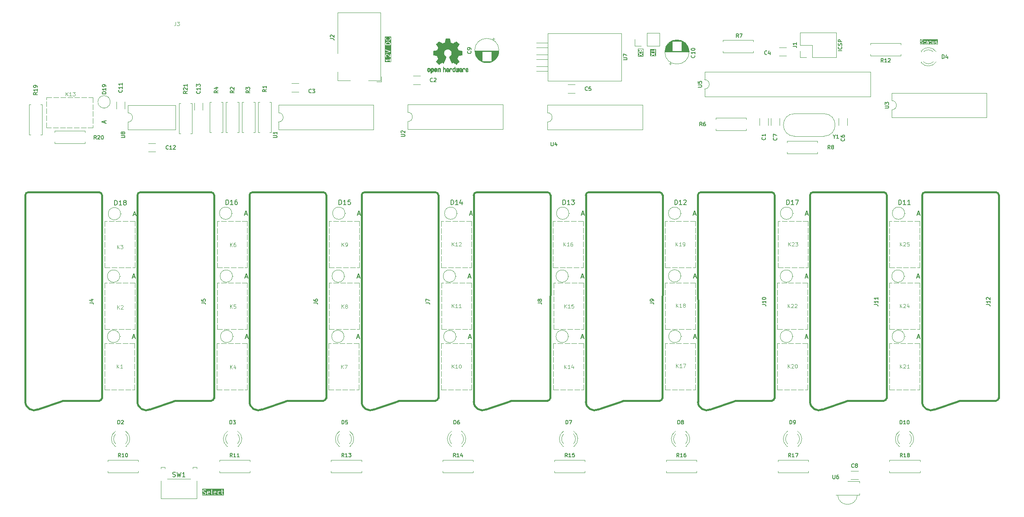
<source format=gbr>
%TF.GenerationSoftware,KiCad,Pcbnew,9.0.6*%
%TF.CreationDate,2025-10-31T15:30:12+00:00*%
%TF.ProjectId,SCART_Invader,53434152-545f-4496-9e76-616465722e6b,rev?*%
%TF.SameCoordinates,Original*%
%TF.FileFunction,Legend,Top*%
%TF.FilePolarity,Positive*%
%FSLAX46Y46*%
G04 Gerber Fmt 4.6, Leading zero omitted, Abs format (unit mm)*
G04 Created by KiCad (PCBNEW 9.0.6) date 2025-10-31 15:30:12*
%MOMM*%
%LPD*%
G01*
G04 APERTURE LIST*
%ADD10C,0.150000*%
%ADD11C,0.200000*%
%ADD12C,0.100000*%
%ADD13C,0.120000*%
%ADD14C,0.400000*%
%ADD15C,0.010000*%
G04 APERTURE END LIST*
D10*
G36*
X114655547Y-47436365D02*
G01*
X114732534Y-47474859D01*
X114806648Y-47548972D01*
X114844819Y-47663485D01*
X114844819Y-47814410D01*
X113994819Y-47814410D01*
X113994819Y-47663485D01*
X114032990Y-47548971D01*
X114107103Y-47474859D01*
X114184090Y-47436365D01*
X114357624Y-47392982D01*
X114482013Y-47392982D01*
X114655547Y-47436365D01*
G37*
G36*
X115105930Y-51646361D02*
G01*
X113733708Y-51646361D01*
X113733708Y-51175204D01*
X113844819Y-51175204D01*
X113846260Y-51182408D01*
X113846260Y-51189757D01*
X113849101Y-51196617D01*
X113850558Y-51203898D01*
X113854646Y-51210003D01*
X113857459Y-51216793D01*
X113862709Y-51222043D01*
X113866841Y-51228213D01*
X113878099Y-51237433D01*
X113878151Y-51237485D01*
X113878173Y-51237494D01*
X113878216Y-51237529D01*
X114014894Y-51328647D01*
X114096275Y-51410028D01*
X114138451Y-51494380D01*
X114146283Y-51506823D01*
X114168391Y-51525996D01*
X114196152Y-51535250D01*
X114225342Y-51533176D01*
X114251517Y-51520088D01*
X114270690Y-51497981D01*
X114279944Y-51470219D01*
X114277870Y-51441029D01*
X114272615Y-51427298D01*
X114224996Y-51332060D01*
X114221033Y-51325765D01*
X114220275Y-51323933D01*
X114218583Y-51321871D01*
X114217164Y-51319617D01*
X114215667Y-51318318D01*
X114210947Y-51312568D01*
X114148504Y-51250125D01*
X114844819Y-51250125D01*
X114844819Y-51460839D01*
X114846260Y-51475471D01*
X114857459Y-51502507D01*
X114878151Y-51523199D01*
X114905187Y-51534398D01*
X114934451Y-51534398D01*
X114961487Y-51523199D01*
X114982179Y-51502507D01*
X114993378Y-51475471D01*
X114994819Y-51460839D01*
X114994819Y-50889411D01*
X114993378Y-50874779D01*
X114982179Y-50847743D01*
X114961487Y-50827051D01*
X114934451Y-50815852D01*
X114905187Y-50815852D01*
X114878151Y-50827051D01*
X114857459Y-50847743D01*
X114846260Y-50874779D01*
X114844819Y-50889411D01*
X114844819Y-51100125D01*
X113919819Y-51100125D01*
X113919766Y-51100130D01*
X113919740Y-51100125D01*
X113919663Y-51100140D01*
X113905187Y-51101566D01*
X113898326Y-51104407D01*
X113891046Y-51105864D01*
X113884940Y-51109952D01*
X113878151Y-51112765D01*
X113872900Y-51118015D01*
X113866731Y-51122147D01*
X113862654Y-51128261D01*
X113857459Y-51133457D01*
X113854617Y-51140317D01*
X113850498Y-51146496D01*
X113849072Y-51153704D01*
X113846260Y-51160493D01*
X113846260Y-51167919D01*
X113844819Y-51175204D01*
X113733708Y-51175204D01*
X113733708Y-50127506D01*
X113844819Y-50127506D01*
X113844819Y-50365601D01*
X113846260Y-50380233D01*
X113847291Y-50382722D01*
X113847482Y-50385410D01*
X113852737Y-50399142D01*
X113900356Y-50494380D01*
X113904320Y-50500679D01*
X113905078Y-50502507D01*
X113906766Y-50504563D01*
X113908188Y-50506823D01*
X113909686Y-50508122D01*
X113914405Y-50513872D01*
X113962024Y-50561491D01*
X113973389Y-50570818D01*
X114000425Y-50582017D01*
X114029688Y-50582017D01*
X114056724Y-50570818D01*
X114077417Y-50550125D01*
X114088616Y-50523089D01*
X114088616Y-50493826D01*
X114077417Y-50466790D01*
X114068090Y-50455425D01*
X114029077Y-50416412D01*
X113994819Y-50347896D01*
X113994819Y-50145211D01*
X114029077Y-50076695D01*
X114059484Y-50046288D01*
X114128000Y-50012030D01*
X114193363Y-50012030D01*
X114307876Y-50050201D01*
X114866786Y-50609110D01*
X114878151Y-50618438D01*
X114897268Y-50626356D01*
X114905187Y-50629636D01*
X114905188Y-50629636D01*
X114934451Y-50629636D01*
X114961487Y-50618437D01*
X114982180Y-50597745D01*
X114990098Y-50578627D01*
X114993378Y-50570709D01*
X114994819Y-50556077D01*
X114994819Y-49937030D01*
X114993378Y-49922398D01*
X114982179Y-49895362D01*
X114961487Y-49874670D01*
X114934451Y-49863471D01*
X114905187Y-49863471D01*
X114878151Y-49874670D01*
X114857459Y-49895362D01*
X114846260Y-49922398D01*
X114844819Y-49937030D01*
X114844819Y-50375011D01*
X114401423Y-49931616D01*
X114390058Y-49922289D01*
X114387567Y-49921257D01*
X114385532Y-49919492D01*
X114372107Y-49913498D01*
X114229250Y-49865879D01*
X114221996Y-49864229D01*
X114220165Y-49863471D01*
X114217510Y-49863209D01*
X114214913Y-49862619D01*
X114212938Y-49862759D01*
X114205533Y-49862030D01*
X114110295Y-49862030D01*
X114095663Y-49863471D01*
X114093174Y-49864501D01*
X114090485Y-49864693D01*
X114076754Y-49869948D01*
X113981516Y-49917567D01*
X113975216Y-49921531D01*
X113973389Y-49922289D01*
X113971332Y-49923977D01*
X113969073Y-49925399D01*
X113967773Y-49926897D01*
X113962024Y-49931616D01*
X113914405Y-49979235D01*
X113909686Y-49984984D01*
X113908188Y-49986284D01*
X113906766Y-49988543D01*
X113905078Y-49990600D01*
X113904320Y-49992427D01*
X113900356Y-49998727D01*
X113852737Y-50093965D01*
X113847482Y-50107697D01*
X113847291Y-50110384D01*
X113846260Y-50112874D01*
X113844819Y-50127506D01*
X113733708Y-50127506D01*
X113733708Y-48975269D01*
X113845408Y-48975269D01*
X113847483Y-49004459D01*
X113860569Y-49030632D01*
X113882676Y-49049806D01*
X113896102Y-49055800D01*
X114682648Y-49317982D01*
X113896102Y-49580164D01*
X113882676Y-49586158D01*
X113860569Y-49605332D01*
X113847483Y-49631505D01*
X113845408Y-49660695D01*
X113854662Y-49688458D01*
X113873836Y-49710565D01*
X113900009Y-49723651D01*
X113929199Y-49725726D01*
X113943536Y-49722466D01*
X114943536Y-49389133D01*
X114956961Y-49383139D01*
X114961008Y-49379628D01*
X114965802Y-49377232D01*
X114971966Y-49370124D01*
X114979068Y-49363965D01*
X114981463Y-49359173D01*
X114984976Y-49355124D01*
X114987950Y-49346201D01*
X114992155Y-49337792D01*
X114992534Y-49332447D01*
X114994230Y-49327362D01*
X114993563Y-49317982D01*
X114994230Y-49308602D01*
X114992534Y-49303516D01*
X114992155Y-49298172D01*
X114987950Y-49289762D01*
X114984976Y-49280840D01*
X114981463Y-49276790D01*
X114979068Y-49271999D01*
X114971966Y-49265839D01*
X114965802Y-49258732D01*
X114961008Y-49256335D01*
X114956961Y-49252825D01*
X114943536Y-49246831D01*
X113943536Y-48913498D01*
X113929199Y-48910238D01*
X113900009Y-48912313D01*
X113873836Y-48925399D01*
X113854662Y-48947506D01*
X113845408Y-48975269D01*
X113733708Y-48975269D01*
X113733708Y-47651315D01*
X113844819Y-47651315D01*
X113844819Y-47889410D01*
X113846260Y-47904042D01*
X113857459Y-47931078D01*
X113878151Y-47951770D01*
X113905187Y-47962969D01*
X113919819Y-47964410D01*
X114919819Y-47964410D01*
X114934451Y-47962969D01*
X114961487Y-47951770D01*
X114982179Y-47931078D01*
X114993378Y-47904042D01*
X114994819Y-47889410D01*
X114994819Y-47651315D01*
X114994089Y-47643908D01*
X114994230Y-47641934D01*
X114993639Y-47639336D01*
X114993378Y-47636683D01*
X114992619Y-47634852D01*
X114990970Y-47627597D01*
X114943351Y-47484741D01*
X114937357Y-47471315D01*
X114935592Y-47469280D01*
X114934561Y-47466790D01*
X114925233Y-47455425D01*
X114829994Y-47360187D01*
X114824244Y-47355468D01*
X114822945Y-47353970D01*
X114820686Y-47352548D01*
X114818628Y-47350859D01*
X114816798Y-47350101D01*
X114810502Y-47346138D01*
X114715264Y-47298519D01*
X114714194Y-47298109D01*
X114713759Y-47297787D01*
X114707613Y-47295591D01*
X114701532Y-47293264D01*
X114700992Y-47293225D01*
X114699913Y-47292840D01*
X114509437Y-47245221D01*
X114506900Y-47244845D01*
X114505879Y-47244423D01*
X114500366Y-47243880D01*
X114494893Y-47243071D01*
X114493800Y-47243233D01*
X114491247Y-47242982D01*
X114348390Y-47242982D01*
X114345836Y-47243233D01*
X114344744Y-47243071D01*
X114339270Y-47243880D01*
X114333758Y-47244423D01*
X114332736Y-47244845D01*
X114330200Y-47245221D01*
X114139724Y-47292840D01*
X114138644Y-47293225D01*
X114138104Y-47293264D01*
X114132014Y-47295594D01*
X114125878Y-47297787D01*
X114125442Y-47298109D01*
X114124373Y-47298519D01*
X114029135Y-47346138D01*
X114022840Y-47350100D01*
X114021008Y-47350859D01*
X114018946Y-47352550D01*
X114016692Y-47353970D01*
X114015393Y-47355466D01*
X114009643Y-47360187D01*
X113914405Y-47455425D01*
X113905078Y-47466790D01*
X113904046Y-47469280D01*
X113902281Y-47471316D01*
X113896287Y-47484741D01*
X113848668Y-47627598D01*
X113847018Y-47634851D01*
X113846260Y-47636683D01*
X113845998Y-47639337D01*
X113845408Y-47641935D01*
X113845548Y-47643909D01*
X113844819Y-47651315D01*
X113733708Y-47651315D01*
X113733708Y-46508458D01*
X113844819Y-46508458D01*
X113844819Y-46603696D01*
X113845548Y-46611101D01*
X113845408Y-46613076D01*
X113845998Y-46615673D01*
X113846260Y-46618328D01*
X113847018Y-46620159D01*
X113848668Y-46627413D01*
X113896287Y-46770270D01*
X113902281Y-46783695D01*
X113904046Y-46785730D01*
X113905078Y-46788221D01*
X113914405Y-46799586D01*
X114009643Y-46894824D01*
X114015393Y-46899544D01*
X114016692Y-46901041D01*
X114018946Y-46902460D01*
X114021008Y-46904152D01*
X114022840Y-46904910D01*
X114029135Y-46908873D01*
X114124373Y-46956492D01*
X114125442Y-46956901D01*
X114125878Y-46957224D01*
X114132014Y-46959416D01*
X114138104Y-46961747D01*
X114138644Y-46961785D01*
X114139724Y-46962171D01*
X114330200Y-47009790D01*
X114332736Y-47010165D01*
X114333758Y-47010588D01*
X114339270Y-47011130D01*
X114344744Y-47011940D01*
X114345836Y-47011777D01*
X114348390Y-47012029D01*
X114491247Y-47012029D01*
X114493800Y-47011777D01*
X114494893Y-47011940D01*
X114500366Y-47011130D01*
X114505879Y-47010588D01*
X114506900Y-47010165D01*
X114509437Y-47009790D01*
X114699913Y-46962171D01*
X114700992Y-46961785D01*
X114701532Y-46961747D01*
X114707613Y-46959419D01*
X114713759Y-46957224D01*
X114714194Y-46956901D01*
X114715264Y-46956492D01*
X114810502Y-46908873D01*
X114816798Y-46904909D01*
X114818628Y-46904152D01*
X114820686Y-46902462D01*
X114822945Y-46901041D01*
X114824244Y-46899542D01*
X114829994Y-46894824D01*
X114925233Y-46799586D01*
X114934561Y-46788221D01*
X114935592Y-46785730D01*
X114937357Y-46783696D01*
X114943351Y-46770270D01*
X114990970Y-46627414D01*
X114992619Y-46620158D01*
X114993378Y-46618328D01*
X114993639Y-46615674D01*
X114994230Y-46613077D01*
X114994089Y-46611102D01*
X114994819Y-46603696D01*
X114994819Y-46508458D01*
X114994089Y-46501051D01*
X114994230Y-46499077D01*
X114993639Y-46496479D01*
X114993378Y-46493826D01*
X114992619Y-46491995D01*
X114990970Y-46484740D01*
X114943351Y-46341884D01*
X114937357Y-46328458D01*
X114935590Y-46326421D01*
X114934560Y-46323933D01*
X114925232Y-46312567D01*
X114877612Y-46264948D01*
X114866247Y-46255621D01*
X114839211Y-46244423D01*
X114809948Y-46244423D01*
X114782912Y-46255622D01*
X114762219Y-46276315D01*
X114751021Y-46303351D01*
X114751021Y-46332614D01*
X114762220Y-46359650D01*
X114771548Y-46371016D01*
X114806648Y-46406115D01*
X114844819Y-46520628D01*
X114844819Y-46591526D01*
X114806648Y-46706038D01*
X114732534Y-46780151D01*
X114655547Y-46818645D01*
X114482013Y-46862029D01*
X114357624Y-46862029D01*
X114184090Y-46818645D01*
X114107103Y-46780152D01*
X114032990Y-46706039D01*
X113994819Y-46591525D01*
X113994819Y-46520628D01*
X114032990Y-46406114D01*
X114068090Y-46371015D01*
X114077417Y-46359650D01*
X114088616Y-46332614D01*
X114088616Y-46303351D01*
X114077417Y-46276315D01*
X114056724Y-46255622D01*
X114029688Y-46244423D01*
X114000425Y-46244423D01*
X113973389Y-46255622D01*
X113962024Y-46264949D01*
X113914405Y-46312568D01*
X113905078Y-46323933D01*
X113904046Y-46326423D01*
X113902281Y-46328459D01*
X113896287Y-46341884D01*
X113848668Y-46484741D01*
X113847018Y-46491994D01*
X113846260Y-46493826D01*
X113845998Y-46496480D01*
X113845408Y-46499078D01*
X113845548Y-46501052D01*
X113844819Y-46508458D01*
X113733708Y-46508458D01*
X113733708Y-46133312D01*
X115105930Y-46133312D01*
X115105930Y-51646361D01*
G37*
D11*
G36*
X169083304Y-49244209D02*
G01*
X169063023Y-49284770D01*
X169047876Y-49299916D01*
X169007317Y-49320197D01*
X168940246Y-49320197D01*
X168899683Y-49299916D01*
X168884537Y-49284769D01*
X168864257Y-49244209D01*
X168864257Y-49063054D01*
X169083304Y-49063054D01*
X169083304Y-49244209D01*
G37*
G36*
X169383304Y-50420197D02*
G01*
X168183304Y-50420197D01*
X168183304Y-49686968D01*
X168283304Y-49686968D01*
X168290956Y-49725228D01*
X168312667Y-49757648D01*
X168327834Y-49770068D01*
X168603026Y-49953530D01*
X168327834Y-50136992D01*
X168312667Y-50149412D01*
X168290956Y-50181832D01*
X168283304Y-50220092D01*
X168290876Y-50258369D01*
X168312519Y-50290834D01*
X168344939Y-50312545D01*
X168383199Y-50320197D01*
X168421476Y-50312625D01*
X168438774Y-50303402D01*
X168783304Y-50073715D01*
X169127834Y-50303402D01*
X169145132Y-50312625D01*
X169183409Y-50320197D01*
X169221669Y-50312545D01*
X169254089Y-50290834D01*
X169275733Y-50258369D01*
X169283304Y-50220093D01*
X169275652Y-50181832D01*
X169253941Y-50149412D01*
X169238774Y-50136992D01*
X168963581Y-49953530D01*
X169238774Y-49770068D01*
X169253941Y-49757648D01*
X169275652Y-49725228D01*
X169283304Y-49686967D01*
X169275733Y-49648691D01*
X169254089Y-49616226D01*
X169221669Y-49594515D01*
X169183409Y-49586863D01*
X169145132Y-49594435D01*
X169127834Y-49603658D01*
X168783304Y-49833344D01*
X168438774Y-49603658D01*
X168421476Y-49594435D01*
X168383199Y-49586863D01*
X168344939Y-49594515D01*
X168312519Y-49616226D01*
X168290876Y-49648691D01*
X168283304Y-49686968D01*
X168183304Y-49686968D01*
X168183304Y-49422365D01*
X168283327Y-49422365D01*
X168291767Y-49460459D01*
X168314142Y-49492424D01*
X168347047Y-49513393D01*
X168385472Y-49520174D01*
X168423566Y-49511734D01*
X168440650Y-49502120D01*
X168684320Y-49331550D01*
X168712909Y-49388727D01*
X168718195Y-49397125D01*
X168719205Y-49399563D01*
X168721456Y-49402306D01*
X168723352Y-49405318D01*
X168725349Y-49407050D01*
X168731641Y-49414717D01*
X168769736Y-49452811D01*
X168777402Y-49459103D01*
X168779135Y-49461101D01*
X168782143Y-49462994D01*
X168784889Y-49465248D01*
X168787329Y-49466258D01*
X168795725Y-49471543D01*
X168871916Y-49509639D01*
X168890224Y-49516646D01*
X168893809Y-49516900D01*
X168897129Y-49518276D01*
X168916638Y-49520197D01*
X169030923Y-49520197D01*
X169050432Y-49518276D01*
X169053752Y-49516900D01*
X169057336Y-49516646D01*
X169075645Y-49509639D01*
X169151836Y-49471544D01*
X169160234Y-49466257D01*
X169162671Y-49465248D01*
X169165414Y-49462996D01*
X169168426Y-49461101D01*
X169170158Y-49459103D01*
X169177825Y-49452812D01*
X169215919Y-49414717D01*
X169222211Y-49407050D01*
X169224209Y-49405318D01*
X169226102Y-49402309D01*
X169228356Y-49399564D01*
X169229366Y-49397123D01*
X169234652Y-49388727D01*
X169272747Y-49312537D01*
X169279753Y-49294229D01*
X169280007Y-49290645D01*
X169281383Y-49287325D01*
X169283304Y-49267816D01*
X169283304Y-48963054D01*
X169281383Y-48943545D01*
X169266451Y-48907497D01*
X169238861Y-48879907D01*
X169202813Y-48864975D01*
X169183304Y-48863054D01*
X168383304Y-48863054D01*
X168363795Y-48864975D01*
X168327747Y-48879907D01*
X168300157Y-48907497D01*
X168285225Y-48943545D01*
X168285225Y-48982563D01*
X168300157Y-49018611D01*
X168327747Y-49046201D01*
X168363795Y-49061133D01*
X168383304Y-49063054D01*
X168664257Y-49063054D01*
X168664257Y-49101464D01*
X168325958Y-49338274D01*
X168311077Y-49351035D01*
X168290108Y-49383940D01*
X168283327Y-49422365D01*
X168183304Y-49422365D01*
X168183304Y-48763054D01*
X169383304Y-48763054D01*
X169383304Y-50420197D01*
G37*
D10*
G36*
X75960010Y-144239072D02*
G01*
X75988531Y-144296114D01*
X75988531Y-144312162D01*
X75662341Y-144377399D01*
X75662341Y-144296114D01*
X75690861Y-144239072D01*
X75747903Y-144210552D01*
X75902969Y-144210552D01*
X75960010Y-144239072D01*
G37*
G36*
X77340963Y-144239072D02*
G01*
X77369484Y-144296114D01*
X77369484Y-144312162D01*
X77043294Y-144377399D01*
X77043294Y-144296114D01*
X77071814Y-144239072D01*
X77128856Y-144210552D01*
X77283922Y-144210552D01*
X77340963Y-144239072D01*
G37*
G36*
X79152964Y-144988330D02*
G01*
X74448849Y-144988330D01*
X74448849Y-143992695D01*
X74559960Y-143992695D01*
X74559960Y-144087933D01*
X74561401Y-144102565D01*
X74562432Y-144105054D01*
X74562623Y-144107742D01*
X74567878Y-144121474D01*
X74615497Y-144216712D01*
X74619461Y-144223011D01*
X74620219Y-144224839D01*
X74621907Y-144226895D01*
X74623329Y-144229155D01*
X74624827Y-144230454D01*
X74629546Y-144236204D01*
X74677165Y-144283823D01*
X74682914Y-144288541D01*
X74684214Y-144290040D01*
X74686473Y-144291461D01*
X74688530Y-144293150D01*
X74690357Y-144293907D01*
X74696657Y-144297872D01*
X74791895Y-144345491D01*
X74792964Y-144345900D01*
X74793400Y-144346223D01*
X74799536Y-144348415D01*
X74805626Y-144350746D01*
X74806166Y-144350784D01*
X74807246Y-144351170D01*
X74989736Y-144396792D01*
X75066723Y-144435286D01*
X75097130Y-144465693D01*
X75131388Y-144534209D01*
X75131388Y-144594037D01*
X75097129Y-144662553D01*
X75066722Y-144692961D01*
X74998207Y-144727219D01*
X74789987Y-144727219D01*
X74658677Y-144683449D01*
X74644340Y-144680189D01*
X74615150Y-144682264D01*
X74588977Y-144695350D01*
X74569803Y-144717457D01*
X74560549Y-144745220D01*
X74562624Y-144774410D01*
X74575710Y-144800583D01*
X74597817Y-144819757D01*
X74611243Y-144825751D01*
X74754099Y-144873370D01*
X74761354Y-144875019D01*
X74763185Y-144875778D01*
X74765838Y-144876039D01*
X74768436Y-144876630D01*
X74770410Y-144876489D01*
X74777817Y-144877219D01*
X75015912Y-144877219D01*
X75030544Y-144875778D01*
X75033033Y-144874746D01*
X75035721Y-144874556D01*
X75049453Y-144869301D01*
X75144691Y-144821682D01*
X75150990Y-144817717D01*
X75152818Y-144816960D01*
X75154874Y-144815272D01*
X75157134Y-144813850D01*
X75158434Y-144812350D01*
X75164184Y-144807632D01*
X75211802Y-144760013D01*
X75216520Y-144754263D01*
X75218019Y-144752964D01*
X75219440Y-144750705D01*
X75221130Y-144748647D01*
X75221887Y-144746817D01*
X75225851Y-144740521D01*
X75273470Y-144645283D01*
X75278725Y-144631552D01*
X75278916Y-144628862D01*
X75279947Y-144626374D01*
X75281388Y-144611742D01*
X75281388Y-144516504D01*
X75279947Y-144501872D01*
X75278916Y-144499383D01*
X75278725Y-144496694D01*
X75273470Y-144482963D01*
X75225851Y-144387725D01*
X75221886Y-144381425D01*
X75221129Y-144379598D01*
X75219440Y-144377541D01*
X75218019Y-144375282D01*
X75216520Y-144373982D01*
X75211802Y-144368233D01*
X75164183Y-144320614D01*
X75158433Y-144315895D01*
X75157134Y-144314397D01*
X75154874Y-144312975D01*
X75152818Y-144311287D01*
X75150990Y-144310529D01*
X75144691Y-144306565D01*
X75088379Y-144278409D01*
X75512341Y-144278409D01*
X75512341Y-144659361D01*
X75513782Y-144673993D01*
X75514813Y-144676482D01*
X75515004Y-144679170D01*
X75520259Y-144692902D01*
X75567878Y-144788141D01*
X75569418Y-144790587D01*
X75569803Y-144791742D01*
X75571049Y-144793179D01*
X75575710Y-144800583D01*
X75582812Y-144806742D01*
X75588976Y-144813850D01*
X75596381Y-144818511D01*
X75597818Y-144819757D01*
X75598971Y-144820141D01*
X75601419Y-144821682D01*
X75696657Y-144869301D01*
X75710388Y-144874556D01*
X75713077Y-144874747D01*
X75715566Y-144875778D01*
X75730198Y-144877219D01*
X75920674Y-144877219D01*
X75935306Y-144875778D01*
X75937795Y-144874746D01*
X75940483Y-144874556D01*
X75954215Y-144869301D01*
X76049453Y-144821682D01*
X76061896Y-144813850D01*
X76081069Y-144791742D01*
X76090323Y-144763981D01*
X76088249Y-144734791D01*
X76075161Y-144708616D01*
X76053054Y-144689443D01*
X76025292Y-144680189D01*
X75996102Y-144682263D01*
X75982371Y-144687518D01*
X75902969Y-144727219D01*
X75747903Y-144727219D01*
X75690861Y-144698698D01*
X75662341Y-144641656D01*
X75662341Y-144530370D01*
X76078239Y-144447191D01*
X76092305Y-144442908D01*
X76098410Y-144438819D01*
X76105199Y-144436007D01*
X76110451Y-144430754D01*
X76116619Y-144426624D01*
X76120693Y-144420513D01*
X76125891Y-144415315D01*
X76128734Y-144408451D01*
X76132851Y-144402276D01*
X76134276Y-144395070D01*
X76137090Y-144388279D01*
X76138531Y-144373647D01*
X76138531Y-144278409D01*
X76137090Y-144263777D01*
X76136059Y-144261288D01*
X76135868Y-144258599D01*
X76130613Y-144244868D01*
X76082994Y-144149630D01*
X76081453Y-144147182D01*
X76081069Y-144146029D01*
X76079823Y-144144592D01*
X76075162Y-144137187D01*
X76068057Y-144131025D01*
X76061896Y-144123921D01*
X76054490Y-144119259D01*
X76053054Y-144118014D01*
X76051900Y-144117629D01*
X76049453Y-144116089D01*
X75954215Y-144068470D01*
X75940483Y-144063215D01*
X75937795Y-144063024D01*
X75935306Y-144061993D01*
X75920674Y-144060552D01*
X75730198Y-144060552D01*
X75715566Y-144061993D01*
X75713077Y-144063023D01*
X75710388Y-144063215D01*
X75696657Y-144068470D01*
X75601419Y-144116089D01*
X75598971Y-144117629D01*
X75597818Y-144118014D01*
X75596381Y-144119259D01*
X75588976Y-144123921D01*
X75582814Y-144131025D01*
X75575710Y-144137187D01*
X75571048Y-144144592D01*
X75569803Y-144146029D01*
X75569418Y-144147182D01*
X75567878Y-144149630D01*
X75520259Y-144244868D01*
X75515004Y-144258600D01*
X75514813Y-144261287D01*
X75513782Y-144263777D01*
X75512341Y-144278409D01*
X75088379Y-144278409D01*
X75049453Y-144258946D01*
X75048383Y-144258536D01*
X75047948Y-144258214D01*
X75041802Y-144256018D01*
X75035721Y-144253691D01*
X75035181Y-144253652D01*
X75034102Y-144253267D01*
X74851612Y-144207644D01*
X74774625Y-144169151D01*
X74744218Y-144138744D01*
X74709960Y-144070228D01*
X74709960Y-144010400D01*
X74744218Y-143941884D01*
X74774625Y-143911477D01*
X74843141Y-143877219D01*
X75051361Y-143877219D01*
X75182670Y-143920989D01*
X75197007Y-143924249D01*
X75226197Y-143922174D01*
X75252371Y-143909088D01*
X75271545Y-143886980D01*
X75280799Y-143859218D01*
X75278724Y-143830028D01*
X75265637Y-143803855D01*
X75263751Y-143802219D01*
X76417103Y-143802219D01*
X76417103Y-144659361D01*
X76418544Y-144673993D01*
X76419575Y-144676482D01*
X76419766Y-144679170D01*
X76425021Y-144692902D01*
X76472640Y-144788141D01*
X76474180Y-144790587D01*
X76474565Y-144791742D01*
X76475811Y-144793179D01*
X76480472Y-144800583D01*
X76487574Y-144806742D01*
X76493738Y-144813850D01*
X76501143Y-144818511D01*
X76502580Y-144819757D01*
X76503733Y-144820141D01*
X76506181Y-144821682D01*
X76601419Y-144869301D01*
X76615150Y-144874556D01*
X76644340Y-144876630D01*
X76672102Y-144867376D01*
X76694209Y-144848203D01*
X76707297Y-144822028D01*
X76709371Y-144792838D01*
X76700117Y-144765077D01*
X76680944Y-144742969D01*
X76668501Y-144735137D01*
X76595623Y-144698698D01*
X76567103Y-144641656D01*
X76567103Y-144278409D01*
X76893294Y-144278409D01*
X76893294Y-144659361D01*
X76894735Y-144673993D01*
X76895766Y-144676482D01*
X76895957Y-144679170D01*
X76901212Y-144692902D01*
X76948831Y-144788141D01*
X76950371Y-144790587D01*
X76950756Y-144791742D01*
X76952002Y-144793179D01*
X76956663Y-144800583D01*
X76963765Y-144806742D01*
X76969929Y-144813850D01*
X76977334Y-144818511D01*
X76978771Y-144819757D01*
X76979924Y-144820141D01*
X76982372Y-144821682D01*
X77077610Y-144869301D01*
X77091341Y-144874556D01*
X77094030Y-144874747D01*
X77096519Y-144875778D01*
X77111151Y-144877219D01*
X77301627Y-144877219D01*
X77316259Y-144875778D01*
X77318748Y-144874746D01*
X77321436Y-144874556D01*
X77335168Y-144869301D01*
X77430406Y-144821682D01*
X77442849Y-144813850D01*
X77462022Y-144791742D01*
X77471276Y-144763981D01*
X77469202Y-144734791D01*
X77456114Y-144708616D01*
X77434007Y-144689443D01*
X77406245Y-144680189D01*
X77377055Y-144682263D01*
X77363324Y-144687518D01*
X77283922Y-144727219D01*
X77128856Y-144727219D01*
X77071814Y-144698698D01*
X77043294Y-144641656D01*
X77043294Y-144530370D01*
X77459192Y-144447191D01*
X77473258Y-144442908D01*
X77479363Y-144438819D01*
X77486152Y-144436007D01*
X77491404Y-144430754D01*
X77497572Y-144426624D01*
X77501646Y-144420513D01*
X77506844Y-144415315D01*
X77509687Y-144408451D01*
X77513804Y-144402276D01*
X77515229Y-144395070D01*
X77518043Y-144388279D01*
X77519484Y-144373647D01*
X77519484Y-144326028D01*
X77750437Y-144326028D01*
X77750437Y-144611742D01*
X77751878Y-144626374D01*
X77752909Y-144628863D01*
X77753100Y-144631551D01*
X77758355Y-144645283D01*
X77805974Y-144740521D01*
X77809937Y-144746817D01*
X77810695Y-144748647D01*
X77812384Y-144750705D01*
X77813806Y-144752964D01*
X77815304Y-144754263D01*
X77820022Y-144760012D01*
X77867641Y-144807632D01*
X77873390Y-144812350D01*
X77874691Y-144813850D01*
X77876950Y-144815272D01*
X77879007Y-144816960D01*
X77880834Y-144817717D01*
X77887134Y-144821682D01*
X77982372Y-144869301D01*
X77996103Y-144874556D01*
X77998792Y-144874747D01*
X78001281Y-144875778D01*
X78015913Y-144877219D01*
X78206389Y-144877219D01*
X78221021Y-144875778D01*
X78223510Y-144874746D01*
X78226198Y-144874556D01*
X78239930Y-144869301D01*
X78335168Y-144821682D01*
X78347611Y-144813850D01*
X78366784Y-144791742D01*
X78376038Y-144763981D01*
X78373964Y-144734791D01*
X78360876Y-144708616D01*
X78338769Y-144689443D01*
X78311007Y-144680189D01*
X78281817Y-144682263D01*
X78268086Y-144687518D01*
X78188684Y-144727219D01*
X78033618Y-144727219D01*
X77965102Y-144692961D01*
X77934695Y-144662553D01*
X77900437Y-144594037D01*
X77900437Y-144343733D01*
X77934695Y-144275217D01*
X77965102Y-144244810D01*
X78033618Y-144210552D01*
X78188684Y-144210552D01*
X78268086Y-144250253D01*
X78281817Y-144255508D01*
X78311007Y-144257582D01*
X78338769Y-144248328D01*
X78360876Y-144229155D01*
X78373964Y-144202980D01*
X78376038Y-144173790D01*
X78366784Y-144146029D01*
X78347611Y-144123921D01*
X78342843Y-144120920D01*
X78513783Y-144120920D01*
X78513783Y-144150184D01*
X78524982Y-144177220D01*
X78545674Y-144197912D01*
X78572710Y-144209111D01*
X78587342Y-144210552D01*
X78655199Y-144210552D01*
X78655199Y-144659361D01*
X78656640Y-144673993D01*
X78657671Y-144676482D01*
X78657862Y-144679170D01*
X78663117Y-144692902D01*
X78710736Y-144788141D01*
X78712276Y-144790587D01*
X78712661Y-144791742D01*
X78713907Y-144793179D01*
X78718568Y-144800583D01*
X78725670Y-144806742D01*
X78731834Y-144813850D01*
X78739239Y-144818511D01*
X78740676Y-144819757D01*
X78741829Y-144820141D01*
X78744277Y-144821682D01*
X78839515Y-144869301D01*
X78853246Y-144874556D01*
X78855935Y-144874747D01*
X78858424Y-144875778D01*
X78873056Y-144877219D01*
X78968294Y-144877219D01*
X78982926Y-144875778D01*
X79009962Y-144864579D01*
X79030654Y-144843887D01*
X79041853Y-144816851D01*
X79041853Y-144787587D01*
X79030654Y-144760551D01*
X79009962Y-144739859D01*
X78982926Y-144728660D01*
X78968294Y-144727219D01*
X78890761Y-144727219D01*
X78833719Y-144698698D01*
X78805199Y-144641656D01*
X78805199Y-144210552D01*
X78968294Y-144210552D01*
X78982926Y-144209111D01*
X79009962Y-144197912D01*
X79030654Y-144177220D01*
X79041853Y-144150184D01*
X79041853Y-144120920D01*
X79030654Y-144093884D01*
X79009962Y-144073192D01*
X78982926Y-144061993D01*
X78968294Y-144060552D01*
X78805199Y-144060552D01*
X78805199Y-143802219D01*
X78803758Y-143787587D01*
X78792559Y-143760551D01*
X78771867Y-143739859D01*
X78744831Y-143728660D01*
X78715567Y-143728660D01*
X78688531Y-143739859D01*
X78667839Y-143760551D01*
X78656640Y-143787587D01*
X78655199Y-143802219D01*
X78655199Y-144060552D01*
X78587342Y-144060552D01*
X78572710Y-144061993D01*
X78545674Y-144073192D01*
X78524982Y-144093884D01*
X78513783Y-144120920D01*
X78342843Y-144120920D01*
X78335168Y-144116089D01*
X78239930Y-144068470D01*
X78226198Y-144063215D01*
X78223510Y-144063024D01*
X78221021Y-144061993D01*
X78206389Y-144060552D01*
X78015913Y-144060552D01*
X78001281Y-144061993D01*
X77998792Y-144063023D01*
X77996103Y-144063215D01*
X77982372Y-144068470D01*
X77887134Y-144116089D01*
X77880834Y-144120053D01*
X77879007Y-144120811D01*
X77876950Y-144122499D01*
X77874691Y-144123921D01*
X77873391Y-144125419D01*
X77867642Y-144130138D01*
X77820023Y-144177757D01*
X77815304Y-144183506D01*
X77813806Y-144184806D01*
X77812384Y-144187065D01*
X77810696Y-144189122D01*
X77809938Y-144190949D01*
X77805974Y-144197249D01*
X77758355Y-144292487D01*
X77753100Y-144306219D01*
X77752909Y-144308906D01*
X77751878Y-144311396D01*
X77750437Y-144326028D01*
X77519484Y-144326028D01*
X77519484Y-144278409D01*
X77518043Y-144263777D01*
X77517012Y-144261288D01*
X77516821Y-144258599D01*
X77511566Y-144244868D01*
X77463947Y-144149630D01*
X77462406Y-144147182D01*
X77462022Y-144146029D01*
X77460776Y-144144592D01*
X77456115Y-144137187D01*
X77449010Y-144131025D01*
X77442849Y-144123921D01*
X77435443Y-144119259D01*
X77434007Y-144118014D01*
X77432853Y-144117629D01*
X77430406Y-144116089D01*
X77335168Y-144068470D01*
X77321436Y-144063215D01*
X77318748Y-144063024D01*
X77316259Y-144061993D01*
X77301627Y-144060552D01*
X77111151Y-144060552D01*
X77096519Y-144061993D01*
X77094030Y-144063023D01*
X77091341Y-144063215D01*
X77077610Y-144068470D01*
X76982372Y-144116089D01*
X76979924Y-144117629D01*
X76978771Y-144118014D01*
X76977334Y-144119259D01*
X76969929Y-144123921D01*
X76963767Y-144131025D01*
X76956663Y-144137187D01*
X76952001Y-144144592D01*
X76950756Y-144146029D01*
X76950371Y-144147182D01*
X76948831Y-144149630D01*
X76901212Y-144244868D01*
X76895957Y-144258600D01*
X76895766Y-144261287D01*
X76894735Y-144263777D01*
X76893294Y-144278409D01*
X76567103Y-144278409D01*
X76567103Y-143802219D01*
X76565662Y-143787587D01*
X76554463Y-143760551D01*
X76533771Y-143739859D01*
X76506735Y-143728660D01*
X76477471Y-143728660D01*
X76450435Y-143739859D01*
X76429743Y-143760551D01*
X76418544Y-143787587D01*
X76417103Y-143802219D01*
X75263751Y-143802219D01*
X75243530Y-143784681D01*
X75230105Y-143778687D01*
X75087248Y-143731068D01*
X75079994Y-143729418D01*
X75078163Y-143728660D01*
X75075508Y-143728398D01*
X75072911Y-143727808D01*
X75070936Y-143727948D01*
X75063531Y-143727219D01*
X74825436Y-143727219D01*
X74810804Y-143728660D01*
X74808315Y-143729690D01*
X74805626Y-143729882D01*
X74791895Y-143735137D01*
X74696657Y-143782756D01*
X74690357Y-143786720D01*
X74688530Y-143787478D01*
X74686473Y-143789166D01*
X74684214Y-143790588D01*
X74682914Y-143792086D01*
X74677165Y-143796805D01*
X74629546Y-143844424D01*
X74624827Y-143850173D01*
X74623329Y-143851473D01*
X74621907Y-143853732D01*
X74620219Y-143855789D01*
X74619461Y-143857616D01*
X74615497Y-143863916D01*
X74567878Y-143959154D01*
X74562623Y-143972886D01*
X74562432Y-143975573D01*
X74561401Y-143978063D01*
X74559960Y-143992695D01*
X74448849Y-143992695D01*
X74448849Y-143616108D01*
X79152964Y-143616108D01*
X79152964Y-144988330D01*
G37*
D11*
G36*
X172058304Y-50388721D02*
G01*
X170858304Y-50388721D01*
X170858304Y-49655492D01*
X170958304Y-49655492D01*
X170965956Y-49693752D01*
X170987667Y-49726172D01*
X171002834Y-49738592D01*
X171278026Y-49922054D01*
X171002834Y-50105516D01*
X170987667Y-50117936D01*
X170965956Y-50150356D01*
X170958304Y-50188616D01*
X170965876Y-50226893D01*
X170987519Y-50259358D01*
X171019939Y-50281069D01*
X171058199Y-50288721D01*
X171096476Y-50281149D01*
X171113774Y-50271926D01*
X171458304Y-50042239D01*
X171802834Y-50271926D01*
X171820132Y-50281149D01*
X171858409Y-50288721D01*
X171896669Y-50281069D01*
X171929089Y-50259358D01*
X171950733Y-50226893D01*
X171958304Y-50188617D01*
X171950652Y-50150356D01*
X171928941Y-50117936D01*
X171913774Y-50105516D01*
X171638581Y-49922054D01*
X171913774Y-49738592D01*
X171928941Y-49726172D01*
X171950652Y-49693752D01*
X171958304Y-49655491D01*
X171950733Y-49617215D01*
X171929089Y-49584750D01*
X171896669Y-49563039D01*
X171883872Y-49560479D01*
X171913861Y-49548058D01*
X171941451Y-49520468D01*
X171956383Y-49484420D01*
X171958304Y-49464911D01*
X171958304Y-49007768D01*
X171956383Y-48988259D01*
X171941451Y-48952211D01*
X171913861Y-48924621D01*
X171877813Y-48909689D01*
X171838795Y-48909689D01*
X171802747Y-48924621D01*
X171775157Y-48952211D01*
X171760225Y-48988259D01*
X171758304Y-49007768D01*
X171758304Y-49136339D01*
X171058304Y-49136339D01*
X171038795Y-49138260D01*
X171002747Y-49153192D01*
X170975157Y-49180782D01*
X170960225Y-49216830D01*
X170960225Y-49255848D01*
X170975157Y-49291896D01*
X171002747Y-49319486D01*
X171038795Y-49334418D01*
X171058304Y-49336339D01*
X171758304Y-49336339D01*
X171758304Y-49464911D01*
X171760225Y-49484420D01*
X171775157Y-49520468D01*
X171802747Y-49548058D01*
X171832712Y-49560470D01*
X171820132Y-49562959D01*
X171802834Y-49572182D01*
X171458304Y-49801868D01*
X171113774Y-49572182D01*
X171096476Y-49562959D01*
X171058199Y-49555387D01*
X171019939Y-49563039D01*
X170987519Y-49584750D01*
X170965876Y-49617215D01*
X170958304Y-49655492D01*
X170858304Y-49655492D01*
X170858304Y-48809689D01*
X172058304Y-48809689D01*
X172058304Y-50388721D01*
G37*
D12*
X128187571Y-104582122D02*
X128187571Y-103782122D01*
X128644714Y-104582122D02*
X128301856Y-104124979D01*
X128644714Y-103782122D02*
X128187571Y-104239265D01*
X129406618Y-104582122D02*
X128949475Y-104582122D01*
X129178047Y-104582122D02*
X129178047Y-103782122D01*
X129178047Y-103782122D02*
X129101856Y-103896407D01*
X129101856Y-103896407D02*
X129025666Y-103972598D01*
X129025666Y-103972598D02*
X128949475Y-104010693D01*
X130168523Y-104582122D02*
X129711380Y-104582122D01*
X129939952Y-104582122D02*
X129939952Y-103782122D01*
X129939952Y-103782122D02*
X129863761Y-103896407D01*
X129863761Y-103896407D02*
X129787571Y-103972598D01*
X129787571Y-103972598D02*
X129711380Y-104010693D01*
X200437998Y-104566169D02*
X200437998Y-103766169D01*
X200895141Y-104566169D02*
X200552283Y-104109026D01*
X200895141Y-103766169D02*
X200437998Y-104223312D01*
X201199902Y-103842359D02*
X201237998Y-103804264D01*
X201237998Y-103804264D02*
X201314188Y-103766169D01*
X201314188Y-103766169D02*
X201504664Y-103766169D01*
X201504664Y-103766169D02*
X201580855Y-103804264D01*
X201580855Y-103804264D02*
X201618950Y-103842359D01*
X201618950Y-103842359D02*
X201657045Y-103918550D01*
X201657045Y-103918550D02*
X201657045Y-103994740D01*
X201657045Y-103994740D02*
X201618950Y-104109026D01*
X201618950Y-104109026D02*
X201161807Y-104566169D01*
X201161807Y-104566169D02*
X201657045Y-104566169D01*
X201961807Y-103842359D02*
X201999903Y-103804264D01*
X201999903Y-103804264D02*
X202076093Y-103766169D01*
X202076093Y-103766169D02*
X202266569Y-103766169D01*
X202266569Y-103766169D02*
X202342760Y-103804264D01*
X202342760Y-103804264D02*
X202380855Y-103842359D01*
X202380855Y-103842359D02*
X202418950Y-103918550D01*
X202418950Y-103918550D02*
X202418950Y-103994740D01*
X202418950Y-103994740D02*
X202380855Y-104109026D01*
X202380855Y-104109026D02*
X201923712Y-104566169D01*
X201923712Y-104566169D02*
X202418950Y-104566169D01*
D10*
X107811905Y-97919104D02*
X108288095Y-97919104D01*
X107716667Y-98204819D02*
X108050000Y-97204819D01*
X108050000Y-97204819D02*
X108383333Y-98204819D01*
X198050504Y-67951332D02*
X198088600Y-67989428D01*
X198088600Y-67989428D02*
X198126695Y-68103713D01*
X198126695Y-68103713D02*
X198126695Y-68179904D01*
X198126695Y-68179904D02*
X198088600Y-68294190D01*
X198088600Y-68294190D02*
X198012409Y-68370380D01*
X198012409Y-68370380D02*
X197936219Y-68408475D01*
X197936219Y-68408475D02*
X197783838Y-68446571D01*
X197783838Y-68446571D02*
X197669552Y-68446571D01*
X197669552Y-68446571D02*
X197517171Y-68408475D01*
X197517171Y-68408475D02*
X197440980Y-68370380D01*
X197440980Y-68370380D02*
X197364790Y-68294190D01*
X197364790Y-68294190D02*
X197326695Y-68179904D01*
X197326695Y-68179904D02*
X197326695Y-68103713D01*
X197326695Y-68103713D02*
X197364790Y-67989428D01*
X197364790Y-67989428D02*
X197402885Y-67951332D01*
X197326695Y-67684666D02*
X197326695Y-67151332D01*
X197326695Y-67151332D02*
X198126695Y-67494190D01*
X176774095Y-129648295D02*
X176774095Y-128848295D01*
X176774095Y-128848295D02*
X176964571Y-128848295D01*
X176964571Y-128848295D02*
X177078857Y-128886390D01*
X177078857Y-128886390D02*
X177155047Y-128962580D01*
X177155047Y-128962580D02*
X177193142Y-129038771D01*
X177193142Y-129038771D02*
X177231238Y-129191152D01*
X177231238Y-129191152D02*
X177231238Y-129305438D01*
X177231238Y-129305438D02*
X177193142Y-129457819D01*
X177193142Y-129457819D02*
X177155047Y-129534009D01*
X177155047Y-129534009D02*
X177078857Y-129610200D01*
X177078857Y-129610200D02*
X176964571Y-129648295D01*
X176964571Y-129648295D02*
X176774095Y-129648295D01*
X177688380Y-129191152D02*
X177612190Y-129153057D01*
X177612190Y-129153057D02*
X177574095Y-129114961D01*
X177574095Y-129114961D02*
X177535999Y-129038771D01*
X177535999Y-129038771D02*
X177535999Y-129000676D01*
X177535999Y-129000676D02*
X177574095Y-128924485D01*
X177574095Y-128924485D02*
X177612190Y-128886390D01*
X177612190Y-128886390D02*
X177688380Y-128848295D01*
X177688380Y-128848295D02*
X177840761Y-128848295D01*
X177840761Y-128848295D02*
X177916952Y-128886390D01*
X177916952Y-128886390D02*
X177955047Y-128924485D01*
X177955047Y-128924485D02*
X177993142Y-129000676D01*
X177993142Y-129000676D02*
X177993142Y-129038771D01*
X177993142Y-129038771D02*
X177955047Y-129114961D01*
X177955047Y-129114961D02*
X177916952Y-129153057D01*
X177916952Y-129153057D02*
X177840761Y-129191152D01*
X177840761Y-129191152D02*
X177688380Y-129191152D01*
X177688380Y-129191152D02*
X177612190Y-129229247D01*
X177612190Y-129229247D02*
X177574095Y-129267342D01*
X177574095Y-129267342D02*
X177535999Y-129343533D01*
X177535999Y-129343533D02*
X177535999Y-129495914D01*
X177535999Y-129495914D02*
X177574095Y-129572104D01*
X177574095Y-129572104D02*
X177612190Y-129610200D01*
X177612190Y-129610200D02*
X177688380Y-129648295D01*
X177688380Y-129648295D02*
X177840761Y-129648295D01*
X177840761Y-129648295D02*
X177916952Y-129610200D01*
X177916952Y-129610200D02*
X177955047Y-129572104D01*
X177955047Y-129572104D02*
X177993142Y-129495914D01*
X177993142Y-129495914D02*
X177993142Y-129343533D01*
X177993142Y-129343533D02*
X177955047Y-129267342D01*
X177955047Y-129267342D02*
X177916952Y-129229247D01*
X177916952Y-129229247D02*
X177840761Y-129191152D01*
X74333721Y-103502800D02*
X74905149Y-103502800D01*
X74905149Y-103502800D02*
X75019435Y-103540895D01*
X75019435Y-103540895D02*
X75095626Y-103617086D01*
X75095626Y-103617086D02*
X75133721Y-103731371D01*
X75133721Y-103731371D02*
X75133721Y-103807562D01*
X74333721Y-102740895D02*
X74333721Y-103121847D01*
X74333721Y-103121847D02*
X74714673Y-103159943D01*
X74714673Y-103159943D02*
X74676578Y-103121847D01*
X74676578Y-103121847D02*
X74638483Y-103045657D01*
X74638483Y-103045657D02*
X74638483Y-102855181D01*
X74638483Y-102855181D02*
X74676578Y-102778990D01*
X74676578Y-102778990D02*
X74714673Y-102740895D01*
X74714673Y-102740895D02*
X74790864Y-102702800D01*
X74790864Y-102702800D02*
X74981340Y-102702800D01*
X74981340Y-102702800D02*
X75057530Y-102740895D01*
X75057530Y-102740895D02*
X75095626Y-102778990D01*
X75095626Y-102778990D02*
X75133721Y-102855181D01*
X75133721Y-102855181D02*
X75133721Y-103045657D01*
X75133721Y-103045657D02*
X75095626Y-103121847D01*
X75095626Y-103121847D02*
X75057530Y-103159943D01*
X180372104Y-50171285D02*
X180410200Y-50209381D01*
X180410200Y-50209381D02*
X180448295Y-50323666D01*
X180448295Y-50323666D02*
X180448295Y-50399857D01*
X180448295Y-50399857D02*
X180410200Y-50514143D01*
X180410200Y-50514143D02*
X180334009Y-50590333D01*
X180334009Y-50590333D02*
X180257819Y-50628428D01*
X180257819Y-50628428D02*
X180105438Y-50666524D01*
X180105438Y-50666524D02*
X179991152Y-50666524D01*
X179991152Y-50666524D02*
X179838771Y-50628428D01*
X179838771Y-50628428D02*
X179762580Y-50590333D01*
X179762580Y-50590333D02*
X179686390Y-50514143D01*
X179686390Y-50514143D02*
X179648295Y-50399857D01*
X179648295Y-50399857D02*
X179648295Y-50323666D01*
X179648295Y-50323666D02*
X179686390Y-50209381D01*
X179686390Y-50209381D02*
X179724485Y-50171285D01*
X180448295Y-49409381D02*
X180448295Y-49866524D01*
X180448295Y-49637952D02*
X179648295Y-49637952D01*
X179648295Y-49637952D02*
X179762580Y-49714143D01*
X179762580Y-49714143D02*
X179838771Y-49790333D01*
X179838771Y-49790333D02*
X179876866Y-49866524D01*
X179648295Y-48914142D02*
X179648295Y-48837952D01*
X179648295Y-48837952D02*
X179686390Y-48761761D01*
X179686390Y-48761761D02*
X179724485Y-48723666D01*
X179724485Y-48723666D02*
X179800676Y-48685571D01*
X179800676Y-48685571D02*
X179953057Y-48647476D01*
X179953057Y-48647476D02*
X180143533Y-48647476D01*
X180143533Y-48647476D02*
X180295914Y-48685571D01*
X180295914Y-48685571D02*
X180372104Y-48723666D01*
X180372104Y-48723666D02*
X180410200Y-48761761D01*
X180410200Y-48761761D02*
X180448295Y-48837952D01*
X180448295Y-48837952D02*
X180448295Y-48914142D01*
X180448295Y-48914142D02*
X180410200Y-48990333D01*
X180410200Y-48990333D02*
X180372104Y-49028428D01*
X180372104Y-49028428D02*
X180295914Y-49066523D01*
X180295914Y-49066523D02*
X180143533Y-49104619D01*
X180143533Y-49104619D02*
X179953057Y-49104619D01*
X179953057Y-49104619D02*
X179800676Y-49066523D01*
X179800676Y-49066523D02*
X179724485Y-49028428D01*
X179724485Y-49028428D02*
X179686390Y-48990333D01*
X179686390Y-48990333D02*
X179648295Y-48914142D01*
X57024295Y-67919523D02*
X57671914Y-67919523D01*
X57671914Y-67919523D02*
X57748104Y-67881428D01*
X57748104Y-67881428D02*
X57786200Y-67843333D01*
X57786200Y-67843333D02*
X57824295Y-67767142D01*
X57824295Y-67767142D02*
X57824295Y-67614761D01*
X57824295Y-67614761D02*
X57786200Y-67538571D01*
X57786200Y-67538571D02*
X57748104Y-67500476D01*
X57748104Y-67500476D02*
X57671914Y-67462380D01*
X57671914Y-67462380D02*
X57024295Y-67462380D01*
X57367152Y-66967143D02*
X57329057Y-67043333D01*
X57329057Y-67043333D02*
X57290961Y-67081428D01*
X57290961Y-67081428D02*
X57214771Y-67119524D01*
X57214771Y-67119524D02*
X57176676Y-67119524D01*
X57176676Y-67119524D02*
X57100485Y-67081428D01*
X57100485Y-67081428D02*
X57062390Y-67043333D01*
X57062390Y-67043333D02*
X57024295Y-66967143D01*
X57024295Y-66967143D02*
X57024295Y-66814762D01*
X57024295Y-66814762D02*
X57062390Y-66738571D01*
X57062390Y-66738571D02*
X57100485Y-66700476D01*
X57100485Y-66700476D02*
X57176676Y-66662381D01*
X57176676Y-66662381D02*
X57214771Y-66662381D01*
X57214771Y-66662381D02*
X57290961Y-66700476D01*
X57290961Y-66700476D02*
X57329057Y-66738571D01*
X57329057Y-66738571D02*
X57367152Y-66814762D01*
X57367152Y-66814762D02*
X57367152Y-66967143D01*
X57367152Y-66967143D02*
X57405247Y-67043333D01*
X57405247Y-67043333D02*
X57443342Y-67081428D01*
X57443342Y-67081428D02*
X57519533Y-67119524D01*
X57519533Y-67119524D02*
X57671914Y-67119524D01*
X57671914Y-67119524D02*
X57748104Y-67081428D01*
X57748104Y-67081428D02*
X57786200Y-67043333D01*
X57786200Y-67043333D02*
X57824295Y-66967143D01*
X57824295Y-66967143D02*
X57824295Y-66814762D01*
X57824295Y-66814762D02*
X57786200Y-66738571D01*
X57786200Y-66738571D02*
X57748104Y-66700476D01*
X57748104Y-66700476D02*
X57671914Y-66662381D01*
X57671914Y-66662381D02*
X57519533Y-66662381D01*
X57519533Y-66662381D02*
X57443342Y-66700476D01*
X57443342Y-66700476D02*
X57405247Y-66738571D01*
X57405247Y-66738571D02*
X57367152Y-66814762D01*
X212591562Y-68131383D02*
X212629658Y-68169479D01*
X212629658Y-68169479D02*
X212667753Y-68283764D01*
X212667753Y-68283764D02*
X212667753Y-68359955D01*
X212667753Y-68359955D02*
X212629658Y-68474241D01*
X212629658Y-68474241D02*
X212553467Y-68550431D01*
X212553467Y-68550431D02*
X212477277Y-68588526D01*
X212477277Y-68588526D02*
X212324896Y-68626622D01*
X212324896Y-68626622D02*
X212210610Y-68626622D01*
X212210610Y-68626622D02*
X212058229Y-68588526D01*
X212058229Y-68588526D02*
X211982038Y-68550431D01*
X211982038Y-68550431D02*
X211905848Y-68474241D01*
X211905848Y-68474241D02*
X211867753Y-68359955D01*
X211867753Y-68359955D02*
X211867753Y-68283764D01*
X211867753Y-68283764D02*
X211905848Y-68169479D01*
X211905848Y-68169479D02*
X211943943Y-68131383D01*
X211867753Y-67445669D02*
X211867753Y-67598050D01*
X211867753Y-67598050D02*
X211905848Y-67674241D01*
X211905848Y-67674241D02*
X211943943Y-67712336D01*
X211943943Y-67712336D02*
X212058229Y-67788526D01*
X212058229Y-67788526D02*
X212210610Y-67826622D01*
X212210610Y-67826622D02*
X212515372Y-67826622D01*
X212515372Y-67826622D02*
X212591562Y-67788526D01*
X212591562Y-67788526D02*
X212629658Y-67750431D01*
X212629658Y-67750431D02*
X212667753Y-67674241D01*
X212667753Y-67674241D02*
X212667753Y-67521860D01*
X212667753Y-67521860D02*
X212629658Y-67445669D01*
X212629658Y-67445669D02*
X212591562Y-67407574D01*
X212591562Y-67407574D02*
X212515372Y-67369479D01*
X212515372Y-67369479D02*
X212324896Y-67369479D01*
X212324896Y-67369479D02*
X212248705Y-67407574D01*
X212248705Y-67407574D02*
X212210610Y-67445669D01*
X212210610Y-67445669D02*
X212172515Y-67521860D01*
X212172515Y-67521860D02*
X212172515Y-67674241D01*
X212172515Y-67674241D02*
X212210610Y-67750431D01*
X212210610Y-67750431D02*
X212248705Y-67788526D01*
X212248705Y-67788526D02*
X212324896Y-67826622D01*
X243152721Y-103883753D02*
X243724149Y-103883753D01*
X243724149Y-103883753D02*
X243838435Y-103921848D01*
X243838435Y-103921848D02*
X243914626Y-103998039D01*
X243914626Y-103998039D02*
X243952721Y-104112324D01*
X243952721Y-104112324D02*
X243952721Y-104188515D01*
X243952721Y-103083753D02*
X243952721Y-103540896D01*
X243952721Y-103312324D02*
X243152721Y-103312324D01*
X243152721Y-103312324D02*
X243267006Y-103388515D01*
X243267006Y-103388515D02*
X243343197Y-103464705D01*
X243343197Y-103464705D02*
X243381292Y-103540896D01*
X243228911Y-102778991D02*
X243190816Y-102740895D01*
X243190816Y-102740895D02*
X243152721Y-102664705D01*
X243152721Y-102664705D02*
X243152721Y-102474229D01*
X243152721Y-102474229D02*
X243190816Y-102398038D01*
X243190816Y-102398038D02*
X243228911Y-102359943D01*
X243228911Y-102359943D02*
X243305102Y-102321848D01*
X243305102Y-102321848D02*
X243381292Y-102321848D01*
X243381292Y-102321848D02*
X243495578Y-102359943D01*
X243495578Y-102359943D02*
X243952721Y-102817086D01*
X243952721Y-102817086D02*
X243952721Y-102321848D01*
D12*
X56209524Y-104864895D02*
X56209524Y-104064895D01*
X56666667Y-104864895D02*
X56323809Y-104407752D01*
X56666667Y-104064895D02*
X56209524Y-104522038D01*
X56971428Y-104141085D02*
X57009524Y-104102990D01*
X57009524Y-104102990D02*
X57085714Y-104064895D01*
X57085714Y-104064895D02*
X57276190Y-104064895D01*
X57276190Y-104064895D02*
X57352381Y-104102990D01*
X57352381Y-104102990D02*
X57390476Y-104141085D01*
X57390476Y-104141085D02*
X57428571Y-104217276D01*
X57428571Y-104217276D02*
X57428571Y-104293466D01*
X57428571Y-104293466D02*
X57390476Y-104407752D01*
X57390476Y-104407752D02*
X56933333Y-104864895D01*
X56933333Y-104864895D02*
X57428571Y-104864895D01*
D10*
X103889047Y-82329448D02*
X103889047Y-81329448D01*
X103889047Y-81329448D02*
X104127142Y-81329448D01*
X104127142Y-81329448D02*
X104269999Y-81377067D01*
X104269999Y-81377067D02*
X104365237Y-81472305D01*
X104365237Y-81472305D02*
X104412856Y-81567543D01*
X104412856Y-81567543D02*
X104460475Y-81758019D01*
X104460475Y-81758019D02*
X104460475Y-81900876D01*
X104460475Y-81900876D02*
X104412856Y-82091352D01*
X104412856Y-82091352D02*
X104365237Y-82186590D01*
X104365237Y-82186590D02*
X104269999Y-82281829D01*
X104269999Y-82281829D02*
X104127142Y-82329448D01*
X104127142Y-82329448D02*
X103889047Y-82329448D01*
X105412856Y-82329448D02*
X104841428Y-82329448D01*
X105127142Y-82329448D02*
X105127142Y-81329448D01*
X105127142Y-81329448D02*
X105031904Y-81472305D01*
X105031904Y-81472305D02*
X104936666Y-81567543D01*
X104936666Y-81567543D02*
X104841428Y-81615162D01*
X106317618Y-81329448D02*
X105841428Y-81329448D01*
X105841428Y-81329448D02*
X105793809Y-81805638D01*
X105793809Y-81805638D02*
X105841428Y-81758019D01*
X105841428Y-81758019D02*
X105936666Y-81710400D01*
X105936666Y-81710400D02*
X106174761Y-81710400D01*
X106174761Y-81710400D02*
X106269999Y-81758019D01*
X106269999Y-81758019D02*
X106317618Y-81805638D01*
X106317618Y-81805638D02*
X106365237Y-81900876D01*
X106365237Y-81900876D02*
X106365237Y-82138971D01*
X106365237Y-82138971D02*
X106317618Y-82234209D01*
X106317618Y-82234209D02*
X106269999Y-82281829D01*
X106269999Y-82281829D02*
X106174761Y-82329448D01*
X106174761Y-82329448D02*
X105936666Y-82329448D01*
X105936666Y-82329448D02*
X105841428Y-82281829D01*
X105841428Y-82281829D02*
X105793809Y-82234209D01*
X107935238Y-84370104D02*
X108411428Y-84370104D01*
X107840000Y-84655819D02*
X108173333Y-83655819D01*
X108173333Y-83655819D02*
X108506666Y-84655819D01*
X73946104Y-57918285D02*
X73984200Y-57956381D01*
X73984200Y-57956381D02*
X74022295Y-58070666D01*
X74022295Y-58070666D02*
X74022295Y-58146857D01*
X74022295Y-58146857D02*
X73984200Y-58261143D01*
X73984200Y-58261143D02*
X73908009Y-58337333D01*
X73908009Y-58337333D02*
X73831819Y-58375428D01*
X73831819Y-58375428D02*
X73679438Y-58413524D01*
X73679438Y-58413524D02*
X73565152Y-58413524D01*
X73565152Y-58413524D02*
X73412771Y-58375428D01*
X73412771Y-58375428D02*
X73336580Y-58337333D01*
X73336580Y-58337333D02*
X73260390Y-58261143D01*
X73260390Y-58261143D02*
X73222295Y-58146857D01*
X73222295Y-58146857D02*
X73222295Y-58070666D01*
X73222295Y-58070666D02*
X73260390Y-57956381D01*
X73260390Y-57956381D02*
X73298485Y-57918285D01*
X74022295Y-57156381D02*
X74022295Y-57613524D01*
X74022295Y-57384952D02*
X73222295Y-57384952D01*
X73222295Y-57384952D02*
X73336580Y-57461143D01*
X73336580Y-57461143D02*
X73412771Y-57537333D01*
X73412771Y-57537333D02*
X73450866Y-57613524D01*
X73222295Y-56889714D02*
X73222295Y-56394476D01*
X73222295Y-56394476D02*
X73527057Y-56661142D01*
X73527057Y-56661142D02*
X73527057Y-56546857D01*
X73527057Y-56546857D02*
X73565152Y-56470666D01*
X73565152Y-56470666D02*
X73603247Y-56432571D01*
X73603247Y-56432571D02*
X73679438Y-56394476D01*
X73679438Y-56394476D02*
X73869914Y-56394476D01*
X73869914Y-56394476D02*
X73946104Y-56432571D01*
X73946104Y-56432571D02*
X73984200Y-56470666D01*
X73984200Y-56470666D02*
X74022295Y-56546857D01*
X74022295Y-56546857D02*
X74022295Y-56775428D01*
X74022295Y-56775428D02*
X73984200Y-56851619D01*
X73984200Y-56851619D02*
X73946104Y-56889714D01*
X102016295Y-46566666D02*
X102587723Y-46566666D01*
X102587723Y-46566666D02*
X102702009Y-46604761D01*
X102702009Y-46604761D02*
X102778200Y-46680952D01*
X102778200Y-46680952D02*
X102816295Y-46795237D01*
X102816295Y-46795237D02*
X102816295Y-46871428D01*
X102092485Y-46223809D02*
X102054390Y-46185713D01*
X102054390Y-46185713D02*
X102016295Y-46109523D01*
X102016295Y-46109523D02*
X102016295Y-45919047D01*
X102016295Y-45919047D02*
X102054390Y-45842856D01*
X102054390Y-45842856D02*
X102092485Y-45804761D01*
X102092485Y-45804761D02*
X102168676Y-45766666D01*
X102168676Y-45766666D02*
X102244866Y-45766666D01*
X102244866Y-45766666D02*
X102359152Y-45804761D01*
X102359152Y-45804761D02*
X102816295Y-46261904D01*
X102816295Y-46261904D02*
X102816295Y-45766666D01*
X104946514Y-136727095D02*
X104679847Y-136346142D01*
X104489371Y-136727095D02*
X104489371Y-135927095D01*
X104489371Y-135927095D02*
X104794133Y-135927095D01*
X104794133Y-135927095D02*
X104870323Y-135965190D01*
X104870323Y-135965190D02*
X104908418Y-136003285D01*
X104908418Y-136003285D02*
X104946514Y-136079476D01*
X104946514Y-136079476D02*
X104946514Y-136193761D01*
X104946514Y-136193761D02*
X104908418Y-136269952D01*
X104908418Y-136269952D02*
X104870323Y-136308047D01*
X104870323Y-136308047D02*
X104794133Y-136346142D01*
X104794133Y-136346142D02*
X104489371Y-136346142D01*
X105708418Y-136727095D02*
X105251275Y-136727095D01*
X105479847Y-136727095D02*
X105479847Y-135927095D01*
X105479847Y-135927095D02*
X105403656Y-136041380D01*
X105403656Y-136041380D02*
X105327466Y-136117571D01*
X105327466Y-136117571D02*
X105251275Y-136155666D01*
X105975085Y-135927095D02*
X106470323Y-135927095D01*
X106470323Y-135927095D02*
X106203657Y-136231857D01*
X106203657Y-136231857D02*
X106317942Y-136231857D01*
X106317942Y-136231857D02*
X106394133Y-136269952D01*
X106394133Y-136269952D02*
X106432228Y-136308047D01*
X106432228Y-136308047D02*
X106470323Y-136384238D01*
X106470323Y-136384238D02*
X106470323Y-136574714D01*
X106470323Y-136574714D02*
X106432228Y-136650904D01*
X106432228Y-136650904D02*
X106394133Y-136689000D01*
X106394133Y-136689000D02*
X106317942Y-136727095D01*
X106317942Y-136727095D02*
X106089371Y-136727095D01*
X106089371Y-136727095D02*
X106013180Y-136689000D01*
X106013180Y-136689000D02*
X105975085Y-136650904D01*
X181110679Y-57032359D02*
X181758298Y-57032359D01*
X181758298Y-57032359D02*
X181834488Y-56994264D01*
X181834488Y-56994264D02*
X181872584Y-56956169D01*
X181872584Y-56956169D02*
X181910679Y-56879978D01*
X181910679Y-56879978D02*
X181910679Y-56727597D01*
X181910679Y-56727597D02*
X181872584Y-56651407D01*
X181872584Y-56651407D02*
X181834488Y-56613312D01*
X181834488Y-56613312D02*
X181758298Y-56575216D01*
X181758298Y-56575216D02*
X181110679Y-56575216D01*
X181110679Y-55813312D02*
X181110679Y-56194264D01*
X181110679Y-56194264D02*
X181491631Y-56232360D01*
X181491631Y-56232360D02*
X181453536Y-56194264D01*
X181453536Y-56194264D02*
X181415441Y-56118074D01*
X181415441Y-56118074D02*
X181415441Y-55927598D01*
X181415441Y-55927598D02*
X181453536Y-55851407D01*
X181453536Y-55851407D02*
X181491631Y-55813312D01*
X181491631Y-55813312D02*
X181567822Y-55775217D01*
X181567822Y-55775217D02*
X181758298Y-55775217D01*
X181758298Y-55775217D02*
X181834488Y-55813312D01*
X181834488Y-55813312D02*
X181872584Y-55851407D01*
X181872584Y-55851407D02*
X181910679Y-55927598D01*
X181910679Y-55927598D02*
X181910679Y-56118074D01*
X181910679Y-56118074D02*
X181872584Y-56194264D01*
X181872584Y-56194264D02*
X181834488Y-56232360D01*
X219035721Y-103883753D02*
X219607149Y-103883753D01*
X219607149Y-103883753D02*
X219721435Y-103921848D01*
X219721435Y-103921848D02*
X219797626Y-103998039D01*
X219797626Y-103998039D02*
X219835721Y-104112324D01*
X219835721Y-104112324D02*
X219835721Y-104188515D01*
X219835721Y-103083753D02*
X219835721Y-103540896D01*
X219835721Y-103312324D02*
X219035721Y-103312324D01*
X219035721Y-103312324D02*
X219150006Y-103388515D01*
X219150006Y-103388515D02*
X219226197Y-103464705D01*
X219226197Y-103464705D02*
X219264292Y-103540896D01*
X219835721Y-102321848D02*
X219835721Y-102778991D01*
X219835721Y-102550419D02*
X219035721Y-102550419D01*
X219035721Y-102550419D02*
X219150006Y-102626610D01*
X219150006Y-102626610D02*
X219226197Y-102702800D01*
X219226197Y-102702800D02*
X219264292Y-102778991D01*
X128974914Y-136727095D02*
X128708247Y-136346142D01*
X128517771Y-136727095D02*
X128517771Y-135927095D01*
X128517771Y-135927095D02*
X128822533Y-135927095D01*
X128822533Y-135927095D02*
X128898723Y-135965190D01*
X128898723Y-135965190D02*
X128936818Y-136003285D01*
X128936818Y-136003285D02*
X128974914Y-136079476D01*
X128974914Y-136079476D02*
X128974914Y-136193761D01*
X128974914Y-136193761D02*
X128936818Y-136269952D01*
X128936818Y-136269952D02*
X128898723Y-136308047D01*
X128898723Y-136308047D02*
X128822533Y-136346142D01*
X128822533Y-136346142D02*
X128517771Y-136346142D01*
X129736818Y-136727095D02*
X129279675Y-136727095D01*
X129508247Y-136727095D02*
X129508247Y-135927095D01*
X129508247Y-135927095D02*
X129432056Y-136041380D01*
X129432056Y-136041380D02*
X129355866Y-136117571D01*
X129355866Y-136117571D02*
X129279675Y-136155666D01*
X130422533Y-136193761D02*
X130422533Y-136727095D01*
X130232057Y-135889000D02*
X130041580Y-136460428D01*
X130041580Y-136460428D02*
X130536819Y-136460428D01*
X59487591Y-97919104D02*
X59963781Y-97919104D01*
X59392353Y-98204819D02*
X59725686Y-97204819D01*
X59725686Y-97204819D02*
X60059019Y-98204819D01*
X152680381Y-129648295D02*
X152680381Y-128848295D01*
X152680381Y-128848295D02*
X152870857Y-128848295D01*
X152870857Y-128848295D02*
X152985143Y-128886390D01*
X152985143Y-128886390D02*
X153061333Y-128962580D01*
X153061333Y-128962580D02*
X153099428Y-129038771D01*
X153099428Y-129038771D02*
X153137524Y-129191152D01*
X153137524Y-129191152D02*
X153137524Y-129305438D01*
X153137524Y-129305438D02*
X153099428Y-129457819D01*
X153099428Y-129457819D02*
X153061333Y-129534009D01*
X153061333Y-129534009D02*
X152985143Y-129610200D01*
X152985143Y-129610200D02*
X152870857Y-129648295D01*
X152870857Y-129648295D02*
X152680381Y-129648295D01*
X153404190Y-128848295D02*
X153937524Y-128848295D01*
X153937524Y-128848295D02*
X153594666Y-129648295D01*
X80399238Y-129648295D02*
X80399238Y-128848295D01*
X80399238Y-128848295D02*
X80589714Y-128848295D01*
X80589714Y-128848295D02*
X80704000Y-128886390D01*
X80704000Y-128886390D02*
X80780190Y-128962580D01*
X80780190Y-128962580D02*
X80818285Y-129038771D01*
X80818285Y-129038771D02*
X80856381Y-129191152D01*
X80856381Y-129191152D02*
X80856381Y-129305438D01*
X80856381Y-129305438D02*
X80818285Y-129457819D01*
X80818285Y-129457819D02*
X80780190Y-129534009D01*
X80780190Y-129534009D02*
X80704000Y-129610200D01*
X80704000Y-129610200D02*
X80589714Y-129648295D01*
X80589714Y-129648295D02*
X80399238Y-129648295D01*
X81123047Y-128848295D02*
X81618285Y-128848295D01*
X81618285Y-128848295D02*
X81351619Y-129153057D01*
X81351619Y-129153057D02*
X81465904Y-129153057D01*
X81465904Y-129153057D02*
X81542095Y-129191152D01*
X81542095Y-129191152D02*
X81580190Y-129229247D01*
X81580190Y-129229247D02*
X81618285Y-129305438D01*
X81618285Y-129305438D02*
X81618285Y-129495914D01*
X81618285Y-129495914D02*
X81580190Y-129572104D01*
X81580190Y-129572104D02*
X81542095Y-129610200D01*
X81542095Y-129610200D02*
X81465904Y-129648295D01*
X81465904Y-129648295D02*
X81237333Y-129648295D01*
X81237333Y-129648295D02*
X81161142Y-129610200D01*
X81161142Y-129610200D02*
X81123047Y-129572104D01*
D12*
X200577571Y-91287695D02*
X200577571Y-90487695D01*
X201034714Y-91287695D02*
X200691856Y-90830552D01*
X201034714Y-90487695D02*
X200577571Y-90944838D01*
X201339475Y-90563885D02*
X201377571Y-90525790D01*
X201377571Y-90525790D02*
X201453761Y-90487695D01*
X201453761Y-90487695D02*
X201644237Y-90487695D01*
X201644237Y-90487695D02*
X201720428Y-90525790D01*
X201720428Y-90525790D02*
X201758523Y-90563885D01*
X201758523Y-90563885D02*
X201796618Y-90640076D01*
X201796618Y-90640076D02*
X201796618Y-90716266D01*
X201796618Y-90716266D02*
X201758523Y-90830552D01*
X201758523Y-90830552D02*
X201301380Y-91287695D01*
X201301380Y-91287695D02*
X201796618Y-91287695D01*
X202063285Y-90487695D02*
X202558523Y-90487695D01*
X202558523Y-90487695D02*
X202291857Y-90792457D01*
X202291857Y-90792457D02*
X202406142Y-90792457D01*
X202406142Y-90792457D02*
X202482333Y-90830552D01*
X202482333Y-90830552D02*
X202520428Y-90868647D01*
X202520428Y-90868647D02*
X202558523Y-90944838D01*
X202558523Y-90944838D02*
X202558523Y-91135314D01*
X202558523Y-91135314D02*
X202520428Y-91211504D01*
X202520428Y-91211504D02*
X202482333Y-91249600D01*
X202482333Y-91249600D02*
X202406142Y-91287695D01*
X202406142Y-91287695D02*
X202177571Y-91287695D01*
X202177571Y-91287695D02*
X202101380Y-91249600D01*
X202101380Y-91249600D02*
X202063285Y-91211504D01*
D10*
X209518267Y-70364695D02*
X209251600Y-69983742D01*
X209061124Y-70364695D02*
X209061124Y-69564695D01*
X209061124Y-69564695D02*
X209365886Y-69564695D01*
X209365886Y-69564695D02*
X209442076Y-69602790D01*
X209442076Y-69602790D02*
X209480171Y-69640885D01*
X209480171Y-69640885D02*
X209518267Y-69717076D01*
X209518267Y-69717076D02*
X209518267Y-69831361D01*
X209518267Y-69831361D02*
X209480171Y-69907552D01*
X209480171Y-69907552D02*
X209442076Y-69945647D01*
X209442076Y-69945647D02*
X209365886Y-69983742D01*
X209365886Y-69983742D02*
X209061124Y-69983742D01*
X209975409Y-69907552D02*
X209899219Y-69869457D01*
X209899219Y-69869457D02*
X209861124Y-69831361D01*
X209861124Y-69831361D02*
X209823028Y-69755171D01*
X209823028Y-69755171D02*
X209823028Y-69717076D01*
X209823028Y-69717076D02*
X209861124Y-69640885D01*
X209861124Y-69640885D02*
X209899219Y-69602790D01*
X209899219Y-69602790D02*
X209975409Y-69564695D01*
X209975409Y-69564695D02*
X210127790Y-69564695D01*
X210127790Y-69564695D02*
X210203981Y-69602790D01*
X210203981Y-69602790D02*
X210242076Y-69640885D01*
X210242076Y-69640885D02*
X210280171Y-69717076D01*
X210280171Y-69717076D02*
X210280171Y-69755171D01*
X210280171Y-69755171D02*
X210242076Y-69831361D01*
X210242076Y-69831361D02*
X210203981Y-69869457D01*
X210203981Y-69869457D02*
X210127790Y-69907552D01*
X210127790Y-69907552D02*
X209975409Y-69907552D01*
X209975409Y-69907552D02*
X209899219Y-69945647D01*
X209899219Y-69945647D02*
X209861124Y-69983742D01*
X209861124Y-69983742D02*
X209823028Y-70059933D01*
X209823028Y-70059933D02*
X209823028Y-70212314D01*
X209823028Y-70212314D02*
X209861124Y-70288504D01*
X209861124Y-70288504D02*
X209899219Y-70326600D01*
X209899219Y-70326600D02*
X209975409Y-70364695D01*
X209975409Y-70364695D02*
X210127790Y-70364695D01*
X210127790Y-70364695D02*
X210203981Y-70326600D01*
X210203981Y-70326600D02*
X210242076Y-70288504D01*
X210242076Y-70288504D02*
X210280171Y-70212314D01*
X210280171Y-70212314D02*
X210280171Y-70059933D01*
X210280171Y-70059933D02*
X210242076Y-69983742D01*
X210242076Y-69983742D02*
X210203981Y-69945647D01*
X210203981Y-69945647D02*
X210127790Y-69907552D01*
X53762295Y-58471428D02*
X52962295Y-58471428D01*
X52962295Y-58471428D02*
X52962295Y-58280952D01*
X52962295Y-58280952D02*
X53000390Y-58166666D01*
X53000390Y-58166666D02*
X53076580Y-58090476D01*
X53076580Y-58090476D02*
X53152771Y-58052381D01*
X53152771Y-58052381D02*
X53305152Y-58014285D01*
X53305152Y-58014285D02*
X53419438Y-58014285D01*
X53419438Y-58014285D02*
X53571819Y-58052381D01*
X53571819Y-58052381D02*
X53648009Y-58090476D01*
X53648009Y-58090476D02*
X53724200Y-58166666D01*
X53724200Y-58166666D02*
X53762295Y-58280952D01*
X53762295Y-58280952D02*
X53762295Y-58471428D01*
X53762295Y-57252381D02*
X53762295Y-57709524D01*
X53762295Y-57480952D02*
X52962295Y-57480952D01*
X52962295Y-57480952D02*
X53076580Y-57557143D01*
X53076580Y-57557143D02*
X53152771Y-57633333D01*
X53152771Y-57633333D02*
X53190866Y-57709524D01*
X53762295Y-56871428D02*
X53762295Y-56719047D01*
X53762295Y-56719047D02*
X53724200Y-56642857D01*
X53724200Y-56642857D02*
X53686104Y-56604761D01*
X53686104Y-56604761D02*
X53571819Y-56528571D01*
X53571819Y-56528571D02*
X53419438Y-56490476D01*
X53419438Y-56490476D02*
X53114676Y-56490476D01*
X53114676Y-56490476D02*
X53038485Y-56528571D01*
X53038485Y-56528571D02*
X53000390Y-56566666D01*
X53000390Y-56566666D02*
X52962295Y-56642857D01*
X52962295Y-56642857D02*
X52962295Y-56795238D01*
X52962295Y-56795238D02*
X53000390Y-56871428D01*
X53000390Y-56871428D02*
X53038485Y-56909523D01*
X53038485Y-56909523D02*
X53114676Y-56947619D01*
X53114676Y-56947619D02*
X53305152Y-56947619D01*
X53305152Y-56947619D02*
X53381342Y-56909523D01*
X53381342Y-56909523D02*
X53419438Y-56871428D01*
X53419438Y-56871428D02*
X53457533Y-56795238D01*
X53457533Y-56795238D02*
X53457533Y-56642857D01*
X53457533Y-56642857D02*
X53419438Y-56566666D01*
X53419438Y-56566666D02*
X53381342Y-56528571D01*
X53381342Y-56528571D02*
X53305152Y-56490476D01*
X53509104Y-64776094D02*
X53509104Y-64299904D01*
X53794819Y-64871332D02*
X52794819Y-64537999D01*
X52794819Y-64537999D02*
X53794819Y-64204666D01*
X132222904Y-49287732D02*
X132261000Y-49325828D01*
X132261000Y-49325828D02*
X132299095Y-49440113D01*
X132299095Y-49440113D02*
X132299095Y-49516304D01*
X132299095Y-49516304D02*
X132261000Y-49630590D01*
X132261000Y-49630590D02*
X132184809Y-49706780D01*
X132184809Y-49706780D02*
X132108619Y-49744875D01*
X132108619Y-49744875D02*
X131956238Y-49782971D01*
X131956238Y-49782971D02*
X131841952Y-49782971D01*
X131841952Y-49782971D02*
X131689571Y-49744875D01*
X131689571Y-49744875D02*
X131613380Y-49706780D01*
X131613380Y-49706780D02*
X131537190Y-49630590D01*
X131537190Y-49630590D02*
X131499095Y-49516304D01*
X131499095Y-49516304D02*
X131499095Y-49440113D01*
X131499095Y-49440113D02*
X131537190Y-49325828D01*
X131537190Y-49325828D02*
X131575285Y-49287732D01*
X132299095Y-48906780D02*
X132299095Y-48754399D01*
X132299095Y-48754399D02*
X132261000Y-48678209D01*
X132261000Y-48678209D02*
X132222904Y-48640113D01*
X132222904Y-48640113D02*
X132108619Y-48563923D01*
X132108619Y-48563923D02*
X131956238Y-48525828D01*
X131956238Y-48525828D02*
X131651476Y-48525828D01*
X131651476Y-48525828D02*
X131575285Y-48563923D01*
X131575285Y-48563923D02*
X131537190Y-48602018D01*
X131537190Y-48602018D02*
X131499095Y-48678209D01*
X131499095Y-48678209D02*
X131499095Y-48830590D01*
X131499095Y-48830590D02*
X131537190Y-48906780D01*
X131537190Y-48906780D02*
X131575285Y-48944875D01*
X131575285Y-48944875D02*
X131651476Y-48982971D01*
X131651476Y-48982971D02*
X131841952Y-48982971D01*
X131841952Y-48982971D02*
X131918142Y-48944875D01*
X131918142Y-48944875D02*
X131956238Y-48906780D01*
X131956238Y-48906780D02*
X131994333Y-48830590D01*
X131994333Y-48830590D02*
X131994333Y-48678209D01*
X131994333Y-48678209D02*
X131956238Y-48602018D01*
X131956238Y-48602018D02*
X131918142Y-48563923D01*
X131918142Y-48563923D02*
X131841952Y-48525828D01*
X200222381Y-82329448D02*
X200222381Y-81329448D01*
X200222381Y-81329448D02*
X200460476Y-81329448D01*
X200460476Y-81329448D02*
X200603333Y-81377067D01*
X200603333Y-81377067D02*
X200698571Y-81472305D01*
X200698571Y-81472305D02*
X200746190Y-81567543D01*
X200746190Y-81567543D02*
X200793809Y-81758019D01*
X200793809Y-81758019D02*
X200793809Y-81900876D01*
X200793809Y-81900876D02*
X200746190Y-82091352D01*
X200746190Y-82091352D02*
X200698571Y-82186590D01*
X200698571Y-82186590D02*
X200603333Y-82281829D01*
X200603333Y-82281829D02*
X200460476Y-82329448D01*
X200460476Y-82329448D02*
X200222381Y-82329448D01*
X201746190Y-82329448D02*
X201174762Y-82329448D01*
X201460476Y-82329448D02*
X201460476Y-81329448D01*
X201460476Y-81329448D02*
X201365238Y-81472305D01*
X201365238Y-81472305D02*
X201270000Y-81567543D01*
X201270000Y-81567543D02*
X201174762Y-81615162D01*
X202079524Y-81329448D02*
X202746190Y-81329448D01*
X202746190Y-81329448D02*
X202317619Y-82329448D01*
X204268572Y-84370104D02*
X204744762Y-84370104D01*
X204173334Y-84655819D02*
X204506667Y-83655819D01*
X204506667Y-83655819D02*
X204840000Y-84655819D01*
X201538008Y-48231823D02*
X202109436Y-48231823D01*
X202109436Y-48231823D02*
X202223722Y-48269918D01*
X202223722Y-48269918D02*
X202299913Y-48346109D01*
X202299913Y-48346109D02*
X202338008Y-48460394D01*
X202338008Y-48460394D02*
X202338008Y-48536585D01*
X202338008Y-47431823D02*
X202338008Y-47888966D01*
X202338008Y-47660394D02*
X201538008Y-47660394D01*
X201538008Y-47660394D02*
X201652293Y-47736585D01*
X201652293Y-47736585D02*
X201728484Y-47812775D01*
X201728484Y-47812775D02*
X201766579Y-47888966D01*
X212071295Y-49186951D02*
X211271295Y-49186951D01*
X211995104Y-48348856D02*
X212033200Y-48386952D01*
X212033200Y-48386952D02*
X212071295Y-48501237D01*
X212071295Y-48501237D02*
X212071295Y-48577428D01*
X212071295Y-48577428D02*
X212033200Y-48691714D01*
X212033200Y-48691714D02*
X211957009Y-48767904D01*
X211957009Y-48767904D02*
X211880819Y-48805999D01*
X211880819Y-48805999D02*
X211728438Y-48844095D01*
X211728438Y-48844095D02*
X211614152Y-48844095D01*
X211614152Y-48844095D02*
X211461771Y-48805999D01*
X211461771Y-48805999D02*
X211385580Y-48767904D01*
X211385580Y-48767904D02*
X211309390Y-48691714D01*
X211309390Y-48691714D02*
X211271295Y-48577428D01*
X211271295Y-48577428D02*
X211271295Y-48501237D01*
X211271295Y-48501237D02*
X211309390Y-48386952D01*
X211309390Y-48386952D02*
X211347485Y-48348856D01*
X212033200Y-48044095D02*
X212071295Y-47929809D01*
X212071295Y-47929809D02*
X212071295Y-47739333D01*
X212071295Y-47739333D02*
X212033200Y-47663142D01*
X212033200Y-47663142D02*
X211995104Y-47625047D01*
X211995104Y-47625047D02*
X211918914Y-47586952D01*
X211918914Y-47586952D02*
X211842723Y-47586952D01*
X211842723Y-47586952D02*
X211766533Y-47625047D01*
X211766533Y-47625047D02*
X211728438Y-47663142D01*
X211728438Y-47663142D02*
X211690342Y-47739333D01*
X211690342Y-47739333D02*
X211652247Y-47891714D01*
X211652247Y-47891714D02*
X211614152Y-47967904D01*
X211614152Y-47967904D02*
X211576057Y-48005999D01*
X211576057Y-48005999D02*
X211499866Y-48044095D01*
X211499866Y-48044095D02*
X211423676Y-48044095D01*
X211423676Y-48044095D02*
X211347485Y-48005999D01*
X211347485Y-48005999D02*
X211309390Y-47967904D01*
X211309390Y-47967904D02*
X211271295Y-47891714D01*
X211271295Y-47891714D02*
X211271295Y-47701237D01*
X211271295Y-47701237D02*
X211309390Y-47586952D01*
X212071295Y-47244094D02*
X211271295Y-47244094D01*
X211271295Y-47244094D02*
X211271295Y-46939332D01*
X211271295Y-46939332D02*
X211309390Y-46863142D01*
X211309390Y-46863142D02*
X211347485Y-46825047D01*
X211347485Y-46825047D02*
X211423676Y-46786951D01*
X211423676Y-46786951D02*
X211537961Y-46786951D01*
X211537961Y-46786951D02*
X211614152Y-46825047D01*
X211614152Y-46825047D02*
X211652247Y-46863142D01*
X211652247Y-46863142D02*
X211690342Y-46939332D01*
X211690342Y-46939332D02*
X211690342Y-47244094D01*
X224580571Y-129648295D02*
X224580571Y-128848295D01*
X224580571Y-128848295D02*
X224771047Y-128848295D01*
X224771047Y-128848295D02*
X224885333Y-128886390D01*
X224885333Y-128886390D02*
X224961523Y-128962580D01*
X224961523Y-128962580D02*
X224999618Y-129038771D01*
X224999618Y-129038771D02*
X225037714Y-129191152D01*
X225037714Y-129191152D02*
X225037714Y-129305438D01*
X225037714Y-129305438D02*
X224999618Y-129457819D01*
X224999618Y-129457819D02*
X224961523Y-129534009D01*
X224961523Y-129534009D02*
X224885333Y-129610200D01*
X224885333Y-129610200D02*
X224771047Y-129648295D01*
X224771047Y-129648295D02*
X224580571Y-129648295D01*
X225799618Y-129648295D02*
X225342475Y-129648295D01*
X225571047Y-129648295D02*
X225571047Y-128848295D01*
X225571047Y-128848295D02*
X225494856Y-128962580D01*
X225494856Y-128962580D02*
X225418666Y-129038771D01*
X225418666Y-129038771D02*
X225342475Y-129076866D01*
X226294857Y-128848295D02*
X226371047Y-128848295D01*
X226371047Y-128848295D02*
X226447238Y-128886390D01*
X226447238Y-128886390D02*
X226485333Y-128924485D01*
X226485333Y-128924485D02*
X226523428Y-129000676D01*
X226523428Y-129000676D02*
X226561523Y-129153057D01*
X226561523Y-129153057D02*
X226561523Y-129343533D01*
X226561523Y-129343533D02*
X226523428Y-129495914D01*
X226523428Y-129495914D02*
X226485333Y-129572104D01*
X226485333Y-129572104D02*
X226447238Y-129610200D01*
X226447238Y-129610200D02*
X226371047Y-129648295D01*
X226371047Y-129648295D02*
X226294857Y-129648295D01*
X226294857Y-129648295D02*
X226218666Y-129610200D01*
X226218666Y-129610200D02*
X226180571Y-129572104D01*
X226180571Y-129572104D02*
X226142476Y-129495914D01*
X226142476Y-129495914D02*
X226104380Y-129343533D01*
X226104380Y-129343533D02*
X226104380Y-129153057D01*
X226104380Y-129153057D02*
X226142476Y-129000676D01*
X226142476Y-129000676D02*
X226180571Y-128924485D01*
X226180571Y-128924485D02*
X226218666Y-128886390D01*
X226218666Y-128886390D02*
X226294857Y-128848295D01*
X56305524Y-129648295D02*
X56305524Y-128848295D01*
X56305524Y-128848295D02*
X56496000Y-128848295D01*
X56496000Y-128848295D02*
X56610286Y-128886390D01*
X56610286Y-128886390D02*
X56686476Y-128962580D01*
X56686476Y-128962580D02*
X56724571Y-129038771D01*
X56724571Y-129038771D02*
X56762667Y-129191152D01*
X56762667Y-129191152D02*
X56762667Y-129305438D01*
X56762667Y-129305438D02*
X56724571Y-129457819D01*
X56724571Y-129457819D02*
X56686476Y-129534009D01*
X56686476Y-129534009D02*
X56610286Y-129610200D01*
X56610286Y-129610200D02*
X56496000Y-129648295D01*
X56496000Y-129648295D02*
X56305524Y-129648295D01*
X57067428Y-128924485D02*
X57105524Y-128886390D01*
X57105524Y-128886390D02*
X57181714Y-128848295D01*
X57181714Y-128848295D02*
X57372190Y-128848295D01*
X57372190Y-128848295D02*
X57448381Y-128886390D01*
X57448381Y-128886390D02*
X57486476Y-128924485D01*
X57486476Y-128924485D02*
X57524571Y-129000676D01*
X57524571Y-129000676D02*
X57524571Y-129076866D01*
X57524571Y-129076866D02*
X57486476Y-129191152D01*
X57486476Y-129191152D02*
X57029333Y-129648295D01*
X57029333Y-129648295D02*
X57524571Y-129648295D01*
X195923867Y-49917704D02*
X195885771Y-49955800D01*
X195885771Y-49955800D02*
X195771486Y-49993895D01*
X195771486Y-49993895D02*
X195695295Y-49993895D01*
X195695295Y-49993895D02*
X195581009Y-49955800D01*
X195581009Y-49955800D02*
X195504819Y-49879609D01*
X195504819Y-49879609D02*
X195466724Y-49803419D01*
X195466724Y-49803419D02*
X195428628Y-49651038D01*
X195428628Y-49651038D02*
X195428628Y-49536752D01*
X195428628Y-49536752D02*
X195466724Y-49384371D01*
X195466724Y-49384371D02*
X195504819Y-49308180D01*
X195504819Y-49308180D02*
X195581009Y-49231990D01*
X195581009Y-49231990D02*
X195695295Y-49193895D01*
X195695295Y-49193895D02*
X195771486Y-49193895D01*
X195771486Y-49193895D02*
X195885771Y-49231990D01*
X195885771Y-49231990D02*
X195923867Y-49270085D01*
X196609581Y-49460561D02*
X196609581Y-49993895D01*
X196419105Y-49155800D02*
X196228628Y-49727228D01*
X196228628Y-49727228D02*
X196723867Y-49727228D01*
X56889714Y-136727095D02*
X56623047Y-136346142D01*
X56432571Y-136727095D02*
X56432571Y-135927095D01*
X56432571Y-135927095D02*
X56737333Y-135927095D01*
X56737333Y-135927095D02*
X56813523Y-135965190D01*
X56813523Y-135965190D02*
X56851618Y-136003285D01*
X56851618Y-136003285D02*
X56889714Y-136079476D01*
X56889714Y-136079476D02*
X56889714Y-136193761D01*
X56889714Y-136193761D02*
X56851618Y-136269952D01*
X56851618Y-136269952D02*
X56813523Y-136308047D01*
X56813523Y-136308047D02*
X56737333Y-136346142D01*
X56737333Y-136346142D02*
X56432571Y-136346142D01*
X57651618Y-136727095D02*
X57194475Y-136727095D01*
X57423047Y-136727095D02*
X57423047Y-135927095D01*
X57423047Y-135927095D02*
X57346856Y-136041380D01*
X57346856Y-136041380D02*
X57270666Y-136117571D01*
X57270666Y-136117571D02*
X57194475Y-136155666D01*
X58146857Y-135927095D02*
X58223047Y-135927095D01*
X58223047Y-135927095D02*
X58299238Y-135965190D01*
X58299238Y-135965190D02*
X58337333Y-136003285D01*
X58337333Y-136003285D02*
X58375428Y-136079476D01*
X58375428Y-136079476D02*
X58413523Y-136231857D01*
X58413523Y-136231857D02*
X58413523Y-136422333D01*
X58413523Y-136422333D02*
X58375428Y-136574714D01*
X58375428Y-136574714D02*
X58337333Y-136650904D01*
X58337333Y-136650904D02*
X58299238Y-136689000D01*
X58299238Y-136689000D02*
X58223047Y-136727095D01*
X58223047Y-136727095D02*
X58146857Y-136727095D01*
X58146857Y-136727095D02*
X58070666Y-136689000D01*
X58070666Y-136689000D02*
X58032571Y-136650904D01*
X58032571Y-136650904D02*
X57994476Y-136574714D01*
X57994476Y-136574714D02*
X57956380Y-136422333D01*
X57956380Y-136422333D02*
X57956380Y-136231857D01*
X57956380Y-136231857D02*
X57994476Y-136079476D01*
X57994476Y-136079476D02*
X58032571Y-136003285D01*
X58032571Y-136003285D02*
X58070666Y-135965190D01*
X58070666Y-135965190D02*
X58146857Y-135927095D01*
X228237591Y-97919104D02*
X228713781Y-97919104D01*
X228142353Y-98204819D02*
X228475686Y-97204819D01*
X228475686Y-97204819D02*
X228809019Y-98204819D01*
D12*
X104459151Y-104673322D02*
X104459151Y-103873322D01*
X104916294Y-104673322D02*
X104573436Y-104216179D01*
X104916294Y-103873322D02*
X104459151Y-104330465D01*
X105373436Y-104216179D02*
X105297246Y-104178084D01*
X105297246Y-104178084D02*
X105259151Y-104139988D01*
X105259151Y-104139988D02*
X105221055Y-104063798D01*
X105221055Y-104063798D02*
X105221055Y-104025703D01*
X105221055Y-104025703D02*
X105259151Y-103949512D01*
X105259151Y-103949512D02*
X105297246Y-103911417D01*
X105297246Y-103911417D02*
X105373436Y-103873322D01*
X105373436Y-103873322D02*
X105525817Y-103873322D01*
X105525817Y-103873322D02*
X105602008Y-103911417D01*
X105602008Y-103911417D02*
X105640103Y-103949512D01*
X105640103Y-103949512D02*
X105678198Y-104025703D01*
X105678198Y-104025703D02*
X105678198Y-104063798D01*
X105678198Y-104063798D02*
X105640103Y-104139988D01*
X105640103Y-104139988D02*
X105602008Y-104178084D01*
X105602008Y-104178084D02*
X105525817Y-104216179D01*
X105525817Y-104216179D02*
X105373436Y-104216179D01*
X105373436Y-104216179D02*
X105297246Y-104254274D01*
X105297246Y-104254274D02*
X105259151Y-104292369D01*
X105259151Y-104292369D02*
X105221055Y-104368560D01*
X105221055Y-104368560D02*
X105221055Y-104520941D01*
X105221055Y-104520941D02*
X105259151Y-104597131D01*
X105259151Y-104597131D02*
X105297246Y-104635227D01*
X105297246Y-104635227D02*
X105373436Y-104673322D01*
X105373436Y-104673322D02*
X105525817Y-104673322D01*
X105525817Y-104673322D02*
X105602008Y-104635227D01*
X105602008Y-104635227D02*
X105640103Y-104597131D01*
X105640103Y-104597131D02*
X105678198Y-104520941D01*
X105678198Y-104520941D02*
X105678198Y-104368560D01*
X105678198Y-104368560D02*
X105640103Y-104292369D01*
X105640103Y-104292369D02*
X105602008Y-104254274D01*
X105602008Y-104254274D02*
X105525817Y-104216179D01*
D10*
X228311905Y-110919104D02*
X228788095Y-110919104D01*
X228216667Y-111204819D02*
X228550000Y-110204819D01*
X228550000Y-110204819D02*
X228883333Y-111204819D01*
X71228295Y-57918285D02*
X70847342Y-58184952D01*
X71228295Y-58375428D02*
X70428295Y-58375428D01*
X70428295Y-58375428D02*
X70428295Y-58070666D01*
X70428295Y-58070666D02*
X70466390Y-57994476D01*
X70466390Y-57994476D02*
X70504485Y-57956381D01*
X70504485Y-57956381D02*
X70580676Y-57918285D01*
X70580676Y-57918285D02*
X70694961Y-57918285D01*
X70694961Y-57918285D02*
X70771152Y-57956381D01*
X70771152Y-57956381D02*
X70809247Y-57994476D01*
X70809247Y-57994476D02*
X70847342Y-58070666D01*
X70847342Y-58070666D02*
X70847342Y-58375428D01*
X70504485Y-57613524D02*
X70466390Y-57575428D01*
X70466390Y-57575428D02*
X70428295Y-57499238D01*
X70428295Y-57499238D02*
X70428295Y-57308762D01*
X70428295Y-57308762D02*
X70466390Y-57232571D01*
X70466390Y-57232571D02*
X70504485Y-57194476D01*
X70504485Y-57194476D02*
X70580676Y-57156381D01*
X70580676Y-57156381D02*
X70656866Y-57156381D01*
X70656866Y-57156381D02*
X70771152Y-57194476D01*
X70771152Y-57194476D02*
X71228295Y-57651619D01*
X71228295Y-57651619D02*
X71228295Y-57156381D01*
X71228295Y-56394476D02*
X71228295Y-56851619D01*
X71228295Y-56623047D02*
X70428295Y-56623047D01*
X70428295Y-56623047D02*
X70542580Y-56699238D01*
X70542580Y-56699238D02*
X70618771Y-56775428D01*
X70618771Y-56775428D02*
X70656866Y-56851619D01*
X149504476Y-68904295D02*
X149504476Y-69551914D01*
X149504476Y-69551914D02*
X149542571Y-69628104D01*
X149542571Y-69628104D02*
X149580666Y-69666200D01*
X149580666Y-69666200D02*
X149656857Y-69704295D01*
X149656857Y-69704295D02*
X149809238Y-69704295D01*
X149809238Y-69704295D02*
X149885428Y-69666200D01*
X149885428Y-69666200D02*
X149923523Y-69628104D01*
X149923523Y-69628104D02*
X149961619Y-69551914D01*
X149961619Y-69551914D02*
X149961619Y-68904295D01*
X150685428Y-69170961D02*
X150685428Y-69704295D01*
X150494952Y-68866200D02*
X150304475Y-69437628D01*
X150304475Y-69437628D02*
X150799714Y-69437628D01*
D12*
X152373971Y-104650349D02*
X152373971Y-103850349D01*
X152831114Y-104650349D02*
X152488256Y-104193206D01*
X152831114Y-103850349D02*
X152373971Y-104307492D01*
X153593018Y-104650349D02*
X153135875Y-104650349D01*
X153364447Y-104650349D02*
X153364447Y-103850349D01*
X153364447Y-103850349D02*
X153288256Y-103964634D01*
X153288256Y-103964634D02*
X153212066Y-104040825D01*
X153212066Y-104040825D02*
X153135875Y-104078920D01*
X154316828Y-103850349D02*
X153935876Y-103850349D01*
X153935876Y-103850349D02*
X153897780Y-104231301D01*
X153897780Y-104231301D02*
X153935876Y-104193206D01*
X153935876Y-104193206D02*
X154012066Y-104155111D01*
X154012066Y-104155111D02*
X154202542Y-104155111D01*
X154202542Y-104155111D02*
X154278733Y-104193206D01*
X154278733Y-104193206D02*
X154316828Y-104231301D01*
X154316828Y-104231301D02*
X154354923Y-104307492D01*
X154354923Y-104307492D02*
X154354923Y-104497968D01*
X154354923Y-104497968D02*
X154316828Y-104574158D01*
X154316828Y-104574158D02*
X154278733Y-104612254D01*
X154278733Y-104612254D02*
X154202542Y-104650349D01*
X154202542Y-104650349D02*
X154012066Y-104650349D01*
X154012066Y-104650349D02*
X153935876Y-104612254D01*
X153935876Y-104612254D02*
X153897780Y-104574158D01*
D10*
X210132276Y-140621495D02*
X210132276Y-141269114D01*
X210132276Y-141269114D02*
X210170371Y-141345304D01*
X210170371Y-141345304D02*
X210208466Y-141383400D01*
X210208466Y-141383400D02*
X210284657Y-141421495D01*
X210284657Y-141421495D02*
X210437038Y-141421495D01*
X210437038Y-141421495D02*
X210513228Y-141383400D01*
X210513228Y-141383400D02*
X210551323Y-141345304D01*
X210551323Y-141345304D02*
X210589419Y-141269114D01*
X210589419Y-141269114D02*
X210589419Y-140621495D01*
X211313228Y-140621495D02*
X211160847Y-140621495D01*
X211160847Y-140621495D02*
X211084656Y-140659590D01*
X211084656Y-140659590D02*
X211046561Y-140697685D01*
X211046561Y-140697685D02*
X210970371Y-140811971D01*
X210970371Y-140811971D02*
X210932275Y-140964352D01*
X210932275Y-140964352D02*
X210932275Y-141269114D01*
X210932275Y-141269114D02*
X210970371Y-141345304D01*
X210970371Y-141345304D02*
X211008466Y-141383400D01*
X211008466Y-141383400D02*
X211084656Y-141421495D01*
X211084656Y-141421495D02*
X211237037Y-141421495D01*
X211237037Y-141421495D02*
X211313228Y-141383400D01*
X211313228Y-141383400D02*
X211351323Y-141345304D01*
X211351323Y-141345304D02*
X211389418Y-141269114D01*
X211389418Y-141269114D02*
X211389418Y-141078638D01*
X211389418Y-141078638D02*
X211351323Y-141002447D01*
X211351323Y-141002447D02*
X211313228Y-140964352D01*
X211313228Y-140964352D02*
X211237037Y-140926257D01*
X211237037Y-140926257D02*
X211084656Y-140926257D01*
X211084656Y-140926257D02*
X211008466Y-140964352D01*
X211008466Y-140964352D02*
X210970371Y-141002447D01*
X210970371Y-141002447D02*
X210932275Y-141078638D01*
D12*
X45129571Y-58911895D02*
X45129571Y-58111895D01*
X45586714Y-58911895D02*
X45243856Y-58454752D01*
X45586714Y-58111895D02*
X45129571Y-58569038D01*
X46348618Y-58911895D02*
X45891475Y-58911895D01*
X46120047Y-58911895D02*
X46120047Y-58111895D01*
X46120047Y-58111895D02*
X46043856Y-58226180D01*
X46043856Y-58226180D02*
X45967666Y-58302371D01*
X45967666Y-58302371D02*
X45891475Y-58340466D01*
X46615285Y-58111895D02*
X47110523Y-58111895D01*
X47110523Y-58111895D02*
X46843857Y-58416657D01*
X46843857Y-58416657D02*
X46958142Y-58416657D01*
X46958142Y-58416657D02*
X47034333Y-58454752D01*
X47034333Y-58454752D02*
X47072428Y-58492847D01*
X47072428Y-58492847D02*
X47110523Y-58569038D01*
X47110523Y-58569038D02*
X47110523Y-58759514D01*
X47110523Y-58759514D02*
X47072428Y-58835704D01*
X47072428Y-58835704D02*
X47034333Y-58873800D01*
X47034333Y-58873800D02*
X46958142Y-58911895D01*
X46958142Y-58911895D02*
X46729571Y-58911895D01*
X46729571Y-58911895D02*
X46653380Y-58873800D01*
X46653380Y-58873800D02*
X46615285Y-58835704D01*
X68733333Y-42964895D02*
X68733333Y-43536323D01*
X68733333Y-43536323D02*
X68695238Y-43650609D01*
X68695238Y-43650609D02*
X68619047Y-43726800D01*
X68619047Y-43726800D02*
X68504762Y-43764895D01*
X68504762Y-43764895D02*
X68428571Y-43764895D01*
X69038095Y-42964895D02*
X69533333Y-42964895D01*
X69533333Y-42964895D02*
X69266667Y-43269657D01*
X69266667Y-43269657D02*
X69380952Y-43269657D01*
X69380952Y-43269657D02*
X69457143Y-43307752D01*
X69457143Y-43307752D02*
X69495238Y-43345847D01*
X69495238Y-43345847D02*
X69533333Y-43422038D01*
X69533333Y-43422038D02*
X69533333Y-43612514D01*
X69533333Y-43612514D02*
X69495238Y-43688704D01*
X69495238Y-43688704D02*
X69457143Y-43726800D01*
X69457143Y-43726800D02*
X69380952Y-43764895D01*
X69380952Y-43764895D02*
X69152381Y-43764895D01*
X69152381Y-43764895D02*
X69076190Y-43726800D01*
X69076190Y-43726800D02*
X69038095Y-43688704D01*
D10*
X127972381Y-82329448D02*
X127972381Y-81329448D01*
X127972381Y-81329448D02*
X128210476Y-81329448D01*
X128210476Y-81329448D02*
X128353333Y-81377067D01*
X128353333Y-81377067D02*
X128448571Y-81472305D01*
X128448571Y-81472305D02*
X128496190Y-81567543D01*
X128496190Y-81567543D02*
X128543809Y-81758019D01*
X128543809Y-81758019D02*
X128543809Y-81900876D01*
X128543809Y-81900876D02*
X128496190Y-82091352D01*
X128496190Y-82091352D02*
X128448571Y-82186590D01*
X128448571Y-82186590D02*
X128353333Y-82281829D01*
X128353333Y-82281829D02*
X128210476Y-82329448D01*
X128210476Y-82329448D02*
X127972381Y-82329448D01*
X129496190Y-82329448D02*
X128924762Y-82329448D01*
X129210476Y-82329448D02*
X129210476Y-81329448D01*
X129210476Y-81329448D02*
X129115238Y-81472305D01*
X129115238Y-81472305D02*
X129020000Y-81567543D01*
X129020000Y-81567543D02*
X128924762Y-81615162D01*
X130353333Y-81662781D02*
X130353333Y-82329448D01*
X130115238Y-81281829D02*
X129877143Y-81996114D01*
X129877143Y-81996114D02*
X130496190Y-81996114D01*
X132018572Y-84370104D02*
X132494762Y-84370104D01*
X131923334Y-84655819D02*
X132256667Y-83655819D01*
X132256667Y-83655819D02*
X132590000Y-84655819D01*
X88246295Y-57537332D02*
X87865342Y-57803999D01*
X88246295Y-57994475D02*
X87446295Y-57994475D01*
X87446295Y-57994475D02*
X87446295Y-57689713D01*
X87446295Y-57689713D02*
X87484390Y-57613523D01*
X87484390Y-57613523D02*
X87522485Y-57575428D01*
X87522485Y-57575428D02*
X87598676Y-57537332D01*
X87598676Y-57537332D02*
X87712961Y-57537332D01*
X87712961Y-57537332D02*
X87789152Y-57575428D01*
X87789152Y-57575428D02*
X87827247Y-57613523D01*
X87827247Y-57613523D02*
X87865342Y-57689713D01*
X87865342Y-57689713D02*
X87865342Y-57994475D01*
X88246295Y-56775428D02*
X88246295Y-57232571D01*
X88246295Y-57003999D02*
X87446295Y-57003999D01*
X87446295Y-57003999D02*
X87560580Y-57080190D01*
X87560580Y-57080190D02*
X87636771Y-57156380D01*
X87636771Y-57156380D02*
X87674866Y-57232571D01*
X59487591Y-110919104D02*
X59963781Y-110919104D01*
X59392353Y-111204819D02*
X59725686Y-110204819D01*
X59725686Y-110204819D02*
X60059019Y-111204819D01*
X117242295Y-67665523D02*
X117889914Y-67665523D01*
X117889914Y-67665523D02*
X117966104Y-67627428D01*
X117966104Y-67627428D02*
X118004200Y-67589333D01*
X118004200Y-67589333D02*
X118042295Y-67513142D01*
X118042295Y-67513142D02*
X118042295Y-67360761D01*
X118042295Y-67360761D02*
X118004200Y-67284571D01*
X118004200Y-67284571D02*
X117966104Y-67246476D01*
X117966104Y-67246476D02*
X117889914Y-67208380D01*
X117889914Y-67208380D02*
X117242295Y-67208380D01*
X117318485Y-66865524D02*
X117280390Y-66827428D01*
X117280390Y-66827428D02*
X117242295Y-66751238D01*
X117242295Y-66751238D02*
X117242295Y-66560762D01*
X117242295Y-66560762D02*
X117280390Y-66484571D01*
X117280390Y-66484571D02*
X117318485Y-66446476D01*
X117318485Y-66446476D02*
X117394676Y-66408381D01*
X117394676Y-66408381D02*
X117470866Y-66408381D01*
X117470866Y-66408381D02*
X117585152Y-66446476D01*
X117585152Y-66446476D02*
X118042295Y-66903619D01*
X118042295Y-66903619D02*
X118042295Y-66408381D01*
X84690295Y-57791332D02*
X84309342Y-58057999D01*
X84690295Y-58248475D02*
X83890295Y-58248475D01*
X83890295Y-58248475D02*
X83890295Y-57943713D01*
X83890295Y-57943713D02*
X83928390Y-57867523D01*
X83928390Y-57867523D02*
X83966485Y-57829428D01*
X83966485Y-57829428D02*
X84042676Y-57791332D01*
X84042676Y-57791332D02*
X84156961Y-57791332D01*
X84156961Y-57791332D02*
X84233152Y-57829428D01*
X84233152Y-57829428D02*
X84271247Y-57867523D01*
X84271247Y-57867523D02*
X84309342Y-57943713D01*
X84309342Y-57943713D02*
X84309342Y-58248475D01*
X83890295Y-57524666D02*
X83890295Y-57029428D01*
X83890295Y-57029428D02*
X84195057Y-57296094D01*
X84195057Y-57296094D02*
X84195057Y-57181809D01*
X84195057Y-57181809D02*
X84233152Y-57105618D01*
X84233152Y-57105618D02*
X84271247Y-57067523D01*
X84271247Y-57067523D02*
X84347438Y-57029428D01*
X84347438Y-57029428D02*
X84537914Y-57029428D01*
X84537914Y-57029428D02*
X84614104Y-57067523D01*
X84614104Y-57067523D02*
X84652200Y-57105618D01*
X84652200Y-57105618D02*
X84690295Y-57181809D01*
X84690295Y-57181809D02*
X84690295Y-57410380D01*
X84690295Y-57410380D02*
X84652200Y-57486571D01*
X84652200Y-57486571D02*
X84614104Y-57524666D01*
X214654467Y-138919304D02*
X214616371Y-138957400D01*
X214616371Y-138957400D02*
X214502086Y-138995495D01*
X214502086Y-138995495D02*
X214425895Y-138995495D01*
X214425895Y-138995495D02*
X214311609Y-138957400D01*
X214311609Y-138957400D02*
X214235419Y-138881209D01*
X214235419Y-138881209D02*
X214197324Y-138805019D01*
X214197324Y-138805019D02*
X214159228Y-138652638D01*
X214159228Y-138652638D02*
X214159228Y-138538352D01*
X214159228Y-138538352D02*
X214197324Y-138385971D01*
X214197324Y-138385971D02*
X214235419Y-138309780D01*
X214235419Y-138309780D02*
X214311609Y-138233590D01*
X214311609Y-138233590D02*
X214425895Y-138195495D01*
X214425895Y-138195495D02*
X214502086Y-138195495D01*
X214502086Y-138195495D02*
X214616371Y-138233590D01*
X214616371Y-138233590D02*
X214654467Y-138271685D01*
X215111609Y-138538352D02*
X215035419Y-138500257D01*
X215035419Y-138500257D02*
X214997324Y-138462161D01*
X214997324Y-138462161D02*
X214959228Y-138385971D01*
X214959228Y-138385971D02*
X214959228Y-138347876D01*
X214959228Y-138347876D02*
X214997324Y-138271685D01*
X214997324Y-138271685D02*
X215035419Y-138233590D01*
X215035419Y-138233590D02*
X215111609Y-138195495D01*
X215111609Y-138195495D02*
X215263990Y-138195495D01*
X215263990Y-138195495D02*
X215340181Y-138233590D01*
X215340181Y-138233590D02*
X215378276Y-138271685D01*
X215378276Y-138271685D02*
X215416371Y-138347876D01*
X215416371Y-138347876D02*
X215416371Y-138385971D01*
X215416371Y-138385971D02*
X215378276Y-138462161D01*
X215378276Y-138462161D02*
X215340181Y-138500257D01*
X215340181Y-138500257D02*
X215263990Y-138538352D01*
X215263990Y-138538352D02*
X215111609Y-138538352D01*
X215111609Y-138538352D02*
X215035419Y-138576447D01*
X215035419Y-138576447D02*
X214997324Y-138614542D01*
X214997324Y-138614542D02*
X214959228Y-138690733D01*
X214959228Y-138690733D02*
X214959228Y-138843114D01*
X214959228Y-138843114D02*
X214997324Y-138919304D01*
X214997324Y-138919304D02*
X215035419Y-138957400D01*
X215035419Y-138957400D02*
X215111609Y-138995495D01*
X215111609Y-138995495D02*
X215263990Y-138995495D01*
X215263990Y-138995495D02*
X215340181Y-138957400D01*
X215340181Y-138957400D02*
X215378276Y-138919304D01*
X215378276Y-138919304D02*
X215416371Y-138843114D01*
X215416371Y-138843114D02*
X215416371Y-138690733D01*
X215416371Y-138690733D02*
X215378276Y-138614542D01*
X215378276Y-138614542D02*
X215340181Y-138576447D01*
X215340181Y-138576447D02*
X215263990Y-138538352D01*
X97910667Y-58198104D02*
X97872571Y-58236200D01*
X97872571Y-58236200D02*
X97758286Y-58274295D01*
X97758286Y-58274295D02*
X97682095Y-58274295D01*
X97682095Y-58274295D02*
X97567809Y-58236200D01*
X97567809Y-58236200D02*
X97491619Y-58160009D01*
X97491619Y-58160009D02*
X97453524Y-58083819D01*
X97453524Y-58083819D02*
X97415428Y-57931438D01*
X97415428Y-57931438D02*
X97415428Y-57817152D01*
X97415428Y-57817152D02*
X97453524Y-57664771D01*
X97453524Y-57664771D02*
X97491619Y-57588580D01*
X97491619Y-57588580D02*
X97567809Y-57512390D01*
X97567809Y-57512390D02*
X97682095Y-57474295D01*
X97682095Y-57474295D02*
X97758286Y-57474295D01*
X97758286Y-57474295D02*
X97872571Y-57512390D01*
X97872571Y-57512390D02*
X97910667Y-57550485D01*
X98177333Y-57474295D02*
X98672571Y-57474295D01*
X98672571Y-57474295D02*
X98405905Y-57779057D01*
X98405905Y-57779057D02*
X98520190Y-57779057D01*
X98520190Y-57779057D02*
X98596381Y-57817152D01*
X98596381Y-57817152D02*
X98634476Y-57855247D01*
X98634476Y-57855247D02*
X98672571Y-57931438D01*
X98672571Y-57931438D02*
X98672571Y-58121914D01*
X98672571Y-58121914D02*
X98634476Y-58198104D01*
X98634476Y-58198104D02*
X98596381Y-58236200D01*
X98596381Y-58236200D02*
X98520190Y-58274295D01*
X98520190Y-58274295D02*
X98291619Y-58274295D01*
X98291619Y-58274295D02*
X98215428Y-58236200D01*
X98215428Y-58236200D02*
X98177333Y-58198104D01*
X83811905Y-110919104D02*
X84288095Y-110919104D01*
X83716667Y-111204819D02*
X84050000Y-110204819D01*
X84050000Y-110204819D02*
X84383333Y-111204819D01*
X194918721Y-103883753D02*
X195490149Y-103883753D01*
X195490149Y-103883753D02*
X195604435Y-103921848D01*
X195604435Y-103921848D02*
X195680626Y-103998039D01*
X195680626Y-103998039D02*
X195718721Y-104112324D01*
X195718721Y-104112324D02*
X195718721Y-104188515D01*
X195718721Y-103083753D02*
X195718721Y-103540896D01*
X195718721Y-103312324D02*
X194918721Y-103312324D01*
X194918721Y-103312324D02*
X195033006Y-103388515D01*
X195033006Y-103388515D02*
X195109197Y-103464705D01*
X195109197Y-103464705D02*
X195147292Y-103540896D01*
X194918721Y-102588514D02*
X194918721Y-102512324D01*
X194918721Y-102512324D02*
X194956816Y-102436133D01*
X194956816Y-102436133D02*
X194994911Y-102398038D01*
X194994911Y-102398038D02*
X195071102Y-102359943D01*
X195071102Y-102359943D02*
X195223483Y-102321848D01*
X195223483Y-102321848D02*
X195413959Y-102321848D01*
X195413959Y-102321848D02*
X195566340Y-102359943D01*
X195566340Y-102359943D02*
X195642530Y-102398038D01*
X195642530Y-102398038D02*
X195680626Y-102436133D01*
X195680626Y-102436133D02*
X195718721Y-102512324D01*
X195718721Y-102512324D02*
X195718721Y-102588514D01*
X195718721Y-102588514D02*
X195680626Y-102664705D01*
X195680626Y-102664705D02*
X195642530Y-102702800D01*
X195642530Y-102702800D02*
X195566340Y-102740895D01*
X195566340Y-102740895D02*
X195413959Y-102778991D01*
X195413959Y-102778991D02*
X195223483Y-102778991D01*
X195223483Y-102778991D02*
X195071102Y-102740895D01*
X195071102Y-102740895D02*
X194994911Y-102702800D01*
X194994911Y-102702800D02*
X194956816Y-102664705D01*
X194956816Y-102664705D02*
X194918721Y-102588514D01*
D12*
X152190571Y-91287695D02*
X152190571Y-90487695D01*
X152647714Y-91287695D02*
X152304856Y-90830552D01*
X152647714Y-90487695D02*
X152190571Y-90944838D01*
X153409618Y-91287695D02*
X152952475Y-91287695D01*
X153181047Y-91287695D02*
X153181047Y-90487695D01*
X153181047Y-90487695D02*
X153104856Y-90601980D01*
X153104856Y-90601980D02*
X153028666Y-90678171D01*
X153028666Y-90678171D02*
X152952475Y-90716266D01*
X154095333Y-90487695D02*
X153942952Y-90487695D01*
X153942952Y-90487695D02*
X153866761Y-90525790D01*
X153866761Y-90525790D02*
X153828666Y-90563885D01*
X153828666Y-90563885D02*
X153752476Y-90678171D01*
X153752476Y-90678171D02*
X153714380Y-90830552D01*
X153714380Y-90830552D02*
X153714380Y-91135314D01*
X153714380Y-91135314D02*
X153752476Y-91211504D01*
X153752476Y-91211504D02*
X153790571Y-91249600D01*
X153790571Y-91249600D02*
X153866761Y-91287695D01*
X153866761Y-91287695D02*
X154019142Y-91287695D01*
X154019142Y-91287695D02*
X154095333Y-91249600D01*
X154095333Y-91249600D02*
X154133428Y-91211504D01*
X154133428Y-91211504D02*
X154171523Y-91135314D01*
X154171523Y-91135314D02*
X154171523Y-90944838D01*
X154171523Y-90944838D02*
X154133428Y-90868647D01*
X154133428Y-90868647D02*
X154095333Y-90830552D01*
X154095333Y-90830552D02*
X154019142Y-90792457D01*
X154019142Y-90792457D02*
X153866761Y-90792457D01*
X153866761Y-90792457D02*
X153790571Y-90830552D01*
X153790571Y-90830552D02*
X153752476Y-90868647D01*
X153752476Y-90868647D02*
X153714380Y-90944838D01*
D10*
X201060114Y-136727095D02*
X200793447Y-136346142D01*
X200602971Y-136727095D02*
X200602971Y-135927095D01*
X200602971Y-135927095D02*
X200907733Y-135927095D01*
X200907733Y-135927095D02*
X200983923Y-135965190D01*
X200983923Y-135965190D02*
X201022018Y-136003285D01*
X201022018Y-136003285D02*
X201060114Y-136079476D01*
X201060114Y-136079476D02*
X201060114Y-136193761D01*
X201060114Y-136193761D02*
X201022018Y-136269952D01*
X201022018Y-136269952D02*
X200983923Y-136308047D01*
X200983923Y-136308047D02*
X200907733Y-136346142D01*
X200907733Y-136346142D02*
X200602971Y-136346142D01*
X201822018Y-136727095D02*
X201364875Y-136727095D01*
X201593447Y-136727095D02*
X201593447Y-135927095D01*
X201593447Y-135927095D02*
X201517256Y-136041380D01*
X201517256Y-136041380D02*
X201441066Y-136117571D01*
X201441066Y-136117571D02*
X201364875Y-136155666D01*
X202088685Y-135927095D02*
X202622019Y-135927095D01*
X202622019Y-135927095D02*
X202279161Y-136727095D01*
D12*
X176391445Y-104470122D02*
X176391445Y-103670122D01*
X176848588Y-104470122D02*
X176505730Y-104012979D01*
X176848588Y-103670122D02*
X176391445Y-104127265D01*
X177610492Y-104470122D02*
X177153349Y-104470122D01*
X177381921Y-104470122D02*
X177381921Y-103670122D01*
X177381921Y-103670122D02*
X177305730Y-103784407D01*
X177305730Y-103784407D02*
X177229540Y-103860598D01*
X177229540Y-103860598D02*
X177153349Y-103898693D01*
X178067635Y-104012979D02*
X177991445Y-103974884D01*
X177991445Y-103974884D02*
X177953350Y-103936788D01*
X177953350Y-103936788D02*
X177915254Y-103860598D01*
X177915254Y-103860598D02*
X177915254Y-103822503D01*
X177915254Y-103822503D02*
X177953350Y-103746312D01*
X177953350Y-103746312D02*
X177991445Y-103708217D01*
X177991445Y-103708217D02*
X178067635Y-103670122D01*
X178067635Y-103670122D02*
X178220016Y-103670122D01*
X178220016Y-103670122D02*
X178296207Y-103708217D01*
X178296207Y-103708217D02*
X178334302Y-103746312D01*
X178334302Y-103746312D02*
X178372397Y-103822503D01*
X178372397Y-103822503D02*
X178372397Y-103860598D01*
X178372397Y-103860598D02*
X178334302Y-103936788D01*
X178334302Y-103936788D02*
X178296207Y-103974884D01*
X178296207Y-103974884D02*
X178220016Y-104012979D01*
X178220016Y-104012979D02*
X178067635Y-104012979D01*
X178067635Y-104012979D02*
X177991445Y-104051074D01*
X177991445Y-104051074D02*
X177953350Y-104089169D01*
X177953350Y-104089169D02*
X177915254Y-104165360D01*
X177915254Y-104165360D02*
X177915254Y-104317741D01*
X177915254Y-104317741D02*
X177953350Y-104393931D01*
X177953350Y-104393931D02*
X177991445Y-104432027D01*
X177991445Y-104432027D02*
X178067635Y-104470122D01*
X178067635Y-104470122D02*
X178220016Y-104470122D01*
X178220016Y-104470122D02*
X178296207Y-104432027D01*
X178296207Y-104432027D02*
X178334302Y-104393931D01*
X178334302Y-104393931D02*
X178372397Y-104317741D01*
X178372397Y-104317741D02*
X178372397Y-104165360D01*
X178372397Y-104165360D02*
X178334302Y-104089169D01*
X178334302Y-104089169D02*
X178296207Y-104051074D01*
X178296207Y-104051074D02*
X178220016Y-104012979D01*
X80458724Y-104696149D02*
X80458724Y-103896149D01*
X80915867Y-104696149D02*
X80573009Y-104239006D01*
X80915867Y-103896149D02*
X80458724Y-104353292D01*
X81639676Y-103896149D02*
X81258724Y-103896149D01*
X81258724Y-103896149D02*
X81220628Y-104277101D01*
X81220628Y-104277101D02*
X81258724Y-104239006D01*
X81258724Y-104239006D02*
X81334914Y-104200911D01*
X81334914Y-104200911D02*
X81525390Y-104200911D01*
X81525390Y-104200911D02*
X81601581Y-104239006D01*
X81601581Y-104239006D02*
X81639676Y-104277101D01*
X81639676Y-104277101D02*
X81677771Y-104353292D01*
X81677771Y-104353292D02*
X81677771Y-104543768D01*
X81677771Y-104543768D02*
X81639676Y-104619958D01*
X81639676Y-104619958D02*
X81601581Y-104658054D01*
X81601581Y-104658054D02*
X81525390Y-104696149D01*
X81525390Y-104696149D02*
X81334914Y-104696149D01*
X81334914Y-104696149D02*
X81258724Y-104658054D01*
X81258724Y-104658054D02*
X81220628Y-104619958D01*
D10*
X195591562Y-67881383D02*
X195629658Y-67919479D01*
X195629658Y-67919479D02*
X195667753Y-68033764D01*
X195667753Y-68033764D02*
X195667753Y-68109955D01*
X195667753Y-68109955D02*
X195629658Y-68224241D01*
X195629658Y-68224241D02*
X195553467Y-68300431D01*
X195553467Y-68300431D02*
X195477277Y-68338526D01*
X195477277Y-68338526D02*
X195324896Y-68376622D01*
X195324896Y-68376622D02*
X195210610Y-68376622D01*
X195210610Y-68376622D02*
X195058229Y-68338526D01*
X195058229Y-68338526D02*
X194982038Y-68300431D01*
X194982038Y-68300431D02*
X194905848Y-68224241D01*
X194905848Y-68224241D02*
X194867753Y-68109955D01*
X194867753Y-68109955D02*
X194867753Y-68033764D01*
X194867753Y-68033764D02*
X194905848Y-67919479D01*
X194905848Y-67919479D02*
X194943943Y-67881383D01*
X195667753Y-67119479D02*
X195667753Y-67576622D01*
X195667753Y-67348050D02*
X194867753Y-67348050D01*
X194867753Y-67348050D02*
X194982038Y-67424241D01*
X194982038Y-67424241D02*
X195058229Y-67500431D01*
X195058229Y-67500431D02*
X195096324Y-67576622D01*
X146684721Y-103502800D02*
X147256149Y-103502800D01*
X147256149Y-103502800D02*
X147370435Y-103540895D01*
X147370435Y-103540895D02*
X147446626Y-103617086D01*
X147446626Y-103617086D02*
X147484721Y-103731371D01*
X147484721Y-103731371D02*
X147484721Y-103807562D01*
X147027578Y-103007562D02*
X146989483Y-103083752D01*
X146989483Y-103083752D02*
X146951387Y-103121847D01*
X146951387Y-103121847D02*
X146875197Y-103159943D01*
X146875197Y-103159943D02*
X146837102Y-103159943D01*
X146837102Y-103159943D02*
X146760911Y-103121847D01*
X146760911Y-103121847D02*
X146722816Y-103083752D01*
X146722816Y-103083752D02*
X146684721Y-103007562D01*
X146684721Y-103007562D02*
X146684721Y-102855181D01*
X146684721Y-102855181D02*
X146722816Y-102778990D01*
X146722816Y-102778990D02*
X146760911Y-102740895D01*
X146760911Y-102740895D02*
X146837102Y-102702800D01*
X146837102Y-102702800D02*
X146875197Y-102702800D01*
X146875197Y-102702800D02*
X146951387Y-102740895D01*
X146951387Y-102740895D02*
X146989483Y-102778990D01*
X146989483Y-102778990D02*
X147027578Y-102855181D01*
X147027578Y-102855181D02*
X147027578Y-103007562D01*
X147027578Y-103007562D02*
X147065673Y-103083752D01*
X147065673Y-103083752D02*
X147103768Y-103121847D01*
X147103768Y-103121847D02*
X147179959Y-103159943D01*
X147179959Y-103159943D02*
X147332340Y-103159943D01*
X147332340Y-103159943D02*
X147408530Y-103121847D01*
X147408530Y-103121847D02*
X147446626Y-103083752D01*
X147446626Y-103083752D02*
X147484721Y-103007562D01*
X147484721Y-103007562D02*
X147484721Y-102855181D01*
X147484721Y-102855181D02*
X147446626Y-102778990D01*
X147446626Y-102778990D02*
X147408530Y-102740895D01*
X147408530Y-102740895D02*
X147332340Y-102702800D01*
X147332340Y-102702800D02*
X147179959Y-102702800D01*
X147179959Y-102702800D02*
X147103768Y-102740895D01*
X147103768Y-102740895D02*
X147065673Y-102778990D01*
X147065673Y-102778990D02*
X147027578Y-102855181D01*
X77832295Y-57791332D02*
X77451342Y-58057999D01*
X77832295Y-58248475D02*
X77032295Y-58248475D01*
X77032295Y-58248475D02*
X77032295Y-57943713D01*
X77032295Y-57943713D02*
X77070390Y-57867523D01*
X77070390Y-57867523D02*
X77108485Y-57829428D01*
X77108485Y-57829428D02*
X77184676Y-57791332D01*
X77184676Y-57791332D02*
X77298961Y-57791332D01*
X77298961Y-57791332D02*
X77375152Y-57829428D01*
X77375152Y-57829428D02*
X77413247Y-57867523D01*
X77413247Y-57867523D02*
X77451342Y-57943713D01*
X77451342Y-57943713D02*
X77451342Y-58248475D01*
X77298961Y-57105618D02*
X77832295Y-57105618D01*
X76994200Y-57296094D02*
X77565628Y-57486571D01*
X77565628Y-57486571D02*
X77565628Y-56991332D01*
X200867810Y-129648295D02*
X200867810Y-128848295D01*
X200867810Y-128848295D02*
X201058286Y-128848295D01*
X201058286Y-128848295D02*
X201172572Y-128886390D01*
X201172572Y-128886390D02*
X201248762Y-128962580D01*
X201248762Y-128962580D02*
X201286857Y-129038771D01*
X201286857Y-129038771D02*
X201324953Y-129191152D01*
X201324953Y-129191152D02*
X201324953Y-129305438D01*
X201324953Y-129305438D02*
X201286857Y-129457819D01*
X201286857Y-129457819D02*
X201248762Y-129534009D01*
X201248762Y-129534009D02*
X201172572Y-129610200D01*
X201172572Y-129610200D02*
X201058286Y-129648295D01*
X201058286Y-129648295D02*
X200867810Y-129648295D01*
X201705905Y-129648295D02*
X201858286Y-129648295D01*
X201858286Y-129648295D02*
X201934476Y-129610200D01*
X201934476Y-129610200D02*
X201972572Y-129572104D01*
X201972572Y-129572104D02*
X202048762Y-129457819D01*
X202048762Y-129457819D02*
X202086857Y-129305438D01*
X202086857Y-129305438D02*
X202086857Y-129000676D01*
X202086857Y-129000676D02*
X202048762Y-128924485D01*
X202048762Y-128924485D02*
X202010667Y-128886390D01*
X202010667Y-128886390D02*
X201934476Y-128848295D01*
X201934476Y-128848295D02*
X201782095Y-128848295D01*
X201782095Y-128848295D02*
X201705905Y-128886390D01*
X201705905Y-128886390D02*
X201667810Y-128924485D01*
X201667810Y-128924485D02*
X201629714Y-129000676D01*
X201629714Y-129000676D02*
X201629714Y-129191152D01*
X201629714Y-129191152D02*
X201667810Y-129267342D01*
X201667810Y-129267342D02*
X201705905Y-129305438D01*
X201705905Y-129305438D02*
X201782095Y-129343533D01*
X201782095Y-129343533D02*
X201934476Y-129343533D01*
X201934476Y-129343533D02*
X202010667Y-129305438D01*
X202010667Y-129305438D02*
X202048762Y-129267342D01*
X202048762Y-129267342D02*
X202086857Y-129191152D01*
D12*
X200465971Y-117570969D02*
X200465971Y-116770969D01*
X200923114Y-117570969D02*
X200580256Y-117113826D01*
X200923114Y-116770969D02*
X200465971Y-117228112D01*
X201227875Y-116847159D02*
X201265971Y-116809064D01*
X201265971Y-116809064D02*
X201342161Y-116770969D01*
X201342161Y-116770969D02*
X201532637Y-116770969D01*
X201532637Y-116770969D02*
X201608828Y-116809064D01*
X201608828Y-116809064D02*
X201646923Y-116847159D01*
X201646923Y-116847159D02*
X201685018Y-116923350D01*
X201685018Y-116923350D02*
X201685018Y-116999540D01*
X201685018Y-116999540D02*
X201646923Y-117113826D01*
X201646923Y-117113826D02*
X201189780Y-117570969D01*
X201189780Y-117570969D02*
X201685018Y-117570969D01*
X202180257Y-116770969D02*
X202256447Y-116770969D01*
X202256447Y-116770969D02*
X202332638Y-116809064D01*
X202332638Y-116809064D02*
X202370733Y-116847159D01*
X202370733Y-116847159D02*
X202408828Y-116923350D01*
X202408828Y-116923350D02*
X202446923Y-117075731D01*
X202446923Y-117075731D02*
X202446923Y-117266207D01*
X202446923Y-117266207D02*
X202408828Y-117418588D01*
X202408828Y-117418588D02*
X202370733Y-117494778D01*
X202370733Y-117494778D02*
X202332638Y-117532874D01*
X202332638Y-117532874D02*
X202256447Y-117570969D01*
X202256447Y-117570969D02*
X202180257Y-117570969D01*
X202180257Y-117570969D02*
X202104066Y-117532874D01*
X202104066Y-117532874D02*
X202065971Y-117494778D01*
X202065971Y-117494778D02*
X202027876Y-117418588D01*
X202027876Y-117418588D02*
X201989780Y-117266207D01*
X201989780Y-117266207D02*
X201989780Y-117075731D01*
X201989780Y-117075731D02*
X202027876Y-116923350D01*
X202027876Y-116923350D02*
X202065971Y-116847159D01*
X202065971Y-116847159D02*
X202104066Y-116809064D01*
X202104066Y-116809064D02*
X202180257Y-116770969D01*
D10*
X104492953Y-129648295D02*
X104492953Y-128848295D01*
X104492953Y-128848295D02*
X104683429Y-128848295D01*
X104683429Y-128848295D02*
X104797715Y-128886390D01*
X104797715Y-128886390D02*
X104873905Y-128962580D01*
X104873905Y-128962580D02*
X104912000Y-129038771D01*
X104912000Y-129038771D02*
X104950096Y-129191152D01*
X104950096Y-129191152D02*
X104950096Y-129305438D01*
X104950096Y-129305438D02*
X104912000Y-129457819D01*
X104912000Y-129457819D02*
X104873905Y-129534009D01*
X104873905Y-129534009D02*
X104797715Y-129610200D01*
X104797715Y-129610200D02*
X104683429Y-129648295D01*
X104683429Y-129648295D02*
X104492953Y-129648295D01*
X105673905Y-128848295D02*
X105292953Y-128848295D01*
X105292953Y-128848295D02*
X105254857Y-129229247D01*
X105254857Y-129229247D02*
X105292953Y-129191152D01*
X105292953Y-129191152D02*
X105369143Y-129153057D01*
X105369143Y-129153057D02*
X105559619Y-129153057D01*
X105559619Y-129153057D02*
X105635810Y-129191152D01*
X105635810Y-129191152D02*
X105673905Y-129229247D01*
X105673905Y-129229247D02*
X105712000Y-129305438D01*
X105712000Y-129305438D02*
X105712000Y-129495914D01*
X105712000Y-129495914D02*
X105673905Y-129572104D01*
X105673905Y-129572104D02*
X105635810Y-129610200D01*
X105635810Y-129610200D02*
X105559619Y-129648295D01*
X105559619Y-129648295D02*
X105369143Y-129648295D01*
X105369143Y-129648295D02*
X105292953Y-129610200D01*
X105292953Y-129610200D02*
X105254857Y-129572104D01*
X189858667Y-46336295D02*
X189592000Y-45955342D01*
X189401524Y-46336295D02*
X189401524Y-45536295D01*
X189401524Y-45536295D02*
X189706286Y-45536295D01*
X189706286Y-45536295D02*
X189782476Y-45574390D01*
X189782476Y-45574390D02*
X189820571Y-45612485D01*
X189820571Y-45612485D02*
X189858667Y-45688676D01*
X189858667Y-45688676D02*
X189858667Y-45802961D01*
X189858667Y-45802961D02*
X189820571Y-45879152D01*
X189820571Y-45879152D02*
X189782476Y-45917247D01*
X189782476Y-45917247D02*
X189706286Y-45955342D01*
X189706286Y-45955342D02*
X189401524Y-45955342D01*
X190125333Y-45536295D02*
X190658667Y-45536295D01*
X190658667Y-45536295D02*
X190315809Y-46336295D01*
D12*
X80448724Y-117728922D02*
X80448724Y-116928922D01*
X80905867Y-117728922D02*
X80563009Y-117271779D01*
X80905867Y-116928922D02*
X80448724Y-117386065D01*
X81591581Y-117195588D02*
X81591581Y-117728922D01*
X81401105Y-116890827D02*
X81210628Y-117462255D01*
X81210628Y-117462255D02*
X81705867Y-117462255D01*
D10*
X153003314Y-136727095D02*
X152736647Y-136346142D01*
X152546171Y-136727095D02*
X152546171Y-135927095D01*
X152546171Y-135927095D02*
X152850933Y-135927095D01*
X152850933Y-135927095D02*
X152927123Y-135965190D01*
X152927123Y-135965190D02*
X152965218Y-136003285D01*
X152965218Y-136003285D02*
X153003314Y-136079476D01*
X153003314Y-136079476D02*
X153003314Y-136193761D01*
X153003314Y-136193761D02*
X152965218Y-136269952D01*
X152965218Y-136269952D02*
X152927123Y-136308047D01*
X152927123Y-136308047D02*
X152850933Y-136346142D01*
X152850933Y-136346142D02*
X152546171Y-136346142D01*
X153765218Y-136727095D02*
X153308075Y-136727095D01*
X153536647Y-136727095D02*
X153536647Y-135927095D01*
X153536647Y-135927095D02*
X153460456Y-136041380D01*
X153460456Y-136041380D02*
X153384266Y-136117571D01*
X153384266Y-136117571D02*
X153308075Y-136155666D01*
X154489028Y-135927095D02*
X154108076Y-135927095D01*
X154108076Y-135927095D02*
X154069980Y-136308047D01*
X154069980Y-136308047D02*
X154108076Y-136269952D01*
X154108076Y-136269952D02*
X154184266Y-136231857D01*
X154184266Y-136231857D02*
X154374742Y-136231857D01*
X154374742Y-136231857D02*
X154450933Y-136269952D01*
X154450933Y-136269952D02*
X154489028Y-136308047D01*
X154489028Y-136308047D02*
X154527123Y-136384238D01*
X154527123Y-136384238D02*
X154527123Y-136574714D01*
X154527123Y-136574714D02*
X154489028Y-136650904D01*
X154489028Y-136650904D02*
X154450933Y-136689000D01*
X154450933Y-136689000D02*
X154374742Y-136727095D01*
X154374742Y-136727095D02*
X154184266Y-136727095D01*
X154184266Y-136727095D02*
X154108076Y-136689000D01*
X154108076Y-136689000D02*
X154069980Y-136650904D01*
X89732295Y-67919523D02*
X90379914Y-67919523D01*
X90379914Y-67919523D02*
X90456104Y-67881428D01*
X90456104Y-67881428D02*
X90494200Y-67843333D01*
X90494200Y-67843333D02*
X90532295Y-67767142D01*
X90532295Y-67767142D02*
X90532295Y-67614761D01*
X90532295Y-67614761D02*
X90494200Y-67538571D01*
X90494200Y-67538571D02*
X90456104Y-67500476D01*
X90456104Y-67500476D02*
X90379914Y-67462380D01*
X90379914Y-67462380D02*
X89732295Y-67462380D01*
X90532295Y-66662381D02*
X90532295Y-67119524D01*
X90532295Y-66890952D02*
X89732295Y-66890952D01*
X89732295Y-66890952D02*
X89846580Y-66967143D01*
X89846580Y-66967143D02*
X89922771Y-67043333D01*
X89922771Y-67043333D02*
X89960866Y-67119524D01*
X50216721Y-103502800D02*
X50788149Y-103502800D01*
X50788149Y-103502800D02*
X50902435Y-103540895D01*
X50902435Y-103540895D02*
X50978626Y-103617086D01*
X50978626Y-103617086D02*
X51016721Y-103731371D01*
X51016721Y-103731371D02*
X51016721Y-103807562D01*
X50483387Y-102778990D02*
X51016721Y-102778990D01*
X50178626Y-102969466D02*
X50750054Y-103159943D01*
X50750054Y-103159943D02*
X50750054Y-102664704D01*
D12*
X152366171Y-117678122D02*
X152366171Y-116878122D01*
X152823314Y-117678122D02*
X152480456Y-117220979D01*
X152823314Y-116878122D02*
X152366171Y-117335265D01*
X153585218Y-117678122D02*
X153128075Y-117678122D01*
X153356647Y-117678122D02*
X153356647Y-116878122D01*
X153356647Y-116878122D02*
X153280456Y-116992407D01*
X153280456Y-116992407D02*
X153204266Y-117068598D01*
X153204266Y-117068598D02*
X153128075Y-117106693D01*
X154270933Y-117144788D02*
X154270933Y-117678122D01*
X154080457Y-116840027D02*
X153889980Y-117411455D01*
X153889980Y-117411455D02*
X154385219Y-117411455D01*
D10*
X176139047Y-82329448D02*
X176139047Y-81329448D01*
X176139047Y-81329448D02*
X176377142Y-81329448D01*
X176377142Y-81329448D02*
X176519999Y-81377067D01*
X176519999Y-81377067D02*
X176615237Y-81472305D01*
X176615237Y-81472305D02*
X176662856Y-81567543D01*
X176662856Y-81567543D02*
X176710475Y-81758019D01*
X176710475Y-81758019D02*
X176710475Y-81900876D01*
X176710475Y-81900876D02*
X176662856Y-82091352D01*
X176662856Y-82091352D02*
X176615237Y-82186590D01*
X176615237Y-82186590D02*
X176519999Y-82281829D01*
X176519999Y-82281829D02*
X176377142Y-82329448D01*
X176377142Y-82329448D02*
X176139047Y-82329448D01*
X177662856Y-82329448D02*
X177091428Y-82329448D01*
X177377142Y-82329448D02*
X177377142Y-81329448D01*
X177377142Y-81329448D02*
X177281904Y-81472305D01*
X177281904Y-81472305D02*
X177186666Y-81567543D01*
X177186666Y-81567543D02*
X177091428Y-81615162D01*
X178043809Y-81424686D02*
X178091428Y-81377067D01*
X178091428Y-81377067D02*
X178186666Y-81329448D01*
X178186666Y-81329448D02*
X178424761Y-81329448D01*
X178424761Y-81329448D02*
X178519999Y-81377067D01*
X178519999Y-81377067D02*
X178567618Y-81424686D01*
X178567618Y-81424686D02*
X178615237Y-81519924D01*
X178615237Y-81519924D02*
X178615237Y-81615162D01*
X178615237Y-81615162D02*
X178567618Y-81758019D01*
X178567618Y-81758019D02*
X177996190Y-82329448D01*
X177996190Y-82329448D02*
X178615237Y-82329448D01*
X180185238Y-84370104D02*
X180661428Y-84370104D01*
X180090000Y-84655819D02*
X180423333Y-83655819D01*
X180423333Y-83655819D02*
X180756666Y-84655819D01*
X181984667Y-65386295D02*
X181718000Y-65005342D01*
X181527524Y-65386295D02*
X181527524Y-64586295D01*
X181527524Y-64586295D02*
X181832286Y-64586295D01*
X181832286Y-64586295D02*
X181908476Y-64624390D01*
X181908476Y-64624390D02*
X181946571Y-64662485D01*
X181946571Y-64662485D02*
X181984667Y-64738676D01*
X181984667Y-64738676D02*
X181984667Y-64852961D01*
X181984667Y-64852961D02*
X181946571Y-64929152D01*
X181946571Y-64929152D02*
X181908476Y-64967247D01*
X181908476Y-64967247D02*
X181832286Y-65005342D01*
X181832286Y-65005342D02*
X181527524Y-65005342D01*
X182670381Y-64586295D02*
X182518000Y-64586295D01*
X182518000Y-64586295D02*
X182441809Y-64624390D01*
X182441809Y-64624390D02*
X182403714Y-64662485D01*
X182403714Y-64662485D02*
X182327524Y-64776771D01*
X182327524Y-64776771D02*
X182289428Y-64929152D01*
X182289428Y-64929152D02*
X182289428Y-65233914D01*
X182289428Y-65233914D02*
X182327524Y-65310104D01*
X182327524Y-65310104D02*
X182365619Y-65348200D01*
X182365619Y-65348200D02*
X182441809Y-65386295D01*
X182441809Y-65386295D02*
X182594190Y-65386295D01*
X182594190Y-65386295D02*
X182670381Y-65348200D01*
X182670381Y-65348200D02*
X182708476Y-65310104D01*
X182708476Y-65310104D02*
X182746571Y-65233914D01*
X182746571Y-65233914D02*
X182746571Y-65043438D01*
X182746571Y-65043438D02*
X182708476Y-64967247D01*
X182708476Y-64967247D02*
X182670381Y-64929152D01*
X182670381Y-64929152D02*
X182594190Y-64891057D01*
X182594190Y-64891057D02*
X182441809Y-64891057D01*
X182441809Y-64891057D02*
X182365619Y-64929152D01*
X182365619Y-64929152D02*
X182327524Y-64967247D01*
X182327524Y-64967247D02*
X182289428Y-65043438D01*
X128586667Y-129648295D02*
X128586667Y-128848295D01*
X128586667Y-128848295D02*
X128777143Y-128848295D01*
X128777143Y-128848295D02*
X128891429Y-128886390D01*
X128891429Y-128886390D02*
X128967619Y-128962580D01*
X128967619Y-128962580D02*
X129005714Y-129038771D01*
X129005714Y-129038771D02*
X129043810Y-129191152D01*
X129043810Y-129191152D02*
X129043810Y-129305438D01*
X129043810Y-129305438D02*
X129005714Y-129457819D01*
X129005714Y-129457819D02*
X128967619Y-129534009D01*
X128967619Y-129534009D02*
X128891429Y-129610200D01*
X128891429Y-129610200D02*
X128777143Y-129648295D01*
X128777143Y-129648295D02*
X128586667Y-129648295D01*
X129729524Y-128848295D02*
X129577143Y-128848295D01*
X129577143Y-128848295D02*
X129500952Y-128886390D01*
X129500952Y-128886390D02*
X129462857Y-128924485D01*
X129462857Y-128924485D02*
X129386667Y-129038771D01*
X129386667Y-129038771D02*
X129348571Y-129191152D01*
X129348571Y-129191152D02*
X129348571Y-129495914D01*
X129348571Y-129495914D02*
X129386667Y-129572104D01*
X129386667Y-129572104D02*
X129424762Y-129610200D01*
X129424762Y-129610200D02*
X129500952Y-129648295D01*
X129500952Y-129648295D02*
X129653333Y-129648295D01*
X129653333Y-129648295D02*
X129729524Y-129610200D01*
X129729524Y-129610200D02*
X129767619Y-129572104D01*
X129767619Y-129572104D02*
X129805714Y-129495914D01*
X129805714Y-129495914D02*
X129805714Y-129305438D01*
X129805714Y-129305438D02*
X129767619Y-129229247D01*
X129767619Y-129229247D02*
X129729524Y-129191152D01*
X129729524Y-129191152D02*
X129653333Y-129153057D01*
X129653333Y-129153057D02*
X129500952Y-129153057D01*
X129500952Y-129153057D02*
X129424762Y-129191152D01*
X129424762Y-129191152D02*
X129386667Y-129229247D01*
X129386667Y-129229247D02*
X129348571Y-129305438D01*
X155987591Y-97919104D02*
X156463781Y-97919104D01*
X155892353Y-98204819D02*
X156225686Y-97204819D01*
X156225686Y-97204819D02*
X156559019Y-98204819D01*
X57182104Y-57664285D02*
X57220200Y-57702381D01*
X57220200Y-57702381D02*
X57258295Y-57816666D01*
X57258295Y-57816666D02*
X57258295Y-57892857D01*
X57258295Y-57892857D02*
X57220200Y-58007143D01*
X57220200Y-58007143D02*
X57144009Y-58083333D01*
X57144009Y-58083333D02*
X57067819Y-58121428D01*
X57067819Y-58121428D02*
X56915438Y-58159524D01*
X56915438Y-58159524D02*
X56801152Y-58159524D01*
X56801152Y-58159524D02*
X56648771Y-58121428D01*
X56648771Y-58121428D02*
X56572580Y-58083333D01*
X56572580Y-58083333D02*
X56496390Y-58007143D01*
X56496390Y-58007143D02*
X56458295Y-57892857D01*
X56458295Y-57892857D02*
X56458295Y-57816666D01*
X56458295Y-57816666D02*
X56496390Y-57702381D01*
X56496390Y-57702381D02*
X56534485Y-57664285D01*
X57258295Y-56902381D02*
X57258295Y-57359524D01*
X57258295Y-57130952D02*
X56458295Y-57130952D01*
X56458295Y-57130952D02*
X56572580Y-57207143D01*
X56572580Y-57207143D02*
X56648771Y-57283333D01*
X56648771Y-57283333D02*
X56686866Y-57359524D01*
X57258295Y-56140476D02*
X57258295Y-56597619D01*
X57258295Y-56369047D02*
X56458295Y-56369047D01*
X56458295Y-56369047D02*
X56572580Y-56445238D01*
X56572580Y-56445238D02*
X56648771Y-56521428D01*
X56648771Y-56521428D02*
X56686866Y-56597619D01*
X177031714Y-136727095D02*
X176765047Y-136346142D01*
X176574571Y-136727095D02*
X176574571Y-135927095D01*
X176574571Y-135927095D02*
X176879333Y-135927095D01*
X176879333Y-135927095D02*
X176955523Y-135965190D01*
X176955523Y-135965190D02*
X176993618Y-136003285D01*
X176993618Y-136003285D02*
X177031714Y-136079476D01*
X177031714Y-136079476D02*
X177031714Y-136193761D01*
X177031714Y-136193761D02*
X176993618Y-136269952D01*
X176993618Y-136269952D02*
X176955523Y-136308047D01*
X176955523Y-136308047D02*
X176879333Y-136346142D01*
X176879333Y-136346142D02*
X176574571Y-136346142D01*
X177793618Y-136727095D02*
X177336475Y-136727095D01*
X177565047Y-136727095D02*
X177565047Y-135927095D01*
X177565047Y-135927095D02*
X177488856Y-136041380D01*
X177488856Y-136041380D02*
X177412666Y-136117571D01*
X177412666Y-136117571D02*
X177336475Y-136155666D01*
X178479333Y-135927095D02*
X178326952Y-135927095D01*
X178326952Y-135927095D02*
X178250761Y-135965190D01*
X178250761Y-135965190D02*
X178212666Y-136003285D01*
X178212666Y-136003285D02*
X178136476Y-136117571D01*
X178136476Y-136117571D02*
X178098380Y-136269952D01*
X178098380Y-136269952D02*
X178098380Y-136574714D01*
X178098380Y-136574714D02*
X178136476Y-136650904D01*
X178136476Y-136650904D02*
X178174571Y-136689000D01*
X178174571Y-136689000D02*
X178250761Y-136727095D01*
X178250761Y-136727095D02*
X178403142Y-136727095D01*
X178403142Y-136727095D02*
X178479333Y-136689000D01*
X178479333Y-136689000D02*
X178517428Y-136650904D01*
X178517428Y-136650904D02*
X178555523Y-136574714D01*
X178555523Y-136574714D02*
X178555523Y-136384238D01*
X178555523Y-136384238D02*
X178517428Y-136308047D01*
X178517428Y-136308047D02*
X178479333Y-136269952D01*
X178479333Y-136269952D02*
X178403142Y-136231857D01*
X178403142Y-136231857D02*
X178250761Y-136231857D01*
X178250761Y-136231857D02*
X178174571Y-136269952D01*
X178174571Y-136269952D02*
X178136476Y-136308047D01*
X178136476Y-136308047D02*
X178098380Y-136384238D01*
X124001867Y-55785104D02*
X123963771Y-55823200D01*
X123963771Y-55823200D02*
X123849486Y-55861295D01*
X123849486Y-55861295D02*
X123773295Y-55861295D01*
X123773295Y-55861295D02*
X123659009Y-55823200D01*
X123659009Y-55823200D02*
X123582819Y-55747009D01*
X123582819Y-55747009D02*
X123544724Y-55670819D01*
X123544724Y-55670819D02*
X123506628Y-55518438D01*
X123506628Y-55518438D02*
X123506628Y-55404152D01*
X123506628Y-55404152D02*
X123544724Y-55251771D01*
X123544724Y-55251771D02*
X123582819Y-55175580D01*
X123582819Y-55175580D02*
X123659009Y-55099390D01*
X123659009Y-55099390D02*
X123773295Y-55061295D01*
X123773295Y-55061295D02*
X123849486Y-55061295D01*
X123849486Y-55061295D02*
X123963771Y-55099390D01*
X123963771Y-55099390D02*
X124001867Y-55137485D01*
X124306628Y-55137485D02*
X124344724Y-55099390D01*
X124344724Y-55099390D02*
X124420914Y-55061295D01*
X124420914Y-55061295D02*
X124611390Y-55061295D01*
X124611390Y-55061295D02*
X124687581Y-55099390D01*
X124687581Y-55099390D02*
X124725676Y-55137485D01*
X124725676Y-55137485D02*
X124763771Y-55213676D01*
X124763771Y-55213676D02*
X124763771Y-55289866D01*
X124763771Y-55289866D02*
X124725676Y-55404152D01*
X124725676Y-55404152D02*
X124268533Y-55861295D01*
X124268533Y-55861295D02*
X124763771Y-55861295D01*
X98450721Y-103502800D02*
X99022149Y-103502800D01*
X99022149Y-103502800D02*
X99136435Y-103540895D01*
X99136435Y-103540895D02*
X99212626Y-103617086D01*
X99212626Y-103617086D02*
X99250721Y-103731371D01*
X99250721Y-103731371D02*
X99250721Y-103807562D01*
X98450721Y-102778990D02*
X98450721Y-102931371D01*
X98450721Y-102931371D02*
X98488816Y-103007562D01*
X98488816Y-103007562D02*
X98526911Y-103045657D01*
X98526911Y-103045657D02*
X98641197Y-103121847D01*
X98641197Y-103121847D02*
X98793578Y-103159943D01*
X98793578Y-103159943D02*
X99098340Y-103159943D01*
X99098340Y-103159943D02*
X99174530Y-103121847D01*
X99174530Y-103121847D02*
X99212626Y-103083752D01*
X99212626Y-103083752D02*
X99250721Y-103007562D01*
X99250721Y-103007562D02*
X99250721Y-102855181D01*
X99250721Y-102855181D02*
X99212626Y-102778990D01*
X99212626Y-102778990D02*
X99174530Y-102740895D01*
X99174530Y-102740895D02*
X99098340Y-102702800D01*
X99098340Y-102702800D02*
X98907864Y-102702800D01*
X98907864Y-102702800D02*
X98831673Y-102740895D01*
X98831673Y-102740895D02*
X98793578Y-102778990D01*
X98793578Y-102778990D02*
X98755483Y-102855181D01*
X98755483Y-102855181D02*
X98755483Y-103007562D01*
X98755483Y-103007562D02*
X98793578Y-103083752D01*
X98793578Y-103083752D02*
X98831673Y-103121847D01*
X98831673Y-103121847D02*
X98907864Y-103159943D01*
X68110267Y-140949400D02*
X68253124Y-140997019D01*
X68253124Y-140997019D02*
X68491219Y-140997019D01*
X68491219Y-140997019D02*
X68586457Y-140949400D01*
X68586457Y-140949400D02*
X68634076Y-140901780D01*
X68634076Y-140901780D02*
X68681695Y-140806542D01*
X68681695Y-140806542D02*
X68681695Y-140711304D01*
X68681695Y-140711304D02*
X68634076Y-140616066D01*
X68634076Y-140616066D02*
X68586457Y-140568447D01*
X68586457Y-140568447D02*
X68491219Y-140520828D01*
X68491219Y-140520828D02*
X68300743Y-140473209D01*
X68300743Y-140473209D02*
X68205505Y-140425590D01*
X68205505Y-140425590D02*
X68157886Y-140377971D01*
X68157886Y-140377971D02*
X68110267Y-140282733D01*
X68110267Y-140282733D02*
X68110267Y-140187495D01*
X68110267Y-140187495D02*
X68157886Y-140092257D01*
X68157886Y-140092257D02*
X68205505Y-140044638D01*
X68205505Y-140044638D02*
X68300743Y-139997019D01*
X68300743Y-139997019D02*
X68538838Y-139997019D01*
X68538838Y-139997019D02*
X68681695Y-140044638D01*
X69015029Y-139997019D02*
X69253124Y-140997019D01*
X69253124Y-140997019D02*
X69443600Y-140282733D01*
X69443600Y-140282733D02*
X69634076Y-140997019D01*
X69634076Y-140997019D02*
X69872172Y-139997019D01*
X70776933Y-140997019D02*
X70205505Y-140997019D01*
X70491219Y-140997019D02*
X70491219Y-139997019D01*
X70491219Y-139997019D02*
X70395981Y-140139876D01*
X70395981Y-140139876D02*
X70300743Y-140235114D01*
X70300743Y-140235114D02*
X70205505Y-140282733D01*
X79555714Y-82329448D02*
X79555714Y-81329448D01*
X79555714Y-81329448D02*
X79793809Y-81329448D01*
X79793809Y-81329448D02*
X79936666Y-81377067D01*
X79936666Y-81377067D02*
X80031904Y-81472305D01*
X80031904Y-81472305D02*
X80079523Y-81567543D01*
X80079523Y-81567543D02*
X80127142Y-81758019D01*
X80127142Y-81758019D02*
X80127142Y-81900876D01*
X80127142Y-81900876D02*
X80079523Y-82091352D01*
X80079523Y-82091352D02*
X80031904Y-82186590D01*
X80031904Y-82186590D02*
X79936666Y-82281829D01*
X79936666Y-82281829D02*
X79793809Y-82329448D01*
X79793809Y-82329448D02*
X79555714Y-82329448D01*
X81079523Y-82329448D02*
X80508095Y-82329448D01*
X80793809Y-82329448D02*
X80793809Y-81329448D01*
X80793809Y-81329448D02*
X80698571Y-81472305D01*
X80698571Y-81472305D02*
X80603333Y-81567543D01*
X80603333Y-81567543D02*
X80508095Y-81615162D01*
X81936666Y-81329448D02*
X81746190Y-81329448D01*
X81746190Y-81329448D02*
X81650952Y-81377067D01*
X81650952Y-81377067D02*
X81603333Y-81424686D01*
X81603333Y-81424686D02*
X81508095Y-81567543D01*
X81508095Y-81567543D02*
X81460476Y-81758019D01*
X81460476Y-81758019D02*
X81460476Y-82138971D01*
X81460476Y-82138971D02*
X81508095Y-82234209D01*
X81508095Y-82234209D02*
X81555714Y-82281829D01*
X81555714Y-82281829D02*
X81650952Y-82329448D01*
X81650952Y-82329448D02*
X81841428Y-82329448D01*
X81841428Y-82329448D02*
X81936666Y-82281829D01*
X81936666Y-82281829D02*
X81984285Y-82234209D01*
X81984285Y-82234209D02*
X82031904Y-82138971D01*
X82031904Y-82138971D02*
X82031904Y-81900876D01*
X82031904Y-81900876D02*
X81984285Y-81805638D01*
X81984285Y-81805638D02*
X81936666Y-81758019D01*
X81936666Y-81758019D02*
X81841428Y-81710400D01*
X81841428Y-81710400D02*
X81650952Y-81710400D01*
X81650952Y-81710400D02*
X81555714Y-81758019D01*
X81555714Y-81758019D02*
X81508095Y-81805638D01*
X81508095Y-81805638D02*
X81460476Y-81900876D01*
X83601905Y-84370104D02*
X84078095Y-84370104D01*
X83506667Y-84655819D02*
X83840000Y-83655819D01*
X83840000Y-83655819D02*
X84173333Y-84655819D01*
X220973714Y-51652695D02*
X220707047Y-51271742D01*
X220516571Y-51652695D02*
X220516571Y-50852695D01*
X220516571Y-50852695D02*
X220821333Y-50852695D01*
X220821333Y-50852695D02*
X220897523Y-50890790D01*
X220897523Y-50890790D02*
X220935618Y-50928885D01*
X220935618Y-50928885D02*
X220973714Y-51005076D01*
X220973714Y-51005076D02*
X220973714Y-51119361D01*
X220973714Y-51119361D02*
X220935618Y-51195552D01*
X220935618Y-51195552D02*
X220897523Y-51233647D01*
X220897523Y-51233647D02*
X220821333Y-51271742D01*
X220821333Y-51271742D02*
X220516571Y-51271742D01*
X221735618Y-51652695D02*
X221278475Y-51652695D01*
X221507047Y-51652695D02*
X221507047Y-50852695D01*
X221507047Y-50852695D02*
X221430856Y-50966980D01*
X221430856Y-50966980D02*
X221354666Y-51043171D01*
X221354666Y-51043171D02*
X221278475Y-51081266D01*
X222040380Y-50928885D02*
X222078476Y-50890790D01*
X222078476Y-50890790D02*
X222154666Y-50852695D01*
X222154666Y-50852695D02*
X222345142Y-50852695D01*
X222345142Y-50852695D02*
X222421333Y-50890790D01*
X222421333Y-50890790D02*
X222459428Y-50928885D01*
X222459428Y-50928885D02*
X222497523Y-51005076D01*
X222497523Y-51005076D02*
X222497523Y-51081266D01*
X222497523Y-51081266D02*
X222459428Y-51195552D01*
X222459428Y-51195552D02*
X222002285Y-51652695D01*
X222002285Y-51652695D02*
X222497523Y-51652695D01*
X204237591Y-110919104D02*
X204713781Y-110919104D01*
X204142353Y-111204819D02*
X204475686Y-110204819D01*
X204475686Y-110204819D02*
X204809019Y-111204819D01*
D12*
X176419418Y-117474922D02*
X176419418Y-116674922D01*
X176876561Y-117474922D02*
X176533703Y-117017779D01*
X176876561Y-116674922D02*
X176419418Y-117132065D01*
X177638465Y-117474922D02*
X177181322Y-117474922D01*
X177409894Y-117474922D02*
X177409894Y-116674922D01*
X177409894Y-116674922D02*
X177333703Y-116789207D01*
X177333703Y-116789207D02*
X177257513Y-116865398D01*
X177257513Y-116865398D02*
X177181322Y-116903493D01*
X177905132Y-116674922D02*
X178438466Y-116674922D01*
X178438466Y-116674922D02*
X178095608Y-117474922D01*
D10*
X51685714Y-68262295D02*
X51419047Y-67881342D01*
X51228571Y-68262295D02*
X51228571Y-67462295D01*
X51228571Y-67462295D02*
X51533333Y-67462295D01*
X51533333Y-67462295D02*
X51609523Y-67500390D01*
X51609523Y-67500390D02*
X51647618Y-67538485D01*
X51647618Y-67538485D02*
X51685714Y-67614676D01*
X51685714Y-67614676D02*
X51685714Y-67728961D01*
X51685714Y-67728961D02*
X51647618Y-67805152D01*
X51647618Y-67805152D02*
X51609523Y-67843247D01*
X51609523Y-67843247D02*
X51533333Y-67881342D01*
X51533333Y-67881342D02*
X51228571Y-67881342D01*
X51990475Y-67538485D02*
X52028571Y-67500390D01*
X52028571Y-67500390D02*
X52104761Y-67462295D01*
X52104761Y-67462295D02*
X52295237Y-67462295D01*
X52295237Y-67462295D02*
X52371428Y-67500390D01*
X52371428Y-67500390D02*
X52409523Y-67538485D01*
X52409523Y-67538485D02*
X52447618Y-67614676D01*
X52447618Y-67614676D02*
X52447618Y-67690866D01*
X52447618Y-67690866D02*
X52409523Y-67805152D01*
X52409523Y-67805152D02*
X51952380Y-68262295D01*
X51952380Y-68262295D02*
X52447618Y-68262295D01*
X52942857Y-67462295D02*
X53019047Y-67462295D01*
X53019047Y-67462295D02*
X53095238Y-67500390D01*
X53095238Y-67500390D02*
X53133333Y-67538485D01*
X53133333Y-67538485D02*
X53171428Y-67614676D01*
X53171428Y-67614676D02*
X53209523Y-67767057D01*
X53209523Y-67767057D02*
X53209523Y-67957533D01*
X53209523Y-67957533D02*
X53171428Y-68109914D01*
X53171428Y-68109914D02*
X53133333Y-68186104D01*
X53133333Y-68186104D02*
X53095238Y-68224200D01*
X53095238Y-68224200D02*
X53019047Y-68262295D01*
X53019047Y-68262295D02*
X52942857Y-68262295D01*
X52942857Y-68262295D02*
X52866666Y-68224200D01*
X52866666Y-68224200D02*
X52828571Y-68186104D01*
X52828571Y-68186104D02*
X52790476Y-68109914D01*
X52790476Y-68109914D02*
X52752380Y-67957533D01*
X52752380Y-67957533D02*
X52752380Y-67767057D01*
X52752380Y-67767057D02*
X52790476Y-67614676D01*
X52790476Y-67614676D02*
X52828571Y-67538485D01*
X52828571Y-67538485D02*
X52866666Y-67500390D01*
X52866666Y-67500390D02*
X52942857Y-67462295D01*
X225088514Y-136727095D02*
X224821847Y-136346142D01*
X224631371Y-136727095D02*
X224631371Y-135927095D01*
X224631371Y-135927095D02*
X224936133Y-135927095D01*
X224936133Y-135927095D02*
X225012323Y-135965190D01*
X225012323Y-135965190D02*
X225050418Y-136003285D01*
X225050418Y-136003285D02*
X225088514Y-136079476D01*
X225088514Y-136079476D02*
X225088514Y-136193761D01*
X225088514Y-136193761D02*
X225050418Y-136269952D01*
X225050418Y-136269952D02*
X225012323Y-136308047D01*
X225012323Y-136308047D02*
X224936133Y-136346142D01*
X224936133Y-136346142D02*
X224631371Y-136346142D01*
X225850418Y-136727095D02*
X225393275Y-136727095D01*
X225621847Y-136727095D02*
X225621847Y-135927095D01*
X225621847Y-135927095D02*
X225545656Y-136041380D01*
X225545656Y-136041380D02*
X225469466Y-136117571D01*
X225469466Y-136117571D02*
X225393275Y-136155666D01*
X226307561Y-136269952D02*
X226231371Y-136231857D01*
X226231371Y-136231857D02*
X226193276Y-136193761D01*
X226193276Y-136193761D02*
X226155180Y-136117571D01*
X226155180Y-136117571D02*
X226155180Y-136079476D01*
X226155180Y-136079476D02*
X226193276Y-136003285D01*
X226193276Y-136003285D02*
X226231371Y-135965190D01*
X226231371Y-135965190D02*
X226307561Y-135927095D01*
X226307561Y-135927095D02*
X226459942Y-135927095D01*
X226459942Y-135927095D02*
X226536133Y-135965190D01*
X226536133Y-135965190D02*
X226574228Y-136003285D01*
X226574228Y-136003285D02*
X226612323Y-136079476D01*
X226612323Y-136079476D02*
X226612323Y-136117571D01*
X226612323Y-136117571D02*
X226574228Y-136193761D01*
X226574228Y-136193761D02*
X226536133Y-136231857D01*
X226536133Y-136231857D02*
X226459942Y-136269952D01*
X226459942Y-136269952D02*
X226307561Y-136269952D01*
X226307561Y-136269952D02*
X226231371Y-136308047D01*
X226231371Y-136308047D02*
X226193276Y-136346142D01*
X226193276Y-136346142D02*
X226155180Y-136422333D01*
X226155180Y-136422333D02*
X226155180Y-136574714D01*
X226155180Y-136574714D02*
X226193276Y-136650904D01*
X226193276Y-136650904D02*
X226231371Y-136689000D01*
X226231371Y-136689000D02*
X226307561Y-136727095D01*
X226307561Y-136727095D02*
X226459942Y-136727095D01*
X226459942Y-136727095D02*
X226536133Y-136689000D01*
X226536133Y-136689000D02*
X226574228Y-136650904D01*
X226574228Y-136650904D02*
X226612323Y-136574714D01*
X226612323Y-136574714D02*
X226612323Y-136422333D01*
X226612323Y-136422333D02*
X226574228Y-136346142D01*
X226574228Y-136346142D02*
X226536133Y-136308047D01*
X226536133Y-136308047D02*
X226459942Y-136269952D01*
D12*
X224580571Y-91287695D02*
X224580571Y-90487695D01*
X225037714Y-91287695D02*
X224694856Y-90830552D01*
X225037714Y-90487695D02*
X224580571Y-90944838D01*
X225342475Y-90563885D02*
X225380571Y-90525790D01*
X225380571Y-90525790D02*
X225456761Y-90487695D01*
X225456761Y-90487695D02*
X225647237Y-90487695D01*
X225647237Y-90487695D02*
X225723428Y-90525790D01*
X225723428Y-90525790D02*
X225761523Y-90563885D01*
X225761523Y-90563885D02*
X225799618Y-90640076D01*
X225799618Y-90640076D02*
X225799618Y-90716266D01*
X225799618Y-90716266D02*
X225761523Y-90830552D01*
X225761523Y-90830552D02*
X225304380Y-91287695D01*
X225304380Y-91287695D02*
X225799618Y-91287695D01*
X226523428Y-90487695D02*
X226142476Y-90487695D01*
X226142476Y-90487695D02*
X226104380Y-90868647D01*
X226104380Y-90868647D02*
X226142476Y-90830552D01*
X226142476Y-90830552D02*
X226218666Y-90792457D01*
X226218666Y-90792457D02*
X226409142Y-90792457D01*
X226409142Y-90792457D02*
X226485333Y-90830552D01*
X226485333Y-90830552D02*
X226523428Y-90868647D01*
X226523428Y-90868647D02*
X226561523Y-90944838D01*
X226561523Y-90944838D02*
X226561523Y-91135314D01*
X226561523Y-91135314D02*
X226523428Y-91211504D01*
X226523428Y-91211504D02*
X226485333Y-91249600D01*
X226485333Y-91249600D02*
X226409142Y-91287695D01*
X226409142Y-91287695D02*
X226218666Y-91287695D01*
X226218666Y-91287695D02*
X226142476Y-91249600D01*
X226142476Y-91249600D02*
X226104380Y-91211504D01*
D10*
X107737591Y-110919104D02*
X108213781Y-110919104D01*
X107642353Y-111204819D02*
X107975686Y-110204819D01*
X107975686Y-110204819D02*
X108309019Y-111204819D01*
D12*
X224580571Y-117614895D02*
X224580571Y-116814895D01*
X225037714Y-117614895D02*
X224694856Y-117157752D01*
X225037714Y-116814895D02*
X224580571Y-117272038D01*
X225342475Y-116891085D02*
X225380571Y-116852990D01*
X225380571Y-116852990D02*
X225456761Y-116814895D01*
X225456761Y-116814895D02*
X225647237Y-116814895D01*
X225647237Y-116814895D02*
X225723428Y-116852990D01*
X225723428Y-116852990D02*
X225761523Y-116891085D01*
X225761523Y-116891085D02*
X225799618Y-116967276D01*
X225799618Y-116967276D02*
X225799618Y-117043466D01*
X225799618Y-117043466D02*
X225761523Y-117157752D01*
X225761523Y-117157752D02*
X225304380Y-117614895D01*
X225304380Y-117614895D02*
X225799618Y-117614895D01*
X226561523Y-117614895D02*
X226104380Y-117614895D01*
X226332952Y-117614895D02*
X226332952Y-116814895D01*
X226332952Y-116814895D02*
X226256761Y-116929180D01*
X226256761Y-116929180D02*
X226180571Y-117005371D01*
X226180571Y-117005371D02*
X226104380Y-117043466D01*
D10*
X81303628Y-57791332D02*
X80922675Y-58057999D01*
X81303628Y-58248475D02*
X80503628Y-58248475D01*
X80503628Y-58248475D02*
X80503628Y-57943713D01*
X80503628Y-57943713D02*
X80541723Y-57867523D01*
X80541723Y-57867523D02*
X80579818Y-57829428D01*
X80579818Y-57829428D02*
X80656009Y-57791332D01*
X80656009Y-57791332D02*
X80770294Y-57791332D01*
X80770294Y-57791332D02*
X80846485Y-57829428D01*
X80846485Y-57829428D02*
X80884580Y-57867523D01*
X80884580Y-57867523D02*
X80922675Y-57943713D01*
X80922675Y-57943713D02*
X80922675Y-58248475D01*
X80579818Y-57486571D02*
X80541723Y-57448475D01*
X80541723Y-57448475D02*
X80503628Y-57372285D01*
X80503628Y-57372285D02*
X80503628Y-57181809D01*
X80503628Y-57181809D02*
X80541723Y-57105618D01*
X80541723Y-57105618D02*
X80579818Y-57067523D01*
X80579818Y-57067523D02*
X80656009Y-57029428D01*
X80656009Y-57029428D02*
X80732199Y-57029428D01*
X80732199Y-57029428D02*
X80846485Y-57067523D01*
X80846485Y-57067523D02*
X81303628Y-57524666D01*
X81303628Y-57524666D02*
X81303628Y-57029428D01*
X170801721Y-103502800D02*
X171373149Y-103502800D01*
X171373149Y-103502800D02*
X171487435Y-103540895D01*
X171487435Y-103540895D02*
X171563626Y-103617086D01*
X171563626Y-103617086D02*
X171601721Y-103731371D01*
X171601721Y-103731371D02*
X171601721Y-103807562D01*
X171601721Y-103083752D02*
X171601721Y-102931371D01*
X171601721Y-102931371D02*
X171563626Y-102855181D01*
X171563626Y-102855181D02*
X171525530Y-102817085D01*
X171525530Y-102817085D02*
X171411245Y-102740895D01*
X171411245Y-102740895D02*
X171258864Y-102702800D01*
X171258864Y-102702800D02*
X170954102Y-102702800D01*
X170954102Y-102702800D02*
X170877911Y-102740895D01*
X170877911Y-102740895D02*
X170839816Y-102778990D01*
X170839816Y-102778990D02*
X170801721Y-102855181D01*
X170801721Y-102855181D02*
X170801721Y-103007562D01*
X170801721Y-103007562D02*
X170839816Y-103083752D01*
X170839816Y-103083752D02*
X170877911Y-103121847D01*
X170877911Y-103121847D02*
X170954102Y-103159943D01*
X170954102Y-103159943D02*
X171144578Y-103159943D01*
X171144578Y-103159943D02*
X171220768Y-103121847D01*
X171220768Y-103121847D02*
X171258864Y-103083752D01*
X171258864Y-103083752D02*
X171296959Y-103007562D01*
X171296959Y-103007562D02*
X171296959Y-102855181D01*
X171296959Y-102855181D02*
X171258864Y-102778990D01*
X171258864Y-102778990D02*
X171220768Y-102740895D01*
X171220768Y-102740895D02*
X171144578Y-102702800D01*
X157346667Y-57690104D02*
X157308571Y-57728200D01*
X157308571Y-57728200D02*
X157194286Y-57766295D01*
X157194286Y-57766295D02*
X157118095Y-57766295D01*
X157118095Y-57766295D02*
X157003809Y-57728200D01*
X157003809Y-57728200D02*
X156927619Y-57652009D01*
X156927619Y-57652009D02*
X156889524Y-57575819D01*
X156889524Y-57575819D02*
X156851428Y-57423438D01*
X156851428Y-57423438D02*
X156851428Y-57309152D01*
X156851428Y-57309152D02*
X156889524Y-57156771D01*
X156889524Y-57156771D02*
X156927619Y-57080580D01*
X156927619Y-57080580D02*
X157003809Y-57004390D01*
X157003809Y-57004390D02*
X157118095Y-56966295D01*
X157118095Y-56966295D02*
X157194286Y-56966295D01*
X157194286Y-56966295D02*
X157308571Y-57004390D01*
X157308571Y-57004390D02*
X157346667Y-57042485D01*
X158070476Y-56966295D02*
X157689524Y-56966295D01*
X157689524Y-56966295D02*
X157651428Y-57347247D01*
X157651428Y-57347247D02*
X157689524Y-57309152D01*
X157689524Y-57309152D02*
X157765714Y-57271057D01*
X157765714Y-57271057D02*
X157956190Y-57271057D01*
X157956190Y-57271057D02*
X158032381Y-57309152D01*
X158032381Y-57309152D02*
X158070476Y-57347247D01*
X158070476Y-57347247D02*
X158108571Y-57423438D01*
X158108571Y-57423438D02*
X158108571Y-57613914D01*
X158108571Y-57613914D02*
X158070476Y-57690104D01*
X158070476Y-57690104D02*
X158032381Y-57728200D01*
X158032381Y-57728200D02*
X157956190Y-57766295D01*
X157956190Y-57766295D02*
X157765714Y-57766295D01*
X157765714Y-57766295D02*
X157689524Y-57728200D01*
X157689524Y-57728200D02*
X157651428Y-57690104D01*
X122567721Y-103502800D02*
X123139149Y-103502800D01*
X123139149Y-103502800D02*
X123253435Y-103540895D01*
X123253435Y-103540895D02*
X123329626Y-103617086D01*
X123329626Y-103617086D02*
X123367721Y-103731371D01*
X123367721Y-103731371D02*
X123367721Y-103807562D01*
X122567721Y-103198038D02*
X122567721Y-102664704D01*
X122567721Y-102664704D02*
X123367721Y-103007562D01*
X155987591Y-110919104D02*
X156463781Y-110919104D01*
X155892353Y-111204819D02*
X156225686Y-110204819D01*
X156225686Y-110204819D02*
X156559019Y-111204819D01*
X38970295Y-58172285D02*
X38589342Y-58438952D01*
X38970295Y-58629428D02*
X38170295Y-58629428D01*
X38170295Y-58629428D02*
X38170295Y-58324666D01*
X38170295Y-58324666D02*
X38208390Y-58248476D01*
X38208390Y-58248476D02*
X38246485Y-58210381D01*
X38246485Y-58210381D02*
X38322676Y-58172285D01*
X38322676Y-58172285D02*
X38436961Y-58172285D01*
X38436961Y-58172285D02*
X38513152Y-58210381D01*
X38513152Y-58210381D02*
X38551247Y-58248476D01*
X38551247Y-58248476D02*
X38589342Y-58324666D01*
X38589342Y-58324666D02*
X38589342Y-58629428D01*
X38970295Y-57410381D02*
X38970295Y-57867524D01*
X38970295Y-57638952D02*
X38170295Y-57638952D01*
X38170295Y-57638952D02*
X38284580Y-57715143D01*
X38284580Y-57715143D02*
X38360771Y-57791333D01*
X38360771Y-57791333D02*
X38398866Y-57867524D01*
X38970295Y-57029428D02*
X38970295Y-56877047D01*
X38970295Y-56877047D02*
X38932200Y-56800857D01*
X38932200Y-56800857D02*
X38894104Y-56762761D01*
X38894104Y-56762761D02*
X38779819Y-56686571D01*
X38779819Y-56686571D02*
X38627438Y-56648476D01*
X38627438Y-56648476D02*
X38322676Y-56648476D01*
X38322676Y-56648476D02*
X38246485Y-56686571D01*
X38246485Y-56686571D02*
X38208390Y-56724666D01*
X38208390Y-56724666D02*
X38170295Y-56800857D01*
X38170295Y-56800857D02*
X38170295Y-56953238D01*
X38170295Y-56953238D02*
X38208390Y-57029428D01*
X38208390Y-57029428D02*
X38246485Y-57067523D01*
X38246485Y-57067523D02*
X38322676Y-57105619D01*
X38322676Y-57105619D02*
X38513152Y-57105619D01*
X38513152Y-57105619D02*
X38589342Y-57067523D01*
X38589342Y-57067523D02*
X38627438Y-57029428D01*
X38627438Y-57029428D02*
X38665533Y-56953238D01*
X38665533Y-56953238D02*
X38665533Y-56800857D01*
X38665533Y-56800857D02*
X38627438Y-56724666D01*
X38627438Y-56724666D02*
X38589342Y-56686571D01*
X38589342Y-56686571D02*
X38513152Y-56648476D01*
D12*
X56102324Y-117614895D02*
X56102324Y-116814895D01*
X56559467Y-117614895D02*
X56216609Y-117157752D01*
X56559467Y-116814895D02*
X56102324Y-117272038D01*
X57321371Y-117614895D02*
X56864228Y-117614895D01*
X57092800Y-117614895D02*
X57092800Y-116814895D01*
X57092800Y-116814895D02*
X57016609Y-116929180D01*
X57016609Y-116929180D02*
X56940419Y-117005371D01*
X56940419Y-117005371D02*
X56864228Y-117043466D01*
X128177571Y-91287695D02*
X128177571Y-90487695D01*
X128634714Y-91287695D02*
X128291856Y-90830552D01*
X128634714Y-90487695D02*
X128177571Y-90944838D01*
X129396618Y-91287695D02*
X128939475Y-91287695D01*
X129168047Y-91287695D02*
X129168047Y-90487695D01*
X129168047Y-90487695D02*
X129091856Y-90601980D01*
X129091856Y-90601980D02*
X129015666Y-90678171D01*
X129015666Y-90678171D02*
X128939475Y-90716266D01*
X129701380Y-90563885D02*
X129739476Y-90525790D01*
X129739476Y-90525790D02*
X129815666Y-90487695D01*
X129815666Y-90487695D02*
X130006142Y-90487695D01*
X130006142Y-90487695D02*
X130082333Y-90525790D01*
X130082333Y-90525790D02*
X130120428Y-90563885D01*
X130120428Y-90563885D02*
X130158523Y-90640076D01*
X130158523Y-90640076D02*
X130158523Y-90716266D01*
X130158523Y-90716266D02*
X130120428Y-90830552D01*
X130120428Y-90830552D02*
X129663285Y-91287695D01*
X129663285Y-91287695D02*
X130158523Y-91287695D01*
D10*
X83737591Y-97919104D02*
X84213781Y-97919104D01*
X83642353Y-98204819D02*
X83975686Y-97204819D01*
X83975686Y-97204819D02*
X84309019Y-98204819D01*
D12*
X80458724Y-91401722D02*
X80458724Y-90601722D01*
X80915867Y-91401722D02*
X80573009Y-90944579D01*
X80915867Y-90601722D02*
X80458724Y-91058865D01*
X81601581Y-90601722D02*
X81449200Y-90601722D01*
X81449200Y-90601722D02*
X81373009Y-90639817D01*
X81373009Y-90639817D02*
X81334914Y-90677912D01*
X81334914Y-90677912D02*
X81258724Y-90792198D01*
X81258724Y-90792198D02*
X81220628Y-90944579D01*
X81220628Y-90944579D02*
X81220628Y-91249341D01*
X81220628Y-91249341D02*
X81258724Y-91325531D01*
X81258724Y-91325531D02*
X81296819Y-91363627D01*
X81296819Y-91363627D02*
X81373009Y-91401722D01*
X81373009Y-91401722D02*
X81525390Y-91401722D01*
X81525390Y-91401722D02*
X81601581Y-91363627D01*
X81601581Y-91363627D02*
X81639676Y-91325531D01*
X81639676Y-91325531D02*
X81677771Y-91249341D01*
X81677771Y-91249341D02*
X81677771Y-91058865D01*
X81677771Y-91058865D02*
X81639676Y-90982674D01*
X81639676Y-90982674D02*
X81601581Y-90944579D01*
X81601581Y-90944579D02*
X81525390Y-90906484D01*
X81525390Y-90906484D02*
X81373009Y-90906484D01*
X81373009Y-90906484D02*
X81296819Y-90944579D01*
X81296819Y-90944579D02*
X81258724Y-90982674D01*
X81258724Y-90982674D02*
X81220628Y-91058865D01*
D10*
X152055714Y-82329448D02*
X152055714Y-81329448D01*
X152055714Y-81329448D02*
X152293809Y-81329448D01*
X152293809Y-81329448D02*
X152436666Y-81377067D01*
X152436666Y-81377067D02*
X152531904Y-81472305D01*
X152531904Y-81472305D02*
X152579523Y-81567543D01*
X152579523Y-81567543D02*
X152627142Y-81758019D01*
X152627142Y-81758019D02*
X152627142Y-81900876D01*
X152627142Y-81900876D02*
X152579523Y-82091352D01*
X152579523Y-82091352D02*
X152531904Y-82186590D01*
X152531904Y-82186590D02*
X152436666Y-82281829D01*
X152436666Y-82281829D02*
X152293809Y-82329448D01*
X152293809Y-82329448D02*
X152055714Y-82329448D01*
X153579523Y-82329448D02*
X153008095Y-82329448D01*
X153293809Y-82329448D02*
X153293809Y-81329448D01*
X153293809Y-81329448D02*
X153198571Y-81472305D01*
X153198571Y-81472305D02*
X153103333Y-81567543D01*
X153103333Y-81567543D02*
X153008095Y-81615162D01*
X153912857Y-81329448D02*
X154531904Y-81329448D01*
X154531904Y-81329448D02*
X154198571Y-81710400D01*
X154198571Y-81710400D02*
X154341428Y-81710400D01*
X154341428Y-81710400D02*
X154436666Y-81758019D01*
X154436666Y-81758019D02*
X154484285Y-81805638D01*
X154484285Y-81805638D02*
X154531904Y-81900876D01*
X154531904Y-81900876D02*
X154531904Y-82138971D01*
X154531904Y-82138971D02*
X154484285Y-82234209D01*
X154484285Y-82234209D02*
X154436666Y-82281829D01*
X154436666Y-82281829D02*
X154341428Y-82329448D01*
X154341428Y-82329448D02*
X154055714Y-82329448D01*
X154055714Y-82329448D02*
X153960476Y-82281829D01*
X153960476Y-82281829D02*
X153912857Y-82234209D01*
X156101905Y-84370104D02*
X156578095Y-84370104D01*
X156006667Y-84655819D02*
X156340000Y-83655819D01*
X156340000Y-83655819D02*
X156673333Y-84655819D01*
X210424506Y-67674906D02*
X210424506Y-68055859D01*
X210157839Y-67255859D02*
X210424506Y-67674906D01*
X210424506Y-67674906D02*
X210691172Y-67255859D01*
X211376886Y-68055859D02*
X210919743Y-68055859D01*
X211148315Y-68055859D02*
X211148315Y-67255859D01*
X211148315Y-67255859D02*
X211072124Y-67370144D01*
X211072124Y-67370144D02*
X210995934Y-67446335D01*
X210995934Y-67446335D02*
X210919743Y-67484430D01*
X80918114Y-136727095D02*
X80651447Y-136346142D01*
X80460971Y-136727095D02*
X80460971Y-135927095D01*
X80460971Y-135927095D02*
X80765733Y-135927095D01*
X80765733Y-135927095D02*
X80841923Y-135965190D01*
X80841923Y-135965190D02*
X80880018Y-136003285D01*
X80880018Y-136003285D02*
X80918114Y-136079476D01*
X80918114Y-136079476D02*
X80918114Y-136193761D01*
X80918114Y-136193761D02*
X80880018Y-136269952D01*
X80880018Y-136269952D02*
X80841923Y-136308047D01*
X80841923Y-136308047D02*
X80765733Y-136346142D01*
X80765733Y-136346142D02*
X80460971Y-136346142D01*
X81680018Y-136727095D02*
X81222875Y-136727095D01*
X81451447Y-136727095D02*
X81451447Y-135927095D01*
X81451447Y-135927095D02*
X81375256Y-136041380D01*
X81375256Y-136041380D02*
X81299066Y-136117571D01*
X81299066Y-136117571D02*
X81222875Y-136155666D01*
X82441923Y-136727095D02*
X81984780Y-136727095D01*
X82213352Y-136727095D02*
X82213352Y-135927095D01*
X82213352Y-135927095D02*
X82137161Y-136041380D01*
X82137161Y-136041380D02*
X82060971Y-136117571D01*
X82060971Y-136117571D02*
X81984780Y-136155666D01*
X165047295Y-51155523D02*
X165694914Y-51155523D01*
X165694914Y-51155523D02*
X165771104Y-51117428D01*
X165771104Y-51117428D02*
X165809200Y-51079333D01*
X165809200Y-51079333D02*
X165847295Y-51003142D01*
X165847295Y-51003142D02*
X165847295Y-50850761D01*
X165847295Y-50850761D02*
X165809200Y-50774571D01*
X165809200Y-50774571D02*
X165771104Y-50736476D01*
X165771104Y-50736476D02*
X165694914Y-50698380D01*
X165694914Y-50698380D02*
X165047295Y-50698380D01*
X165047295Y-50393619D02*
X165047295Y-49860285D01*
X165047295Y-49860285D02*
X165847295Y-50203143D01*
X224305714Y-82329448D02*
X224305714Y-81329448D01*
X224305714Y-81329448D02*
X224543809Y-81329448D01*
X224543809Y-81329448D02*
X224686666Y-81377067D01*
X224686666Y-81377067D02*
X224781904Y-81472305D01*
X224781904Y-81472305D02*
X224829523Y-81567543D01*
X224829523Y-81567543D02*
X224877142Y-81758019D01*
X224877142Y-81758019D02*
X224877142Y-81900876D01*
X224877142Y-81900876D02*
X224829523Y-82091352D01*
X224829523Y-82091352D02*
X224781904Y-82186590D01*
X224781904Y-82186590D02*
X224686666Y-82281829D01*
X224686666Y-82281829D02*
X224543809Y-82329448D01*
X224543809Y-82329448D02*
X224305714Y-82329448D01*
X225829523Y-82329448D02*
X225258095Y-82329448D01*
X225543809Y-82329448D02*
X225543809Y-81329448D01*
X225543809Y-81329448D02*
X225448571Y-81472305D01*
X225448571Y-81472305D02*
X225353333Y-81567543D01*
X225353333Y-81567543D02*
X225258095Y-81615162D01*
X226781904Y-82329448D02*
X226210476Y-82329448D01*
X226496190Y-82329448D02*
X226496190Y-81329448D01*
X226496190Y-81329448D02*
X226400952Y-81472305D01*
X226400952Y-81472305D02*
X226305714Y-81567543D01*
X226305714Y-81567543D02*
X226210476Y-81615162D01*
X228351905Y-84370104D02*
X228828095Y-84370104D01*
X228256667Y-84655819D02*
X228590000Y-83655819D01*
X228590000Y-83655819D02*
X228923333Y-84655819D01*
D12*
X224552971Y-104571722D02*
X224552971Y-103771722D01*
X225010114Y-104571722D02*
X224667256Y-104114579D01*
X225010114Y-103771722D02*
X224552971Y-104228865D01*
X225314875Y-103847912D02*
X225352971Y-103809817D01*
X225352971Y-103809817D02*
X225429161Y-103771722D01*
X225429161Y-103771722D02*
X225619637Y-103771722D01*
X225619637Y-103771722D02*
X225695828Y-103809817D01*
X225695828Y-103809817D02*
X225733923Y-103847912D01*
X225733923Y-103847912D02*
X225772018Y-103924103D01*
X225772018Y-103924103D02*
X225772018Y-104000293D01*
X225772018Y-104000293D02*
X225733923Y-104114579D01*
X225733923Y-104114579D02*
X225276780Y-104571722D01*
X225276780Y-104571722D02*
X225772018Y-104571722D01*
X226457733Y-104038388D02*
X226457733Y-104571722D01*
X226267257Y-103733627D02*
X226076780Y-104305055D01*
X226076780Y-104305055D02*
X226572019Y-104305055D01*
D10*
X131737591Y-97919104D02*
X132213781Y-97919104D01*
X131642353Y-98204819D02*
X131975686Y-97204819D01*
X131975686Y-97204819D02*
X132309019Y-98204819D01*
D12*
X56159524Y-91864895D02*
X56159524Y-91064895D01*
X56616667Y-91864895D02*
X56273809Y-91407752D01*
X56616667Y-91064895D02*
X56159524Y-91522038D01*
X56883333Y-91064895D02*
X57378571Y-91064895D01*
X57378571Y-91064895D02*
X57111905Y-91369657D01*
X57111905Y-91369657D02*
X57226190Y-91369657D01*
X57226190Y-91369657D02*
X57302381Y-91407752D01*
X57302381Y-91407752D02*
X57340476Y-91445847D01*
X57340476Y-91445847D02*
X57378571Y-91522038D01*
X57378571Y-91522038D02*
X57378571Y-91712514D01*
X57378571Y-91712514D02*
X57340476Y-91788704D01*
X57340476Y-91788704D02*
X57302381Y-91826800D01*
X57302381Y-91826800D02*
X57226190Y-91864895D01*
X57226190Y-91864895D02*
X56997619Y-91864895D01*
X56997619Y-91864895D02*
X56921428Y-91826800D01*
X56921428Y-91826800D02*
X56883333Y-91788704D01*
D10*
X221362609Y-61541524D02*
X222010228Y-61541524D01*
X222010228Y-61541524D02*
X222086418Y-61503429D01*
X222086418Y-61503429D02*
X222124514Y-61465334D01*
X222124514Y-61465334D02*
X222162609Y-61389143D01*
X222162609Y-61389143D02*
X222162609Y-61236762D01*
X222162609Y-61236762D02*
X222124514Y-61160572D01*
X222124514Y-61160572D02*
X222086418Y-61122477D01*
X222086418Y-61122477D02*
X222010228Y-61084381D01*
X222010228Y-61084381D02*
X221362609Y-61084381D01*
X221362609Y-60779620D02*
X221362609Y-60284382D01*
X221362609Y-60284382D02*
X221667371Y-60551048D01*
X221667371Y-60551048D02*
X221667371Y-60436763D01*
X221667371Y-60436763D02*
X221705466Y-60360572D01*
X221705466Y-60360572D02*
X221743561Y-60322477D01*
X221743561Y-60322477D02*
X221819752Y-60284382D01*
X221819752Y-60284382D02*
X222010228Y-60284382D01*
X222010228Y-60284382D02*
X222086418Y-60322477D01*
X222086418Y-60322477D02*
X222124514Y-60360572D01*
X222124514Y-60360572D02*
X222162609Y-60436763D01*
X222162609Y-60436763D02*
X222162609Y-60665334D01*
X222162609Y-60665334D02*
X222124514Y-60741525D01*
X222124514Y-60741525D02*
X222086418Y-60779620D01*
D12*
X104462277Y-91375769D02*
X104462277Y-90575769D01*
X104919420Y-91375769D02*
X104576562Y-90918626D01*
X104919420Y-90575769D02*
X104462277Y-91032912D01*
X105300372Y-91375769D02*
X105452753Y-91375769D01*
X105452753Y-91375769D02*
X105528943Y-91337674D01*
X105528943Y-91337674D02*
X105567039Y-91299578D01*
X105567039Y-91299578D02*
X105643229Y-91185293D01*
X105643229Y-91185293D02*
X105681324Y-91032912D01*
X105681324Y-91032912D02*
X105681324Y-90728150D01*
X105681324Y-90728150D02*
X105643229Y-90651959D01*
X105643229Y-90651959D02*
X105605134Y-90613864D01*
X105605134Y-90613864D02*
X105528943Y-90575769D01*
X105528943Y-90575769D02*
X105376562Y-90575769D01*
X105376562Y-90575769D02*
X105300372Y-90613864D01*
X105300372Y-90613864D02*
X105262277Y-90651959D01*
X105262277Y-90651959D02*
X105224181Y-90728150D01*
X105224181Y-90728150D02*
X105224181Y-90918626D01*
X105224181Y-90918626D02*
X105262277Y-90994816D01*
X105262277Y-90994816D02*
X105300372Y-91032912D01*
X105300372Y-91032912D02*
X105376562Y-91071007D01*
X105376562Y-91071007D02*
X105528943Y-91071007D01*
X105528943Y-91071007D02*
X105605134Y-91032912D01*
X105605134Y-91032912D02*
X105643229Y-90994816D01*
X105643229Y-90994816D02*
X105681324Y-90918626D01*
D10*
X67171314Y-70339304D02*
X67133218Y-70377400D01*
X67133218Y-70377400D02*
X67018933Y-70415495D01*
X67018933Y-70415495D02*
X66942742Y-70415495D01*
X66942742Y-70415495D02*
X66828456Y-70377400D01*
X66828456Y-70377400D02*
X66752266Y-70301209D01*
X66752266Y-70301209D02*
X66714171Y-70225019D01*
X66714171Y-70225019D02*
X66676075Y-70072638D01*
X66676075Y-70072638D02*
X66676075Y-69958352D01*
X66676075Y-69958352D02*
X66714171Y-69805971D01*
X66714171Y-69805971D02*
X66752266Y-69729780D01*
X66752266Y-69729780D02*
X66828456Y-69653590D01*
X66828456Y-69653590D02*
X66942742Y-69615495D01*
X66942742Y-69615495D02*
X67018933Y-69615495D01*
X67018933Y-69615495D02*
X67133218Y-69653590D01*
X67133218Y-69653590D02*
X67171314Y-69691685D01*
X67933218Y-70415495D02*
X67476075Y-70415495D01*
X67704647Y-70415495D02*
X67704647Y-69615495D01*
X67704647Y-69615495D02*
X67628456Y-69729780D01*
X67628456Y-69729780D02*
X67552266Y-69805971D01*
X67552266Y-69805971D02*
X67476075Y-69844066D01*
X68237980Y-69691685D02*
X68276076Y-69653590D01*
X68276076Y-69653590D02*
X68352266Y-69615495D01*
X68352266Y-69615495D02*
X68542742Y-69615495D01*
X68542742Y-69615495D02*
X68618933Y-69653590D01*
X68618933Y-69653590D02*
X68657028Y-69691685D01*
X68657028Y-69691685D02*
X68695123Y-69767876D01*
X68695123Y-69767876D02*
X68695123Y-69844066D01*
X68695123Y-69844066D02*
X68657028Y-69958352D01*
X68657028Y-69958352D02*
X68199885Y-70415495D01*
X68199885Y-70415495D02*
X68695123Y-70415495D01*
X180237591Y-110919104D02*
X180713781Y-110919104D01*
X180142353Y-111204819D02*
X180475686Y-110204819D01*
X180475686Y-110204819D02*
X180809019Y-111204819D01*
X131811905Y-110941846D02*
X132288095Y-110941846D01*
X131716667Y-111227561D02*
X132050000Y-110227561D01*
X132050000Y-110227561D02*
X132383333Y-111227561D01*
X55620905Y-82433706D02*
X55620905Y-81433706D01*
X55620905Y-81433706D02*
X55859000Y-81433706D01*
X55859000Y-81433706D02*
X56001857Y-81481325D01*
X56001857Y-81481325D02*
X56097095Y-81576563D01*
X56097095Y-81576563D02*
X56144714Y-81671801D01*
X56144714Y-81671801D02*
X56192333Y-81862277D01*
X56192333Y-81862277D02*
X56192333Y-82005134D01*
X56192333Y-82005134D02*
X56144714Y-82195610D01*
X56144714Y-82195610D02*
X56097095Y-82290848D01*
X56097095Y-82290848D02*
X56001857Y-82386087D01*
X56001857Y-82386087D02*
X55859000Y-82433706D01*
X55859000Y-82433706D02*
X55620905Y-82433706D01*
X57144714Y-82433706D02*
X56573286Y-82433706D01*
X56859000Y-82433706D02*
X56859000Y-81433706D01*
X56859000Y-81433706D02*
X56763762Y-81576563D01*
X56763762Y-81576563D02*
X56668524Y-81671801D01*
X56668524Y-81671801D02*
X56573286Y-81719420D01*
X57716143Y-81862277D02*
X57620905Y-81814658D01*
X57620905Y-81814658D02*
X57573286Y-81767039D01*
X57573286Y-81767039D02*
X57525667Y-81671801D01*
X57525667Y-81671801D02*
X57525667Y-81624182D01*
X57525667Y-81624182D02*
X57573286Y-81528944D01*
X57573286Y-81528944D02*
X57620905Y-81481325D01*
X57620905Y-81481325D02*
X57716143Y-81433706D01*
X57716143Y-81433706D02*
X57906619Y-81433706D01*
X57906619Y-81433706D02*
X58001857Y-81481325D01*
X58001857Y-81481325D02*
X58049476Y-81528944D01*
X58049476Y-81528944D02*
X58097095Y-81624182D01*
X58097095Y-81624182D02*
X58097095Y-81671801D01*
X58097095Y-81671801D02*
X58049476Y-81767039D01*
X58049476Y-81767039D02*
X58001857Y-81814658D01*
X58001857Y-81814658D02*
X57906619Y-81862277D01*
X57906619Y-81862277D02*
X57716143Y-81862277D01*
X57716143Y-81862277D02*
X57620905Y-81909896D01*
X57620905Y-81909896D02*
X57573286Y-81957515D01*
X57573286Y-81957515D02*
X57525667Y-82052753D01*
X57525667Y-82052753D02*
X57525667Y-82243229D01*
X57525667Y-82243229D02*
X57573286Y-82338467D01*
X57573286Y-82338467D02*
X57620905Y-82386087D01*
X57620905Y-82386087D02*
X57716143Y-82433706D01*
X57716143Y-82433706D02*
X57906619Y-82433706D01*
X57906619Y-82433706D02*
X58001857Y-82386087D01*
X58001857Y-82386087D02*
X58049476Y-82338467D01*
X58049476Y-82338467D02*
X58097095Y-82243229D01*
X58097095Y-82243229D02*
X58097095Y-82052753D01*
X58097095Y-82052753D02*
X58049476Y-81957515D01*
X58049476Y-81957515D02*
X58001857Y-81909896D01*
X58001857Y-81909896D02*
X57906619Y-81862277D01*
X59667096Y-84474362D02*
X60143286Y-84474362D01*
X59571858Y-84760077D02*
X59905191Y-83760077D01*
X59905191Y-83760077D02*
X60238524Y-84760077D01*
D12*
X128177571Y-117614895D02*
X128177571Y-116814895D01*
X128634714Y-117614895D02*
X128291856Y-117157752D01*
X128634714Y-116814895D02*
X128177571Y-117272038D01*
X129396618Y-117614895D02*
X128939475Y-117614895D01*
X129168047Y-117614895D02*
X129168047Y-116814895D01*
X129168047Y-116814895D02*
X129091856Y-116929180D01*
X129091856Y-116929180D02*
X129015666Y-117005371D01*
X129015666Y-117005371D02*
X128939475Y-117043466D01*
X129891857Y-116814895D02*
X129968047Y-116814895D01*
X129968047Y-116814895D02*
X130044238Y-116852990D01*
X130044238Y-116852990D02*
X130082333Y-116891085D01*
X130082333Y-116891085D02*
X130120428Y-116967276D01*
X130120428Y-116967276D02*
X130158523Y-117119657D01*
X130158523Y-117119657D02*
X130158523Y-117310133D01*
X130158523Y-117310133D02*
X130120428Y-117462514D01*
X130120428Y-117462514D02*
X130082333Y-117538704D01*
X130082333Y-117538704D02*
X130044238Y-117576800D01*
X130044238Y-117576800D02*
X129968047Y-117614895D01*
X129968047Y-117614895D02*
X129891857Y-117614895D01*
X129891857Y-117614895D02*
X129815666Y-117576800D01*
X129815666Y-117576800D02*
X129777571Y-117538704D01*
X129777571Y-117538704D02*
X129739476Y-117462514D01*
X129739476Y-117462514D02*
X129701380Y-117310133D01*
X129701380Y-117310133D02*
X129701380Y-117119657D01*
X129701380Y-117119657D02*
X129739476Y-116967276D01*
X129739476Y-116967276D02*
X129777571Y-116891085D01*
X129777571Y-116891085D02*
X129815666Y-116852990D01*
X129815666Y-116852990D02*
X129891857Y-116814895D01*
D10*
X204237591Y-97919104D02*
X204713781Y-97919104D01*
X204142353Y-98204819D02*
X204475686Y-97204819D01*
X204475686Y-97204819D02*
X204809019Y-98204819D01*
D12*
X176310571Y-91287695D02*
X176310571Y-90487695D01*
X176767714Y-91287695D02*
X176424856Y-90830552D01*
X176767714Y-90487695D02*
X176310571Y-90944838D01*
X177529618Y-91287695D02*
X177072475Y-91287695D01*
X177301047Y-91287695D02*
X177301047Y-90487695D01*
X177301047Y-90487695D02*
X177224856Y-90601980D01*
X177224856Y-90601980D02*
X177148666Y-90678171D01*
X177148666Y-90678171D02*
X177072475Y-90716266D01*
X177910571Y-91287695D02*
X178062952Y-91287695D01*
X178062952Y-91287695D02*
X178139142Y-91249600D01*
X178139142Y-91249600D02*
X178177238Y-91211504D01*
X178177238Y-91211504D02*
X178253428Y-91097219D01*
X178253428Y-91097219D02*
X178291523Y-90944838D01*
X178291523Y-90944838D02*
X178291523Y-90640076D01*
X178291523Y-90640076D02*
X178253428Y-90563885D01*
X178253428Y-90563885D02*
X178215333Y-90525790D01*
X178215333Y-90525790D02*
X178139142Y-90487695D01*
X178139142Y-90487695D02*
X177986761Y-90487695D01*
X177986761Y-90487695D02*
X177910571Y-90525790D01*
X177910571Y-90525790D02*
X177872476Y-90563885D01*
X177872476Y-90563885D02*
X177834380Y-90640076D01*
X177834380Y-90640076D02*
X177834380Y-90830552D01*
X177834380Y-90830552D02*
X177872476Y-90906742D01*
X177872476Y-90906742D02*
X177910571Y-90944838D01*
X177910571Y-90944838D02*
X177986761Y-90982933D01*
X177986761Y-90982933D02*
X178139142Y-90982933D01*
X178139142Y-90982933D02*
X178215333Y-90944838D01*
X178215333Y-90944838D02*
X178253428Y-90906742D01*
X178253428Y-90906742D02*
X178291523Y-90830552D01*
D10*
X233648324Y-50857495D02*
X233648324Y-50057495D01*
X233648324Y-50057495D02*
X233838800Y-50057495D01*
X233838800Y-50057495D02*
X233953086Y-50095590D01*
X233953086Y-50095590D02*
X234029276Y-50171780D01*
X234029276Y-50171780D02*
X234067371Y-50247971D01*
X234067371Y-50247971D02*
X234105467Y-50400352D01*
X234105467Y-50400352D02*
X234105467Y-50514638D01*
X234105467Y-50514638D02*
X234067371Y-50667019D01*
X234067371Y-50667019D02*
X234029276Y-50743209D01*
X234029276Y-50743209D02*
X233953086Y-50819400D01*
X233953086Y-50819400D02*
X233838800Y-50857495D01*
X233838800Y-50857495D02*
X233648324Y-50857495D01*
X234791181Y-50324161D02*
X234791181Y-50857495D01*
X234600705Y-50019400D02*
X234410228Y-50590828D01*
X234410228Y-50590828D02*
X234905467Y-50590828D01*
G36*
X230601466Y-47598047D02*
G01*
X230582570Y-47607495D01*
X230427504Y-47607495D01*
X230389510Y-47588498D01*
X230370513Y-47550503D01*
X230370513Y-47509724D01*
X230389510Y-47471729D01*
X230427504Y-47452733D01*
X230600275Y-47452733D01*
X230601466Y-47452615D01*
X230601466Y-47598047D01*
G37*
G36*
X232707023Y-47846384D02*
G01*
X228912576Y-47846384D01*
X228912576Y-47034876D01*
X229001465Y-47034876D01*
X229001465Y-47111066D01*
X229002906Y-47125698D01*
X229003936Y-47128186D01*
X229004128Y-47130876D01*
X229009383Y-47144607D01*
X229047479Y-47220798D01*
X229051442Y-47227094D01*
X229052201Y-47228925D01*
X229053892Y-47230986D01*
X229055312Y-47233241D01*
X229056807Y-47234537D01*
X229061528Y-47240290D01*
X229099623Y-47278385D01*
X229105372Y-47283103D01*
X229106672Y-47284602D01*
X229108931Y-47286023D01*
X229110988Y-47287712D01*
X229112815Y-47288469D01*
X229119115Y-47292434D01*
X229195305Y-47330529D01*
X229196374Y-47330938D01*
X229196810Y-47331261D01*
X229202955Y-47333456D01*
X229209037Y-47335784D01*
X229209576Y-47335822D01*
X229210656Y-47336208D01*
X229355050Y-47372306D01*
X229412991Y-47401277D01*
X229433874Y-47422160D01*
X229458608Y-47471628D01*
X229458608Y-47512409D01*
X229433873Y-47561877D01*
X229412990Y-47582761D01*
X229363522Y-47607495D01*
X229202921Y-47607495D01*
X229100182Y-47573249D01*
X229085845Y-47569989D01*
X229056655Y-47572064D01*
X229030482Y-47585150D01*
X229011308Y-47607258D01*
X229002054Y-47635020D01*
X229004129Y-47664210D01*
X229017215Y-47690383D01*
X229039323Y-47709557D01*
X229052748Y-47715551D01*
X229167034Y-47753646D01*
X229174287Y-47755295D01*
X229176119Y-47756054D01*
X229178773Y-47756315D01*
X229181371Y-47756906D01*
X229183345Y-47756765D01*
X229190751Y-47757495D01*
X229381227Y-47757495D01*
X229395859Y-47756054D01*
X229398348Y-47755022D01*
X229401036Y-47754832D01*
X229414768Y-47749577D01*
X229490959Y-47711482D01*
X229497258Y-47707517D01*
X229499086Y-47706760D01*
X229501142Y-47705072D01*
X229503402Y-47703650D01*
X229504702Y-47702150D01*
X229510452Y-47697432D01*
X229548547Y-47659336D01*
X229553264Y-47653587D01*
X229554763Y-47652288D01*
X229556184Y-47650029D01*
X229557874Y-47647971D01*
X229558631Y-47646141D01*
X229562595Y-47639845D01*
X229600690Y-47563655D01*
X229605945Y-47549923D01*
X229606135Y-47547235D01*
X229607167Y-47544746D01*
X229608608Y-47530114D01*
X229608608Y-47453923D01*
X229607167Y-47439291D01*
X229606135Y-47436801D01*
X229605945Y-47434114D01*
X229600690Y-47420382D01*
X229562595Y-47344192D01*
X229558630Y-47337892D01*
X229557873Y-47336065D01*
X229556184Y-47334008D01*
X229554763Y-47331749D01*
X229553264Y-47330449D01*
X229548546Y-47324700D01*
X229510451Y-47286605D01*
X229504698Y-47281884D01*
X229503402Y-47280389D01*
X229501147Y-47278969D01*
X229499086Y-47277278D01*
X229497255Y-47276519D01*
X229490959Y-47272556D01*
X229414768Y-47234460D01*
X229413698Y-47234050D01*
X229413263Y-47233728D01*
X229407126Y-47231535D01*
X229401037Y-47229205D01*
X229400496Y-47229166D01*
X229399417Y-47228781D01*
X229255021Y-47192682D01*
X229197083Y-47163713D01*
X229176200Y-47142830D01*
X229172049Y-47134529D01*
X229688621Y-47134529D01*
X229688621Y-47163793D01*
X229699820Y-47190829D01*
X229720512Y-47211521D01*
X229747548Y-47222720D01*
X229762180Y-47224161D01*
X229801466Y-47224161D01*
X229801466Y-47568209D01*
X229802907Y-47582841D01*
X229803938Y-47585330D01*
X229804129Y-47588018D01*
X229809384Y-47601750D01*
X229847479Y-47677941D01*
X229849019Y-47680388D01*
X229849404Y-47681542D01*
X229850649Y-47682978D01*
X229855311Y-47690384D01*
X229862415Y-47696545D01*
X229868577Y-47703650D01*
X229875982Y-47708311D01*
X229877419Y-47709557D01*
X229878572Y-47709941D01*
X229881020Y-47711482D01*
X229957210Y-47749577D01*
X229970942Y-47754832D01*
X229973629Y-47755022D01*
X229976119Y-47756054D01*
X229990751Y-47757495D01*
X230066942Y-47757495D01*
X230081574Y-47756054D01*
X230108610Y-47744855D01*
X230129302Y-47724163D01*
X230140501Y-47697127D01*
X230140501Y-47667863D01*
X230129302Y-47640827D01*
X230108610Y-47620135D01*
X230081574Y-47608936D01*
X230066942Y-47607495D01*
X230008456Y-47607495D01*
X229970462Y-47588498D01*
X229951466Y-47550504D01*
X229951466Y-47492019D01*
X230220513Y-47492019D01*
X230220513Y-47568209D01*
X230221954Y-47582841D01*
X230222984Y-47585329D01*
X230223176Y-47588019D01*
X230228431Y-47601750D01*
X230266527Y-47677941D01*
X230268067Y-47680387D01*
X230268452Y-47681542D01*
X230269699Y-47682980D01*
X230274360Y-47690384D01*
X230281461Y-47696543D01*
X230287625Y-47703650D01*
X230295030Y-47708311D01*
X230296467Y-47709557D01*
X230297620Y-47709941D01*
X230300068Y-47711482D01*
X230376258Y-47749577D01*
X230389990Y-47754832D01*
X230392677Y-47755022D01*
X230395167Y-47756054D01*
X230409799Y-47757495D01*
X230600275Y-47757495D01*
X230614907Y-47756054D01*
X230617396Y-47755022D01*
X230620084Y-47754832D01*
X230633816Y-47749577D01*
X230639426Y-47746772D01*
X230661834Y-47756054D01*
X230691098Y-47756054D01*
X230718134Y-47744855D01*
X230738826Y-47724163D01*
X230750025Y-47697127D01*
X230751466Y-47682495D01*
X230751466Y-47263447D01*
X230750025Y-47248815D01*
X230748993Y-47246325D01*
X230748803Y-47243638D01*
X230743548Y-47229906D01*
X230705453Y-47153716D01*
X230703912Y-47151268D01*
X230703528Y-47150115D01*
X230702282Y-47148678D01*
X230697621Y-47141273D01*
X230690514Y-47135109D01*
X230690011Y-47134529D01*
X230869574Y-47134529D01*
X230869574Y-47163793D01*
X230880773Y-47190829D01*
X230901465Y-47211521D01*
X230928501Y-47222720D01*
X230943133Y-47224161D01*
X230982419Y-47224161D01*
X230982419Y-47568209D01*
X230983860Y-47582841D01*
X230984891Y-47585330D01*
X230985082Y-47588018D01*
X230990337Y-47601750D01*
X231028432Y-47677941D01*
X231029972Y-47680388D01*
X231030357Y-47681542D01*
X231031602Y-47682978D01*
X231036264Y-47690384D01*
X231043368Y-47696545D01*
X231049530Y-47703650D01*
X231056935Y-47708311D01*
X231058372Y-47709557D01*
X231059525Y-47709941D01*
X231061973Y-47711482D01*
X231138163Y-47749577D01*
X231151895Y-47754832D01*
X231154582Y-47755022D01*
X231157072Y-47756054D01*
X231171704Y-47757495D01*
X231247895Y-47757495D01*
X231262527Y-47756054D01*
X231289563Y-47744855D01*
X231310255Y-47724163D01*
X231321454Y-47697127D01*
X231321454Y-47667863D01*
X231310255Y-47640827D01*
X231289563Y-47620135D01*
X231262527Y-47608936D01*
X231247895Y-47607495D01*
X231189409Y-47607495D01*
X231151415Y-47588498D01*
X231132419Y-47550504D01*
X231132419Y-47224161D01*
X231247895Y-47224161D01*
X231262527Y-47222720D01*
X231289563Y-47211521D01*
X231310255Y-47190829D01*
X231321454Y-47163793D01*
X231321454Y-47149161D01*
X231439562Y-47149161D01*
X231439562Y-47568209D01*
X231441003Y-47582841D01*
X231442034Y-47585330D01*
X231442225Y-47588018D01*
X231447480Y-47601750D01*
X231485575Y-47677941D01*
X231487115Y-47680388D01*
X231487500Y-47681542D01*
X231488745Y-47682978D01*
X231493407Y-47690384D01*
X231500511Y-47696545D01*
X231506673Y-47703650D01*
X231514078Y-47708311D01*
X231515515Y-47709557D01*
X231516668Y-47709941D01*
X231519116Y-47711482D01*
X231595306Y-47749577D01*
X231609038Y-47754832D01*
X231611725Y-47755022D01*
X231614215Y-47756054D01*
X231628847Y-47757495D01*
X231743133Y-47757495D01*
X231757765Y-47756054D01*
X231760254Y-47755022D01*
X231762942Y-47754832D01*
X231776674Y-47749577D01*
X231805873Y-47734977D01*
X231815751Y-47744855D01*
X231842787Y-47756054D01*
X231872051Y-47756054D01*
X231899087Y-47744855D01*
X231919779Y-47724163D01*
X231930978Y-47697127D01*
X231932419Y-47682495D01*
X231932419Y-47263447D01*
X232125276Y-47263447D01*
X232125276Y-47301542D01*
X232126717Y-47316174D01*
X232127747Y-47318662D01*
X232127939Y-47321352D01*
X232133194Y-47335083D01*
X232171290Y-47411274D01*
X232172830Y-47413720D01*
X232173215Y-47414875D01*
X232174462Y-47416313D01*
X232179123Y-47423717D01*
X232186224Y-47429876D01*
X232192388Y-47436983D01*
X232199793Y-47441644D01*
X232201230Y-47442890D01*
X232202383Y-47443274D01*
X232204831Y-47444815D01*
X232281021Y-47482910D01*
X232294753Y-47488165D01*
X232297440Y-47488355D01*
X232299930Y-47489387D01*
X232314562Y-47490828D01*
X232411143Y-47490828D01*
X232449136Y-47509824D01*
X232468134Y-47547819D01*
X232468134Y-47550503D01*
X232449136Y-47588498D01*
X232411143Y-47607495D01*
X232294172Y-47607495D01*
X232233817Y-47577318D01*
X232220085Y-47572063D01*
X232190895Y-47569989D01*
X232163134Y-47579243D01*
X232141026Y-47598416D01*
X232127939Y-47624591D01*
X232125865Y-47653781D01*
X232135119Y-47681542D01*
X232154292Y-47703650D01*
X232166735Y-47711482D01*
X232242926Y-47749577D01*
X232256658Y-47754832D01*
X232259345Y-47755022D01*
X232261835Y-47756054D01*
X232276467Y-47757495D01*
X232428848Y-47757495D01*
X232443480Y-47756054D01*
X232445969Y-47755022D01*
X232448657Y-47754832D01*
X232462389Y-47749577D01*
X232538579Y-47711482D01*
X232541026Y-47709941D01*
X232542180Y-47709557D01*
X232543616Y-47708311D01*
X232551022Y-47703650D01*
X232557185Y-47696543D01*
X232564287Y-47690384D01*
X232568947Y-47682980D01*
X232570195Y-47681542D01*
X232570579Y-47680387D01*
X232572120Y-47677941D01*
X232610216Y-47601751D01*
X232615471Y-47588019D01*
X232615662Y-47585329D01*
X232616693Y-47582841D01*
X232618134Y-47568209D01*
X232618134Y-47530114D01*
X232616693Y-47515482D01*
X232615662Y-47512993D01*
X232615471Y-47510304D01*
X232610216Y-47496572D01*
X232572120Y-47420382D01*
X232570579Y-47417935D01*
X232570195Y-47416781D01*
X232568947Y-47415342D01*
X232564287Y-47407939D01*
X232557185Y-47401779D01*
X232551022Y-47394673D01*
X232543616Y-47390011D01*
X232542180Y-47388766D01*
X232541026Y-47388381D01*
X232538579Y-47386841D01*
X232462389Y-47348746D01*
X232448657Y-47343491D01*
X232445969Y-47343300D01*
X232443480Y-47342269D01*
X232428848Y-47340828D01*
X232332267Y-47340828D01*
X232294273Y-47321831D01*
X232275276Y-47283836D01*
X232275276Y-47281153D01*
X232294272Y-47243159D01*
X232332268Y-47224161D01*
X232411142Y-47224161D01*
X232471496Y-47254338D01*
X232485228Y-47259593D01*
X232514418Y-47261668D01*
X232542179Y-47252414D01*
X232564287Y-47233241D01*
X232577374Y-47207067D01*
X232579449Y-47177877D01*
X232570195Y-47150115D01*
X232551022Y-47128008D01*
X232538579Y-47120175D01*
X232462390Y-47082079D01*
X232448658Y-47076824D01*
X232445968Y-47076632D01*
X232443480Y-47075602D01*
X232428848Y-47074161D01*
X232314562Y-47074161D01*
X232299930Y-47075602D01*
X232297438Y-47076634D01*
X232294752Y-47076825D01*
X232281020Y-47082080D01*
X232204830Y-47120175D01*
X232202382Y-47121715D01*
X232201230Y-47122100D01*
X232199793Y-47123345D01*
X232192388Y-47128008D01*
X232186226Y-47135112D01*
X232179123Y-47141273D01*
X232174462Y-47148676D01*
X232173214Y-47150116D01*
X232172828Y-47151271D01*
X232171290Y-47153716D01*
X232133194Y-47229905D01*
X232127939Y-47243637D01*
X232127747Y-47246326D01*
X232126717Y-47248815D01*
X232125276Y-47263447D01*
X231932419Y-47263447D01*
X231932419Y-47149161D01*
X231930978Y-47134529D01*
X231919779Y-47107493D01*
X231899087Y-47086801D01*
X231872051Y-47075602D01*
X231842787Y-47075602D01*
X231815751Y-47086801D01*
X231795059Y-47107493D01*
X231783860Y-47134529D01*
X231782419Y-47149161D01*
X231782419Y-47575238D01*
X231774896Y-47582761D01*
X231725428Y-47607495D01*
X231646552Y-47607495D01*
X231608558Y-47588498D01*
X231589562Y-47550504D01*
X231589562Y-47149161D01*
X231588121Y-47134529D01*
X231576922Y-47107493D01*
X231556230Y-47086801D01*
X231529194Y-47075602D01*
X231499930Y-47075602D01*
X231472894Y-47086801D01*
X231452202Y-47107493D01*
X231441003Y-47134529D01*
X231439562Y-47149161D01*
X231321454Y-47149161D01*
X231321454Y-47134529D01*
X231310255Y-47107493D01*
X231289563Y-47086801D01*
X231262527Y-47075602D01*
X231247895Y-47074161D01*
X231132419Y-47074161D01*
X231132419Y-46882495D01*
X231130978Y-46867863D01*
X231119779Y-46840827D01*
X231099087Y-46820135D01*
X231072051Y-46808936D01*
X231042787Y-46808936D01*
X231015751Y-46820135D01*
X230995059Y-46840827D01*
X230983860Y-46867863D01*
X230982419Y-46882495D01*
X230982419Y-47074161D01*
X230943133Y-47074161D01*
X230928501Y-47075602D01*
X230901465Y-47086801D01*
X230880773Y-47107493D01*
X230869574Y-47134529D01*
X230690011Y-47134529D01*
X230684355Y-47128008D01*
X230676951Y-47123347D01*
X230675513Y-47122100D01*
X230674358Y-47121715D01*
X230671912Y-47120175D01*
X230595721Y-47082079D01*
X230581990Y-47076824D01*
X230579300Y-47076632D01*
X230576812Y-47075602D01*
X230562180Y-47074161D01*
X230409799Y-47074161D01*
X230395167Y-47075602D01*
X230392675Y-47076634D01*
X230389989Y-47076825D01*
X230376257Y-47082080D01*
X230300067Y-47120175D01*
X230287625Y-47128008D01*
X230268451Y-47150116D01*
X230259198Y-47177877D01*
X230261272Y-47207067D01*
X230274360Y-47233241D01*
X230296468Y-47252415D01*
X230324229Y-47261668D01*
X230353419Y-47259594D01*
X230367151Y-47254339D01*
X230427505Y-47224161D01*
X230544475Y-47224161D01*
X230582469Y-47243158D01*
X230601466Y-47281152D01*
X230601466Y-47293285D01*
X230582570Y-47302733D01*
X230409799Y-47302733D01*
X230395167Y-47304174D01*
X230392677Y-47305205D01*
X230389990Y-47305396D01*
X230376258Y-47310651D01*
X230300068Y-47348746D01*
X230297620Y-47350286D01*
X230296467Y-47350671D01*
X230295030Y-47351916D01*
X230287625Y-47356578D01*
X230281461Y-47363684D01*
X230274360Y-47369844D01*
X230269699Y-47377247D01*
X230268452Y-47378686D01*
X230268067Y-47379840D01*
X230266527Y-47382287D01*
X230228431Y-47458478D01*
X230223176Y-47472209D01*
X230222984Y-47474898D01*
X230221954Y-47477387D01*
X230220513Y-47492019D01*
X229951466Y-47492019D01*
X229951466Y-47224161D01*
X230066942Y-47224161D01*
X230081574Y-47222720D01*
X230108610Y-47211521D01*
X230129302Y-47190829D01*
X230140501Y-47163793D01*
X230140501Y-47134529D01*
X230129302Y-47107493D01*
X230108610Y-47086801D01*
X230081574Y-47075602D01*
X230066942Y-47074161D01*
X229951466Y-47074161D01*
X229951466Y-46882495D01*
X229950025Y-46867863D01*
X229938826Y-46840827D01*
X229918134Y-46820135D01*
X229891098Y-46808936D01*
X229861834Y-46808936D01*
X229834798Y-46820135D01*
X229814106Y-46840827D01*
X229802907Y-46867863D01*
X229801466Y-46882495D01*
X229801466Y-47074161D01*
X229762180Y-47074161D01*
X229747548Y-47075602D01*
X229720512Y-47086801D01*
X229699820Y-47107493D01*
X229688621Y-47134529D01*
X229172049Y-47134529D01*
X229151465Y-47093360D01*
X229151465Y-47052581D01*
X229176200Y-47003111D01*
X229197083Y-46982229D01*
X229246551Y-46957495D01*
X229407153Y-46957495D01*
X229509891Y-46991741D01*
X229524228Y-46995001D01*
X229553418Y-46992926D01*
X229579591Y-46979840D01*
X229598765Y-46957733D01*
X229608019Y-46929970D01*
X229605944Y-46900780D01*
X229592858Y-46874607D01*
X229570751Y-46855433D01*
X229557325Y-46849439D01*
X229443040Y-46811344D01*
X229435786Y-46809694D01*
X229433955Y-46808936D01*
X229431300Y-46808674D01*
X229428703Y-46808084D01*
X229426728Y-46808224D01*
X229419323Y-46807495D01*
X229228846Y-46807495D01*
X229214214Y-46808936D01*
X229211724Y-46809967D01*
X229209037Y-46810158D01*
X229195305Y-46815413D01*
X229119115Y-46853508D01*
X229112815Y-46857472D01*
X229110988Y-46858230D01*
X229108931Y-46859918D01*
X229106672Y-46861340D01*
X229105372Y-46862838D01*
X229099623Y-46867557D01*
X229061528Y-46905652D01*
X229056807Y-46911404D01*
X229055312Y-46912701D01*
X229053892Y-46914955D01*
X229052201Y-46917017D01*
X229051442Y-46918847D01*
X229047479Y-46925144D01*
X229009383Y-47001335D01*
X229004128Y-47015066D01*
X229003936Y-47017755D01*
X229002906Y-47020244D01*
X229001465Y-47034876D01*
X228912576Y-47034876D01*
X228912576Y-46718606D01*
X232707023Y-46718606D01*
X232707023Y-47846384D01*
G37*
X180201905Y-97869104D02*
X180678095Y-97869104D01*
X180106667Y-98154819D02*
X180440000Y-97154819D01*
X180440000Y-97154819D02*
X180773333Y-98154819D01*
D12*
X104367924Y-117683122D02*
X104367924Y-116883122D01*
X104825067Y-117683122D02*
X104482209Y-117225979D01*
X104825067Y-116883122D02*
X104367924Y-117340265D01*
X105091733Y-116883122D02*
X105625067Y-116883122D01*
X105625067Y-116883122D02*
X105282209Y-117683122D01*
%TO.C,K11*%
X132409000Y-99217227D02*
X131309000Y-99217227D01*
X130909000Y-99217227D02*
X129809000Y-99217227D01*
X129409000Y-99217227D02*
X128309000Y-99217227D01*
X127909000Y-99217227D02*
X126809000Y-99217227D01*
X126409000Y-99217227D02*
X125909000Y-99217227D01*
X125909000Y-99217227D02*
X125909000Y-100317227D01*
X125909000Y-100717227D02*
X125909000Y-101817227D01*
X125909000Y-102217227D02*
X125909000Y-103317227D01*
X125909000Y-103717227D02*
X125909000Y-104817227D01*
X125909000Y-105217227D02*
X125909000Y-106317227D01*
X125909000Y-106717227D02*
X125909000Y-107817227D01*
X125909000Y-108217227D02*
X125909000Y-109217227D01*
X125909000Y-109217227D02*
X127009000Y-109217227D01*
X127409000Y-109217227D02*
X128509000Y-109217227D01*
X128909000Y-109217227D02*
X130009000Y-109217227D01*
X130409000Y-109217227D02*
X131509000Y-109217227D01*
X131909000Y-109217227D02*
X132409000Y-109217227D01*
X132409000Y-109217227D02*
X132409000Y-108117227D01*
X132409000Y-107717227D02*
X132409000Y-106617227D01*
X132409000Y-106217227D02*
X132409000Y-105117227D01*
X132409000Y-104717227D02*
X132409000Y-103617227D01*
X132409000Y-103217227D02*
X132409000Y-102117227D01*
X132409000Y-101717227D02*
X132409000Y-100617227D01*
X132409000Y-100217227D02*
X132409000Y-99217227D01*
%TO.C,K22*%
X204662000Y-99217227D02*
X203562000Y-99217227D01*
X203162000Y-99217227D02*
X202062000Y-99217227D01*
X201662000Y-99217227D02*
X200562000Y-99217227D01*
X200162000Y-99217227D02*
X199062000Y-99217227D01*
X198662000Y-99217227D02*
X198162000Y-99217227D01*
X198162000Y-99217227D02*
X198162000Y-100317227D01*
X198162000Y-100717227D02*
X198162000Y-101817227D01*
X198162000Y-102217227D02*
X198162000Y-103317227D01*
X198162000Y-103717227D02*
X198162000Y-104817227D01*
X198162000Y-105217227D02*
X198162000Y-106317227D01*
X198162000Y-106717227D02*
X198162000Y-107817227D01*
X198162000Y-108217227D02*
X198162000Y-109217227D01*
X198162000Y-109217227D02*
X199262000Y-109217227D01*
X199662000Y-109217227D02*
X200762000Y-109217227D01*
X201162000Y-109217227D02*
X202262000Y-109217227D01*
X202662000Y-109217227D02*
X203762000Y-109217227D01*
X204162000Y-109217227D02*
X204662000Y-109217227D01*
X204662000Y-109217227D02*
X204662000Y-108117227D01*
X204662000Y-107717227D02*
X204662000Y-106617227D01*
X204662000Y-106217227D02*
X204662000Y-105117227D01*
X204662000Y-104717227D02*
X204662000Y-103617227D01*
X204662000Y-103217227D02*
X204662000Y-102117227D01*
X204662000Y-101717227D02*
X204662000Y-100617227D01*
X204662000Y-100217227D02*
X204662000Y-99217227D01*
D13*
%TO.C,D30*%
X105036371Y-97750000D02*
X105150000Y-97750000D01*
X105036371Y-97750000D02*
G75*
G02*
X102383629Y-97750000I-1326371J0D01*
G01*
X102383629Y-97750000D02*
G75*
G02*
X105036371Y-97750000I1326371J0D01*
G01*
%TO.C,C7*%
X196844400Y-65263051D02*
X196844400Y-63733051D01*
X198684400Y-63733051D02*
X198684400Y-65263051D01*
%TO.C,D8*%
X176128571Y-134402000D02*
X176284571Y-134402000D01*
X178444571Y-134402000D02*
X178600571Y-134402000D01*
X176129055Y-134402000D02*
G75*
G02*
X176284571Y-131170563I1235516J1560000D01*
G01*
X176284571Y-133882961D02*
G75*
G02*
X176284571Y-131801039I1080000J1040961D01*
G01*
X178444571Y-131170563D02*
G75*
G02*
X178600087Y-134402000I-1080000J-1671437D01*
G01*
X178444571Y-131801039D02*
G75*
G02*
X178444571Y-133882961I-1080000J-1040961D01*
G01*
D14*
%TO.C,J5*%
X60528383Y-124843685D02*
X60516426Y-80317147D01*
X61151426Y-79682147D02*
X76391426Y-79690334D01*
X68390426Y-124710779D02*
X63191750Y-126458174D01*
X68771426Y-124622934D02*
X76366026Y-124622934D01*
X77026426Y-80325334D02*
X77001026Y-123987934D01*
X60516426Y-80317147D02*
G75*
G02*
X61151426Y-79682134I635000J13D01*
G01*
X63191750Y-126458174D02*
G75*
G02*
X60528383Y-124843685I-842344J1614491D01*
G01*
X68390426Y-124710779D02*
G75*
G02*
X68771426Y-124621190I444544J-1035590D01*
G01*
X76391426Y-79690334D02*
G75*
G02*
X77026426Y-80325334I0J-635000D01*
G01*
X77001026Y-123987934D02*
G75*
G02*
X76366026Y-124622934I-634999J-1D01*
G01*
D13*
%TO.C,C10*%
X174014887Y-49394313D02*
X179174887Y-49394313D01*
X174014887Y-49434313D02*
X179174887Y-49434313D01*
X174015887Y-49354313D02*
X179173887Y-49354313D01*
X174017887Y-49314313D02*
X179171887Y-49314313D01*
X174019887Y-49274313D02*
X179169887Y-49274313D01*
X174022887Y-49234313D02*
X179166887Y-49234313D01*
X174025887Y-49194313D02*
X175554887Y-49194313D01*
X174029887Y-49154313D02*
X175554887Y-49154313D01*
X174034887Y-49114313D02*
X175554887Y-49114313D01*
X174039887Y-49074313D02*
X175554887Y-49074313D01*
X174045887Y-49034313D02*
X175554887Y-49034313D01*
X174051887Y-48994313D02*
X175554887Y-48994313D01*
X174058887Y-48954313D02*
X175554887Y-48954313D01*
X174066887Y-48914313D02*
X175554887Y-48914313D01*
X174075887Y-48874313D02*
X175554887Y-48874313D01*
X174084887Y-48834313D02*
X175554887Y-48834313D01*
X174093887Y-48794313D02*
X175554887Y-48794313D01*
X174104887Y-48754313D02*
X175554887Y-48754313D01*
X174115887Y-48714313D02*
X175554887Y-48714313D01*
X174127887Y-48674313D02*
X175554887Y-48674313D01*
X174139887Y-48634313D02*
X175554887Y-48634313D01*
X174152887Y-48594313D02*
X175554887Y-48594313D01*
X174166887Y-48554313D02*
X175554887Y-48554313D01*
X174181887Y-48514313D02*
X175554887Y-48514313D01*
X174196887Y-48474313D02*
X175554887Y-48474313D01*
X174212887Y-48434313D02*
X175554887Y-48434313D01*
X174229887Y-48394313D02*
X175554887Y-48394313D01*
X174247887Y-48354313D02*
X175554887Y-48354313D01*
X174265887Y-48314313D02*
X175554887Y-48314313D01*
X174285887Y-48274313D02*
X175554887Y-48274313D01*
X174305887Y-48234313D02*
X175554887Y-48234313D01*
X174326887Y-48194313D02*
X175554887Y-48194313D01*
X174348887Y-48154313D02*
X175554887Y-48154313D01*
X174371887Y-48114313D02*
X175554887Y-48114313D01*
X174395887Y-48074313D02*
X175554887Y-48074313D01*
X174419887Y-48034313D02*
X175554887Y-48034313D01*
X174445887Y-47994313D02*
X175554887Y-47994313D01*
X174472887Y-47954313D02*
X175554887Y-47954313D01*
X174500887Y-47914313D02*
X175554887Y-47914313D01*
X174529887Y-47874313D02*
X175554887Y-47874313D01*
X174559887Y-47834313D02*
X175554887Y-47834313D01*
X174591887Y-47794313D02*
X175554887Y-47794313D01*
X174624887Y-47754313D02*
X175554887Y-47754313D01*
X174658887Y-47714313D02*
X175554887Y-47714313D01*
X174693887Y-47674313D02*
X175554887Y-47674313D01*
X174730887Y-47634313D02*
X175554887Y-47634313D01*
X174769887Y-47594313D02*
X175554887Y-47594313D01*
X174809887Y-47554313D02*
X175554887Y-47554313D01*
X174851887Y-47514313D02*
X175554887Y-47514313D01*
X174869887Y-51989088D02*
X175369887Y-51989088D01*
X174895887Y-47474313D02*
X175554887Y-47474313D01*
X174942887Y-47434313D02*
X175554887Y-47434313D01*
X174990887Y-47394313D02*
X175554887Y-47394313D01*
X175041887Y-47354313D02*
X175554887Y-47354313D01*
X175095887Y-47314313D02*
X175554887Y-47314313D01*
X175119887Y-52239088D02*
X175119887Y-51739088D01*
X175151887Y-47274313D02*
X175554887Y-47274313D01*
X175211887Y-47234313D02*
X175554887Y-47234313D01*
X175275887Y-47194313D02*
X175554887Y-47194313D01*
X175343887Y-47154313D02*
X175554887Y-47154313D01*
X175417887Y-47114313D02*
X177771887Y-47114313D01*
X175496887Y-47074313D02*
X177692887Y-47074313D01*
X175583887Y-47034313D02*
X177605887Y-47034313D01*
X175680887Y-46994313D02*
X177508887Y-46994313D01*
X175789887Y-46954313D02*
X177399887Y-46954313D01*
X175917887Y-46914313D02*
X177271887Y-46914313D01*
X176077887Y-46874313D02*
X177111887Y-46874313D01*
X176311887Y-46834313D02*
X176877887Y-46834313D01*
X177634887Y-47154313D02*
X177845887Y-47154313D01*
X177634887Y-47194313D02*
X177913887Y-47194313D01*
X177634887Y-47234313D02*
X177977887Y-47234313D01*
X177634887Y-47274313D02*
X178037887Y-47274313D01*
X177634887Y-47314313D02*
X178093887Y-47314313D01*
X177634887Y-47354313D02*
X178147887Y-47354313D01*
X177634887Y-47394313D02*
X178198887Y-47394313D01*
X177634887Y-47434313D02*
X178246887Y-47434313D01*
X177634887Y-47474313D02*
X178293887Y-47474313D01*
X177634887Y-47514313D02*
X178337887Y-47514313D01*
X177634887Y-47554313D02*
X178379887Y-47554313D01*
X177634887Y-47594313D02*
X178419887Y-47594313D01*
X177634887Y-47634313D02*
X178458887Y-47634313D01*
X177634887Y-47674313D02*
X178495887Y-47674313D01*
X177634887Y-47714313D02*
X178530887Y-47714313D01*
X177634887Y-47754313D02*
X178564887Y-47754313D01*
X177634887Y-47794313D02*
X178597887Y-47794313D01*
X177634887Y-47834313D02*
X178629887Y-47834313D01*
X177634887Y-47874313D02*
X178659887Y-47874313D01*
X177634887Y-47914313D02*
X178688887Y-47914313D01*
X177634887Y-47954313D02*
X178716887Y-47954313D01*
X177634887Y-47994313D02*
X178743887Y-47994313D01*
X177634887Y-48034313D02*
X178769887Y-48034313D01*
X177634887Y-48074313D02*
X178793887Y-48074313D01*
X177634887Y-48114313D02*
X178817887Y-48114313D01*
X177634887Y-48154313D02*
X178840887Y-48154313D01*
X177634887Y-48194313D02*
X178862887Y-48194313D01*
X177634887Y-48234313D02*
X178883887Y-48234313D01*
X177634887Y-48274313D02*
X178903887Y-48274313D01*
X177634887Y-48314313D02*
X178923887Y-48314313D01*
X177634887Y-48354313D02*
X178941887Y-48354313D01*
X177634887Y-48394313D02*
X178959887Y-48394313D01*
X177634887Y-48434313D02*
X178976887Y-48434313D01*
X177634887Y-48474313D02*
X178992887Y-48474313D01*
X177634887Y-48514313D02*
X179007887Y-48514313D01*
X177634887Y-48554313D02*
X179022887Y-48554313D01*
X177634887Y-48594313D02*
X179036887Y-48594313D01*
X177634887Y-48634313D02*
X179049887Y-48634313D01*
X177634887Y-48674313D02*
X179061887Y-48674313D01*
X177634887Y-48714313D02*
X179073887Y-48714313D01*
X177634887Y-48754313D02*
X179084887Y-48754313D01*
X177634887Y-48794313D02*
X179095887Y-48794313D01*
X177634887Y-48834313D02*
X179104887Y-48834313D01*
X177634887Y-48874313D02*
X179113887Y-48874313D01*
X177634887Y-48914313D02*
X179122887Y-48914313D01*
X177634887Y-48954313D02*
X179130887Y-48954313D01*
X177634887Y-48994313D02*
X179137887Y-48994313D01*
X177634887Y-49034313D02*
X179143887Y-49034313D01*
X177634887Y-49074313D02*
X179149887Y-49074313D01*
X177634887Y-49114313D02*
X179154887Y-49114313D01*
X177634887Y-49154313D02*
X179159887Y-49154313D01*
X177634887Y-49194313D02*
X179163887Y-49194313D01*
X179214887Y-49434313D02*
G75*
G02*
X173974887Y-49434313I-2620000J0D01*
G01*
X173974887Y-49434313D02*
G75*
G02*
X179214887Y-49434313I2620000J0D01*
G01*
%TO.C,U8*%
X58462000Y-60910000D02*
X58462000Y-62560000D01*
X58462000Y-64560000D02*
X58462000Y-66210000D01*
X58462000Y-66210000D02*
X68742000Y-66210000D01*
X68742000Y-60910000D02*
X58462000Y-60910000D01*
X68742000Y-66210000D02*
X68742000Y-60910000D01*
X58462000Y-62560000D02*
G75*
G02*
X58462000Y-64560000I0J-1000000D01*
G01*
%TO.C,C6*%
X211385458Y-65263051D02*
X211385458Y-63733051D01*
X213225458Y-63733051D02*
X213225458Y-65263051D01*
D14*
%TO.C,J12*%
X229347383Y-124843685D02*
X229335426Y-80317147D01*
X229970426Y-79682147D02*
X245210426Y-79690334D01*
X237209426Y-124710779D02*
X232010750Y-126458174D01*
X237590426Y-124622934D02*
X245185026Y-124622934D01*
X245845426Y-80325334D02*
X245820026Y-123987934D01*
X229335426Y-80317147D02*
G75*
G02*
X229970426Y-79682134I635000J13D01*
G01*
X232010750Y-126458174D02*
G75*
G02*
X229347383Y-124843685I-842344J1614491D01*
G01*
X237209426Y-124710779D02*
G75*
G02*
X237590426Y-124621190I444544J-1035590D01*
G01*
X245210426Y-79690334D02*
G75*
G02*
X245845426Y-80325334I0J-635000D01*
G01*
X245820026Y-123987934D02*
G75*
G02*
X245185026Y-124622934I-634999J-1D01*
G01*
D12*
%TO.C,K2*%
X59993600Y-99217227D02*
X58893600Y-99217227D01*
X58493600Y-99217227D02*
X57393600Y-99217227D01*
X56993600Y-99217227D02*
X55893600Y-99217227D01*
X55493600Y-99217227D02*
X54393600Y-99217227D01*
X53993600Y-99217227D02*
X53493600Y-99217227D01*
X53493600Y-99217227D02*
X53493600Y-100317227D01*
X53493600Y-100717227D02*
X53493600Y-101817227D01*
X53493600Y-102217227D02*
X53493600Y-103317227D01*
X53493600Y-103717227D02*
X53493600Y-104817227D01*
X53493600Y-105217227D02*
X53493600Y-106317227D01*
X53493600Y-106717227D02*
X53493600Y-107817227D01*
X53493600Y-108217227D02*
X53493600Y-109217227D01*
X53493600Y-109217227D02*
X54593600Y-109217227D01*
X54993600Y-109217227D02*
X56093600Y-109217227D01*
X56493600Y-109217227D02*
X57593600Y-109217227D01*
X57993600Y-109217227D02*
X59093600Y-109217227D01*
X59493600Y-109217227D02*
X59993600Y-109217227D01*
X59993600Y-109217227D02*
X59993600Y-108117227D01*
X59993600Y-107717227D02*
X59993600Y-106617227D01*
X59993600Y-106217227D02*
X59993600Y-105117227D01*
X59993600Y-104717227D02*
X59993600Y-103617227D01*
X59993600Y-103217227D02*
X59993600Y-102117227D01*
X59993600Y-101717227D02*
X59993600Y-100617227D01*
X59993600Y-100217227D02*
X59993600Y-99217227D01*
D13*
%TO.C,D15*%
X105159704Y-84201000D02*
X105273333Y-84201000D01*
X105159704Y-84201000D02*
G75*
G02*
X102506962Y-84201000I-1326371J0D01*
G01*
X102506962Y-84201000D02*
G75*
G02*
X105159704Y-84201000I1326371J0D01*
G01*
%TO.C,C13*%
X72740000Y-61979000D02*
X72740000Y-60449000D01*
X74580000Y-60449000D02*
X74580000Y-61979000D01*
%TO.C,J2*%
X103604000Y-40950000D02*
X112804000Y-40950000D01*
X103604000Y-49750000D02*
X103604000Y-40950000D01*
X103604000Y-55650000D02*
X103604000Y-53750000D01*
X106304000Y-55650000D02*
X103604000Y-55650000D01*
X111954000Y-55850000D02*
X113004000Y-55850000D01*
X112804000Y-40950000D02*
X112804000Y-55650000D01*
X112804000Y-55650000D02*
X110204000Y-55650000D01*
X113004000Y-54800000D02*
X113004000Y-55850000D01*
%TO.C,R13*%
X102190800Y-137364800D02*
X108730800Y-137364800D01*
X102190800Y-137694800D02*
X102190800Y-137364800D01*
X102190800Y-139774800D02*
X102190800Y-140104800D01*
X102190800Y-140104800D02*
X108730800Y-140104800D01*
X108730800Y-137364800D02*
X108730800Y-137694800D01*
X108730800Y-140104800D02*
X108730800Y-139774800D01*
%TO.C,U5*%
X182548384Y-53772836D02*
X182548384Y-55422836D01*
X182548384Y-57422836D02*
X182548384Y-59072836D01*
X182548384Y-59072836D02*
X218228384Y-59072836D01*
X218228384Y-53772836D02*
X182548384Y-53772836D01*
X218228384Y-59072836D02*
X218228384Y-53772836D01*
X182548384Y-55422836D02*
G75*
G02*
X182548384Y-57422836I0J-1000000D01*
G01*
D14*
%TO.C,J11*%
X205230383Y-124843685D02*
X205218426Y-80317147D01*
X205853426Y-79682147D02*
X221093426Y-79690334D01*
X213092426Y-124710779D02*
X207893750Y-126458174D01*
X213473426Y-124622934D02*
X221068026Y-124622934D01*
X221728426Y-80325334D02*
X221703026Y-123987934D01*
X205218426Y-80317147D02*
G75*
G02*
X205853426Y-79682134I635000J13D01*
G01*
X207893750Y-126458174D02*
G75*
G02*
X205230383Y-124843685I-842344J1614491D01*
G01*
X213092426Y-124710779D02*
G75*
G02*
X213473426Y-124621190I444544J-1035590D01*
G01*
X221093426Y-79690334D02*
G75*
G02*
X221728426Y-80325334I0J-635000D01*
G01*
X221703026Y-123987934D02*
G75*
G02*
X221068026Y-124622934I-634999J-1D01*
G01*
D13*
%TO.C,R14*%
X126219200Y-137364800D02*
X132759200Y-137364800D01*
X126219200Y-137694800D02*
X126219200Y-137364800D01*
X126219200Y-139774800D02*
X126219200Y-140104800D01*
X126219200Y-140104800D02*
X132759200Y-140104800D01*
X132759200Y-137364800D02*
X132759200Y-137694800D01*
X132759200Y-140104800D02*
X132759200Y-139774800D01*
%TO.C,D33*%
X56712057Y-97750000D02*
X56825686Y-97750000D01*
X56712057Y-97750000D02*
G75*
G02*
X54059315Y-97750000I-1326371J0D01*
G01*
X54059315Y-97750000D02*
G75*
G02*
X56712057Y-97750000I1326371J0D01*
G01*
%TO.C,D7*%
X152034857Y-134402000D02*
X152190857Y-134402000D01*
X154350857Y-134402000D02*
X154506857Y-134402000D01*
X152035341Y-134402000D02*
G75*
G02*
X152190857Y-131170563I1235516J1560000D01*
G01*
X152190857Y-133882961D02*
G75*
G02*
X152190857Y-131801039I1080000J1040961D01*
G01*
X154350857Y-131170563D02*
G75*
G02*
X154506373Y-134402000I-1080000J-1671437D01*
G01*
X154350857Y-131801039D02*
G75*
G02*
X154350857Y-133882961I-1080000J-1040961D01*
G01*
%TO.C,D3*%
X79753714Y-134402000D02*
X79909714Y-134402000D01*
X82069714Y-134402000D02*
X82225714Y-134402000D01*
X79754198Y-134402000D02*
G75*
G02*
X79909714Y-131170563I1235516J1560000D01*
G01*
X79909714Y-133882961D02*
G75*
G02*
X79909714Y-131801039I1080000J1040961D01*
G01*
X82069714Y-131170563D02*
G75*
G02*
X82225230Y-134402000I-1080000J-1671437D01*
G01*
X82069714Y-131801039D02*
G75*
G02*
X82069714Y-133882961I-1080000J-1040961D01*
G01*
D12*
%TO.C,K23*%
X204799000Y-85922800D02*
X203699000Y-85922800D01*
X203299000Y-85922800D02*
X202199000Y-85922800D01*
X201799000Y-85922800D02*
X200699000Y-85922800D01*
X200299000Y-85922800D02*
X199199000Y-85922800D01*
X198799000Y-85922800D02*
X198299000Y-85922800D01*
X198299000Y-85922800D02*
X198299000Y-87022800D01*
X198299000Y-87422800D02*
X198299000Y-88522800D01*
X198299000Y-88922800D02*
X198299000Y-90022800D01*
X198299000Y-90422800D02*
X198299000Y-91522800D01*
X198299000Y-91922800D02*
X198299000Y-93022800D01*
X198299000Y-93422800D02*
X198299000Y-94522800D01*
X198299000Y-94922800D02*
X198299000Y-95922800D01*
X198299000Y-95922800D02*
X199399000Y-95922800D01*
X199799000Y-95922800D02*
X200899000Y-95922800D01*
X201299000Y-95922800D02*
X202399000Y-95922800D01*
X202799000Y-95922800D02*
X203899000Y-95922800D01*
X204299000Y-95922800D02*
X204799000Y-95922800D01*
X204799000Y-95922800D02*
X204799000Y-94822800D01*
X204799000Y-94422800D02*
X204799000Y-93322800D01*
X204799000Y-92922800D02*
X204799000Y-91822800D01*
X204799000Y-91422800D02*
X204799000Y-90322800D01*
X204799000Y-89922800D02*
X204799000Y-88822800D01*
X204799000Y-88422800D02*
X204799000Y-87322800D01*
X204799000Y-86922800D02*
X204799000Y-85922800D01*
D13*
%TO.C,R8*%
X200285600Y-68632400D02*
X206825600Y-68632400D01*
X200285600Y-68962400D02*
X200285600Y-68632400D01*
X200285600Y-71042400D02*
X200285600Y-71372400D01*
X200285600Y-71372400D02*
X206825600Y-71372400D01*
X206825600Y-68632400D02*
X206825600Y-68962400D01*
X206825600Y-71372400D02*
X206825600Y-71042400D01*
%TO.C,D19*%
X53340000Y-61524371D02*
X53340000Y-61638000D01*
X54666371Y-60198000D02*
G75*
G02*
X52013629Y-60198000I-1326371J0D01*
G01*
X52013629Y-60198000D02*
G75*
G02*
X54666371Y-60198000I1326371J0D01*
G01*
%TO.C,C9*%
X134646800Y-49394400D02*
X133117800Y-49394400D01*
X134646800Y-49434400D02*
X133121800Y-49434400D01*
X134646800Y-49474400D02*
X133126800Y-49474400D01*
X134646800Y-49514400D02*
X133131800Y-49514400D01*
X134646800Y-49554400D02*
X133137800Y-49554400D01*
X134646800Y-49594400D02*
X133143800Y-49594400D01*
X134646800Y-49634400D02*
X133150800Y-49634400D01*
X134646800Y-49674400D02*
X133158800Y-49674400D01*
X134646800Y-49714400D02*
X133167800Y-49714400D01*
X134646800Y-49754400D02*
X133176800Y-49754400D01*
X134646800Y-49794400D02*
X133185800Y-49794400D01*
X134646800Y-49834400D02*
X133196800Y-49834400D01*
X134646800Y-49874400D02*
X133207800Y-49874400D01*
X134646800Y-49914400D02*
X133219800Y-49914400D01*
X134646800Y-49954400D02*
X133231800Y-49954400D01*
X134646800Y-49994400D02*
X133244800Y-49994400D01*
X134646800Y-50034400D02*
X133258800Y-50034400D01*
X134646800Y-50074400D02*
X133273800Y-50074400D01*
X134646800Y-50114400D02*
X133288800Y-50114400D01*
X134646800Y-50154400D02*
X133304800Y-50154400D01*
X134646800Y-50194400D02*
X133321800Y-50194400D01*
X134646800Y-50234400D02*
X133339800Y-50234400D01*
X134646800Y-50274400D02*
X133357800Y-50274400D01*
X134646800Y-50314400D02*
X133377800Y-50314400D01*
X134646800Y-50354400D02*
X133397800Y-50354400D01*
X134646800Y-50394400D02*
X133418800Y-50394400D01*
X134646800Y-50434400D02*
X133440800Y-50434400D01*
X134646800Y-50474400D02*
X133463800Y-50474400D01*
X134646800Y-50514400D02*
X133487800Y-50514400D01*
X134646800Y-50554400D02*
X133511800Y-50554400D01*
X134646800Y-50594400D02*
X133537800Y-50594400D01*
X134646800Y-50634400D02*
X133564800Y-50634400D01*
X134646800Y-50674400D02*
X133592800Y-50674400D01*
X134646800Y-50714400D02*
X133621800Y-50714400D01*
X134646800Y-50754400D02*
X133651800Y-50754400D01*
X134646800Y-50794400D02*
X133683800Y-50794400D01*
X134646800Y-50834400D02*
X133716800Y-50834400D01*
X134646800Y-50874400D02*
X133750800Y-50874400D01*
X134646800Y-50914400D02*
X133785800Y-50914400D01*
X134646800Y-50954400D02*
X133822800Y-50954400D01*
X134646800Y-50994400D02*
X133861800Y-50994400D01*
X134646800Y-51034400D02*
X133901800Y-51034400D01*
X134646800Y-51074400D02*
X133943800Y-51074400D01*
X134646800Y-51114400D02*
X133987800Y-51114400D01*
X134646800Y-51154400D02*
X134034800Y-51154400D01*
X134646800Y-51194400D02*
X134082800Y-51194400D01*
X134646800Y-51234400D02*
X134133800Y-51234400D01*
X134646800Y-51274400D02*
X134187800Y-51274400D01*
X134646800Y-51314400D02*
X134243800Y-51314400D01*
X134646800Y-51354400D02*
X134303800Y-51354400D01*
X134646800Y-51394400D02*
X134367800Y-51394400D01*
X134646800Y-51434400D02*
X134435800Y-51434400D01*
X135969800Y-51754400D02*
X135403800Y-51754400D01*
X136203800Y-51714400D02*
X135169800Y-51714400D01*
X136363800Y-51674400D02*
X135009800Y-51674400D01*
X136491800Y-51634400D02*
X134881800Y-51634400D01*
X136600800Y-51594400D02*
X134772800Y-51594400D01*
X136697800Y-51554400D02*
X134675800Y-51554400D01*
X136784800Y-51514400D02*
X134588800Y-51514400D01*
X136863800Y-51474400D02*
X134509800Y-51474400D01*
X136937800Y-51434400D02*
X136726800Y-51434400D01*
X137005800Y-51394400D02*
X136726800Y-51394400D01*
X137069800Y-51354400D02*
X136726800Y-51354400D01*
X137129800Y-51314400D02*
X136726800Y-51314400D01*
X137161800Y-46349625D02*
X137161800Y-46849625D01*
X137185800Y-51274400D02*
X136726800Y-51274400D01*
X137239800Y-51234400D02*
X136726800Y-51234400D01*
X137290800Y-51194400D02*
X136726800Y-51194400D01*
X137338800Y-51154400D02*
X136726800Y-51154400D01*
X137385800Y-51114400D02*
X136726800Y-51114400D01*
X137411800Y-46599625D02*
X136911800Y-46599625D01*
X137429800Y-51074400D02*
X136726800Y-51074400D01*
X137471800Y-51034400D02*
X136726800Y-51034400D01*
X137511800Y-50994400D02*
X136726800Y-50994400D01*
X137550800Y-50954400D02*
X136726800Y-50954400D01*
X137587800Y-50914400D02*
X136726800Y-50914400D01*
X137622800Y-50874400D02*
X136726800Y-50874400D01*
X137656800Y-50834400D02*
X136726800Y-50834400D01*
X137689800Y-50794400D02*
X136726800Y-50794400D01*
X137721800Y-50754400D02*
X136726800Y-50754400D01*
X137751800Y-50714400D02*
X136726800Y-50714400D01*
X137780800Y-50674400D02*
X136726800Y-50674400D01*
X137808800Y-50634400D02*
X136726800Y-50634400D01*
X137835800Y-50594400D02*
X136726800Y-50594400D01*
X137861800Y-50554400D02*
X136726800Y-50554400D01*
X137885800Y-50514400D02*
X136726800Y-50514400D01*
X137909800Y-50474400D02*
X136726800Y-50474400D01*
X137932800Y-50434400D02*
X136726800Y-50434400D01*
X137954800Y-50394400D02*
X136726800Y-50394400D01*
X137975800Y-50354400D02*
X136726800Y-50354400D01*
X137995800Y-50314400D02*
X136726800Y-50314400D01*
X138015800Y-50274400D02*
X136726800Y-50274400D01*
X138033800Y-50234400D02*
X136726800Y-50234400D01*
X138051800Y-50194400D02*
X136726800Y-50194400D01*
X138068800Y-50154400D02*
X136726800Y-50154400D01*
X138084800Y-50114400D02*
X136726800Y-50114400D01*
X138099800Y-50074400D02*
X136726800Y-50074400D01*
X138114800Y-50034400D02*
X136726800Y-50034400D01*
X138128800Y-49994400D02*
X136726800Y-49994400D01*
X138141800Y-49954400D02*
X136726800Y-49954400D01*
X138153800Y-49914400D02*
X136726800Y-49914400D01*
X138165800Y-49874400D02*
X136726800Y-49874400D01*
X138176800Y-49834400D02*
X136726800Y-49834400D01*
X138187800Y-49794400D02*
X136726800Y-49794400D01*
X138196800Y-49754400D02*
X136726800Y-49754400D01*
X138205800Y-49714400D02*
X136726800Y-49714400D01*
X138214800Y-49674400D02*
X136726800Y-49674400D01*
X138222800Y-49634400D02*
X136726800Y-49634400D01*
X138229800Y-49594400D02*
X136726800Y-49594400D01*
X138235800Y-49554400D02*
X136726800Y-49554400D01*
X138241800Y-49514400D02*
X136726800Y-49514400D01*
X138246800Y-49474400D02*
X136726800Y-49474400D01*
X138251800Y-49434400D02*
X136726800Y-49434400D01*
X138255800Y-49394400D02*
X136726800Y-49394400D01*
X138258800Y-49354400D02*
X133114800Y-49354400D01*
X138261800Y-49314400D02*
X133111800Y-49314400D01*
X138263800Y-49274400D02*
X133109800Y-49274400D01*
X138265800Y-49234400D02*
X133107800Y-49234400D01*
X138266800Y-49154400D02*
X133106800Y-49154400D01*
X138266800Y-49194400D02*
X133106800Y-49194400D01*
X138306800Y-49154400D02*
G75*
G02*
X133066800Y-49154400I-2620000J0D01*
G01*
X133066800Y-49154400D02*
G75*
G02*
X138306800Y-49154400I2620000J0D01*
G01*
%TO.C,D17*%
X201493038Y-84201000D02*
X201606667Y-84201000D01*
X201493038Y-84201000D02*
G75*
G02*
X198840296Y-84201000I-1326371J0D01*
G01*
X198840296Y-84201000D02*
G75*
G02*
X201493038Y-84201000I1326371J0D01*
G01*
%TO.C,J1*%
X203038384Y-45312836D02*
X210878384Y-45312836D01*
X203038384Y-47962836D02*
X203038384Y-45312836D01*
X203038384Y-50612836D02*
X203038384Y-49232836D01*
X204418384Y-50612836D02*
X203038384Y-50612836D01*
X205688384Y-47962836D02*
X203038384Y-47962836D01*
X205688384Y-50612836D02*
X205688384Y-47962836D01*
X205688384Y-50612836D02*
X210878384Y-50612836D01*
X210878384Y-50612836D02*
X210878384Y-45312836D01*
%TO.C,D10*%
X224316000Y-134402000D02*
X224472000Y-134402000D01*
X226632000Y-134402000D02*
X226788000Y-134402000D01*
X224316484Y-134402000D02*
G75*
G02*
X224472000Y-131170563I1235516J1560000D01*
G01*
X224472000Y-133882961D02*
G75*
G02*
X224472000Y-131801039I1080000J1040961D01*
G01*
X226632000Y-131170563D02*
G75*
G02*
X226787516Y-134402000I-1080000J-1671437D01*
G01*
X226632000Y-131801039D02*
G75*
G02*
X226632000Y-133882961I-1080000J-1040961D01*
G01*
%TO.C,D2*%
X55660000Y-134402000D02*
X55816000Y-134402000D01*
X57976000Y-134402000D02*
X58132000Y-134402000D01*
X55660484Y-134402000D02*
G75*
G02*
X55816000Y-131170563I1235516J1560000D01*
G01*
X55816000Y-133882961D02*
G75*
G02*
X55816000Y-131801039I1080000J1040961D01*
G01*
X57976000Y-131170563D02*
G75*
G02*
X58131516Y-134402000I-1080000J-1671437D01*
G01*
X57976000Y-131801039D02*
G75*
G02*
X57976000Y-133882961I-1080000J-1040961D01*
G01*
%TO.C,C4*%
X198594200Y-48457600D02*
X200124200Y-48457600D01*
X200124200Y-50297600D02*
X198594200Y-50297600D01*
%TO.C,R10*%
X54134000Y-137364800D02*
X60674000Y-137364800D01*
X54134000Y-137694800D02*
X54134000Y-137364800D01*
X54134000Y-139774800D02*
X54134000Y-140104800D01*
X54134000Y-140104800D02*
X60674000Y-140104800D01*
X60674000Y-137364800D02*
X60674000Y-137694800D01*
X60674000Y-140104800D02*
X60674000Y-139774800D01*
%TO.C,D1*%
X225462057Y-97750000D02*
X225575686Y-97750000D01*
X225462057Y-97750000D02*
G75*
G02*
X222809315Y-97750000I-1326371J0D01*
G01*
X222809315Y-97750000D02*
G75*
G02*
X225462057Y-97750000I1326371J0D01*
G01*
D12*
%TO.C,K8*%
X108269000Y-99217227D02*
X107169000Y-99217227D01*
X106769000Y-99217227D02*
X105669000Y-99217227D01*
X105269000Y-99217227D02*
X104169000Y-99217227D01*
X103769000Y-99217227D02*
X102669000Y-99217227D01*
X102269000Y-99217227D02*
X101769000Y-99217227D01*
X101769000Y-99217227D02*
X101769000Y-100317227D01*
X101769000Y-100717227D02*
X101769000Y-101817227D01*
X101769000Y-102217227D02*
X101769000Y-103317227D01*
X101769000Y-103717227D02*
X101769000Y-104817227D01*
X101769000Y-105217227D02*
X101769000Y-106317227D01*
X101769000Y-106717227D02*
X101769000Y-107817227D01*
X101769000Y-108217227D02*
X101769000Y-109217227D01*
X101769000Y-109217227D02*
X102869000Y-109217227D01*
X103269000Y-109217227D02*
X104369000Y-109217227D01*
X104769000Y-109217227D02*
X105869000Y-109217227D01*
X106269000Y-109217227D02*
X107369000Y-109217227D01*
X107769000Y-109217227D02*
X108269000Y-109217227D01*
X10826
... [98790 chars truncated]
</source>
